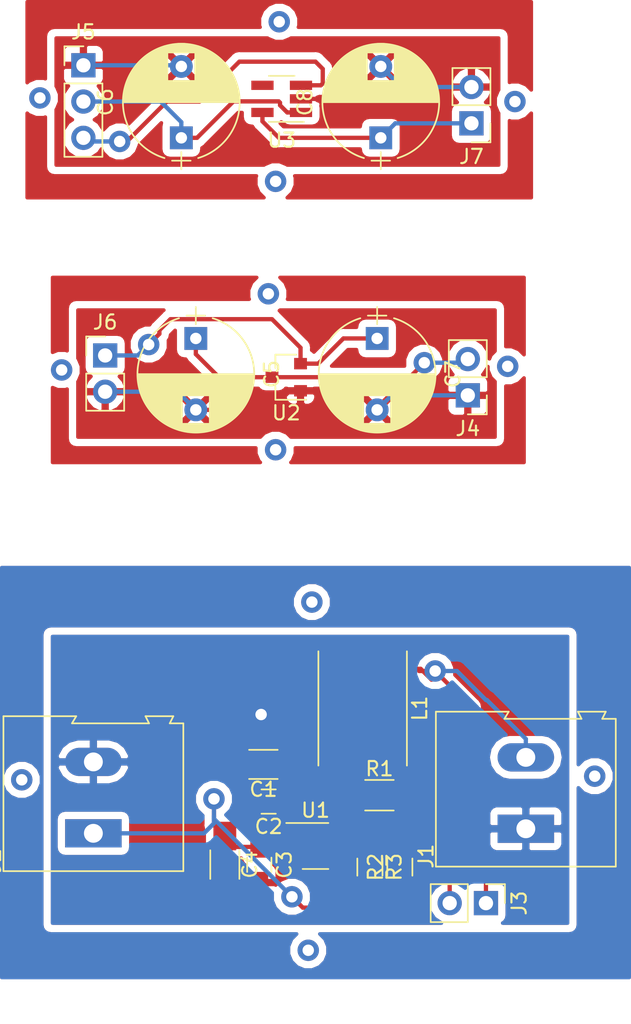
<source format=kicad_pcb>
(kicad_pcb (version 20171130) (host pcbnew 5.0.2-bee76a0~70~ubuntu16.04.1)

  (general
    (thickness 1.6)
    (drawings 0)
    (tracks 152)
    (zones 0)
    (modules 22)
    (nets 13)
  )

  (page A4)
  (layers
    (0 F.Cu signal)
    (31 B.Cu signal)
    (32 B.Adhes user)
    (33 F.Adhes user)
    (34 B.Paste user)
    (35 F.Paste user)
    (36 B.SilkS user)
    (37 F.SilkS user hide)
    (38 B.Mask user)
    (39 F.Mask user)
    (40 Dwgs.User user)
    (41 Cmts.User user)
    (42 Eco1.User user)
    (43 Eco2.User user)
    (44 Edge.Cuts user)
    (45 Margin user)
    (46 B.CrtYd user)
    (47 F.CrtYd user)
    (48 B.Fab user)
    (49 F.Fab user)
  )

  (setup
    (last_trace_width 0.3)
    (trace_clearance 0.3)
    (zone_clearance 0.508)
    (zone_45_only no)
    (trace_min 0.2)
    (segment_width 0.2)
    (edge_width 0.05)
    (via_size 1.5)
    (via_drill 0.8)
    (via_min_size 0.4)
    (via_min_drill 0.3)
    (uvia_size 0.3)
    (uvia_drill 0.1)
    (uvias_allowed no)
    (uvia_min_size 0.2)
    (uvia_min_drill 0.1)
    (pcb_text_width 0.3)
    (pcb_text_size 1.5 1.5)
    (mod_edge_width 0.12)
    (mod_text_size 1 1)
    (mod_text_width 0.15)
    (pad_size 1.524 1.524)
    (pad_drill 0.762)
    (pad_to_mask_clearance 0.051)
    (solder_mask_min_width 0.25)
    (aux_axis_origin 0 0)
    (visible_elements FFFFFF7F)
    (pcbplotparams
      (layerselection 0x010fc_ffffffff)
      (usegerberextensions false)
      (usegerberattributes false)
      (usegerberadvancedattributes false)
      (creategerberjobfile false)
      (excludeedgelayer true)
      (linewidth 0.100000)
      (plotframeref false)
      (viasonmask false)
      (mode 1)
      (useauxorigin false)
      (hpglpennumber 1)
      (hpglpenspeed 20)
      (hpglpendiameter 15.000000)
      (psnegative false)
      (psa4output false)
      (plotreference true)
      (plotvalue true)
      (plotinvisibletext false)
      (padsonsilk false)
      (subtractmaskfromsilk false)
      (outputformat 1)
      (mirror false)
      (drillshape 1)
      (scaleselection 1)
      (outputdirectory ""))
  )

  (net 0 "")
  (net 1 GND)
  (net 2 Vin)
  (net 3 Vout)
  (net 4 "Net-(L1-Pad2)")
  (net 5 "Net-(R1-Pad1)")
  (net 6 "Net-(R2-Pad2)")
  (net 7 "Net-(J3-Pad2)")
  (net 8 "Net-(C5-Pad1)")
  (net 9 "Net-(C6-Pad1)")
  (net 10 "Net-(C7-Pad1)")
  (net 11 "Net-(C8-Pad1)")
  (net 12 "Net-(J5-Pad3)")

  (net_class Default "This is the default net class."
    (clearance 0.3)
    (trace_width 0.3)
    (via_dia 1.5)
    (via_drill 0.8)
    (uvia_dia 0.3)
    (uvia_drill 0.1)
    (add_net GND)
    (add_net "Net-(C5-Pad1)")
    (add_net "Net-(C6-Pad1)")
    (add_net "Net-(C7-Pad1)")
    (add_net "Net-(C8-Pad1)")
    (add_net "Net-(J3-Pad2)")
    (add_net "Net-(J5-Pad3)")
    (add_net "Net-(L1-Pad2)")
    (add_net "Net-(R1-Pad1)")
    (add_net "Net-(R2-Pad2)")
    (add_net Vin)
    (add_net Vout)
  )

  (module Capacitors_SMD:C_1206_HandSoldering (layer F.Cu) (tedit 58AA84D1) (tstamp 5C054C26)
    (at 210.471 123.8885 180)
    (descr "Capacitor SMD 1206, hand soldering")
    (tags "capacitor 1206")
    (path /5C0520BE)
    (attr smd)
    (fp_text reference C1 (at 0 -1.75 180) (layer F.SilkS)
      (effects (font (size 1 1) (thickness 0.15)))
    )
    (fp_text value 10uF (at 0 1.9685 180) (layer F.Fab)
      (effects (font (size 1 1) (thickness 0.15)))
    )
    (fp_line (start 3.25 1.05) (end -3.25 1.05) (layer F.CrtYd) (width 0.05))
    (fp_line (start 3.25 1.05) (end 3.25 -1.05) (layer F.CrtYd) (width 0.05))
    (fp_line (start -3.25 -1.05) (end -3.25 1.05) (layer F.CrtYd) (width 0.05))
    (fp_line (start -3.25 -1.05) (end 3.25 -1.05) (layer F.CrtYd) (width 0.05))
    (fp_line (start -1 1.02) (end 1 1.02) (layer F.SilkS) (width 0.12))
    (fp_line (start 1 -1.02) (end -1 -1.02) (layer F.SilkS) (width 0.12))
    (fp_line (start -1.6 -0.8) (end 1.6 -0.8) (layer F.Fab) (width 0.1))
    (fp_line (start 1.6 -0.8) (end 1.6 0.8) (layer F.Fab) (width 0.1))
    (fp_line (start 1.6 0.8) (end -1.6 0.8) (layer F.Fab) (width 0.1))
    (fp_line (start -1.6 0.8) (end -1.6 -0.8) (layer F.Fab) (width 0.1))
    (fp_text user %R (at 0 -1.75 180) (layer F.Fab)
      (effects (font (size 1 1) (thickness 0.15)))
    )
    (pad 2 smd rect (at 2 0 180) (size 2 1.6) (layers F.Cu F.Paste F.Mask)
      (net 1 GND))
    (pad 1 smd rect (at -2 0 180) (size 2 1.6) (layers F.Cu F.Paste F.Mask)
      (net 2 Vin))
    (model Capacitors_SMD.3dshapes/C_1206.wrl
      (at (xyz 0 0 0))
      (scale (xyz 1 1 1))
      (rotate (xyz 0 0 0))
    )
  )

  (module Capacitors_SMD:C_0805_HandSoldering (layer F.Cu) (tedit 58AA84A8) (tstamp 5C054C37)
    (at 210.84 126.492 180)
    (descr "Capacitor SMD 0805, hand soldering")
    (tags "capacitor 0805")
    (path /5C05224E)
    (attr smd)
    (fp_text reference C2 (at 0 -1.75 180) (layer F.SilkS)
      (effects (font (size 1 1) (thickness 0.15)))
    )
    (fp_text value 0.1uF (at 4.338 0 180) (layer F.Fab)
      (effects (font (size 1 1) (thickness 0.15)))
    )
    (fp_line (start 2.25 0.87) (end -2.25 0.87) (layer F.CrtYd) (width 0.05))
    (fp_line (start 2.25 0.87) (end 2.25 -0.88) (layer F.CrtYd) (width 0.05))
    (fp_line (start -2.25 -0.88) (end -2.25 0.87) (layer F.CrtYd) (width 0.05))
    (fp_line (start -2.25 -0.88) (end 2.25 -0.88) (layer F.CrtYd) (width 0.05))
    (fp_line (start -0.5 0.85) (end 0.5 0.85) (layer F.SilkS) (width 0.12))
    (fp_line (start 0.5 -0.85) (end -0.5 -0.85) (layer F.SilkS) (width 0.12))
    (fp_line (start -1 -0.62) (end 1 -0.62) (layer F.Fab) (width 0.1))
    (fp_line (start 1 -0.62) (end 1 0.62) (layer F.Fab) (width 0.1))
    (fp_line (start 1 0.62) (end -1 0.62) (layer F.Fab) (width 0.1))
    (fp_line (start -1 0.62) (end -1 -0.62) (layer F.Fab) (width 0.1))
    (fp_text user %R (at 0 -1.75 180) (layer F.Fab)
      (effects (font (size 1 1) (thickness 0.15)))
    )
    (pad 2 smd rect (at 1.25 0 180) (size 1.5 1.25) (layers F.Cu F.Paste F.Mask)
      (net 1 GND))
    (pad 1 smd rect (at -1.25 0 180) (size 1.5 1.25) (layers F.Cu F.Paste F.Mask)
      (net 2 Vin))
    (model Capacitors_SMD.3dshapes/C_0805.wrl
      (at (xyz 0 0 0))
      (scale (xyz 1 1 1))
      (rotate (xyz 0 0 0))
    )
  )

  (module Capacitors_SMD:C_0805_HandSoldering (layer F.Cu) (tedit 58AA84A8) (tstamp 5C054C48)
    (at 210.185 130.917 270)
    (descr "Capacitor SMD 0805, hand soldering")
    (tags "capacitor 0805")
    (path /5C059A03)
    (attr smd)
    (fp_text reference C3 (at 0 -1.75 270) (layer F.SilkS)
      (effects (font (size 1 1) (thickness 0.15)))
    )
    (fp_text value 0.1uF (at 5.735 -0.127 270) (layer F.Fab)
      (effects (font (size 1 1) (thickness 0.15)))
    )
    (fp_text user %R (at 0 -1.75 270) (layer F.Fab)
      (effects (font (size 1 1) (thickness 0.15)))
    )
    (fp_line (start -1 0.62) (end -1 -0.62) (layer F.Fab) (width 0.1))
    (fp_line (start 1 0.62) (end -1 0.62) (layer F.Fab) (width 0.1))
    (fp_line (start 1 -0.62) (end 1 0.62) (layer F.Fab) (width 0.1))
    (fp_line (start -1 -0.62) (end 1 -0.62) (layer F.Fab) (width 0.1))
    (fp_line (start 0.5 -0.85) (end -0.5 -0.85) (layer F.SilkS) (width 0.12))
    (fp_line (start -0.5 0.85) (end 0.5 0.85) (layer F.SilkS) (width 0.12))
    (fp_line (start -2.25 -0.88) (end 2.25 -0.88) (layer F.CrtYd) (width 0.05))
    (fp_line (start -2.25 -0.88) (end -2.25 0.87) (layer F.CrtYd) (width 0.05))
    (fp_line (start 2.25 0.87) (end 2.25 -0.88) (layer F.CrtYd) (width 0.05))
    (fp_line (start 2.25 0.87) (end -2.25 0.87) (layer F.CrtYd) (width 0.05))
    (pad 1 smd rect (at -1.25 0 270) (size 1.5 1.25) (layers F.Cu F.Paste F.Mask)
      (net 3 Vout))
    (pad 2 smd rect (at 1.25 0 270) (size 1.5 1.25) (layers F.Cu F.Paste F.Mask)
      (net 1 GND))
    (model Capacitors_SMD.3dshapes/C_0805.wrl
      (at (xyz 0 0 0))
      (scale (xyz 1 1 1))
      (rotate (xyz 0 0 0))
    )
  )

  (module Capacitors_SMD:C_1206_HandSoldering (layer F.Cu) (tedit 58AA84D1) (tstamp 5C0D8406)
    (at 207.772 130.905 270)
    (descr "Capacitor SMD 1206, hand soldering")
    (tags "capacitor 1206")
    (path /5C059925)
    (attr smd)
    (fp_text reference C4 (at 0 -1.75 270) (layer F.SilkS)
      (effects (font (size 1 1) (thickness 0.15)))
    )
    (fp_text value 47uF (at 5.747 0 270) (layer F.Fab)
      (effects (font (size 1 1) (thickness 0.15)))
    )
    (fp_text user %R (at 0 -1.75 270) (layer F.Fab)
      (effects (font (size 1 1) (thickness 0.15)))
    )
    (fp_line (start -1.6 0.8) (end -1.6 -0.8) (layer F.Fab) (width 0.1))
    (fp_line (start 1.6 0.8) (end -1.6 0.8) (layer F.Fab) (width 0.1))
    (fp_line (start 1.6 -0.8) (end 1.6 0.8) (layer F.Fab) (width 0.1))
    (fp_line (start -1.6 -0.8) (end 1.6 -0.8) (layer F.Fab) (width 0.1))
    (fp_line (start 1 -1.02) (end -1 -1.02) (layer F.SilkS) (width 0.12))
    (fp_line (start -1 1.02) (end 1 1.02) (layer F.SilkS) (width 0.12))
    (fp_line (start -3.25 -1.05) (end 3.25 -1.05) (layer F.CrtYd) (width 0.05))
    (fp_line (start -3.25 -1.05) (end -3.25 1.05) (layer F.CrtYd) (width 0.05))
    (fp_line (start 3.25 1.05) (end 3.25 -1.05) (layer F.CrtYd) (width 0.05))
    (fp_line (start 3.25 1.05) (end -3.25 1.05) (layer F.CrtYd) (width 0.05))
    (pad 1 smd rect (at -2 0 270) (size 2 1.6) (layers F.Cu F.Paste F.Mask)
      (net 3 Vout))
    (pad 2 smd rect (at 2 0 270) (size 2 1.6) (layers F.Cu F.Paste F.Mask)
      (net 1 GND))
    (model Capacitors_SMD.3dshapes/C_1206.wrl
      (at (xyz 0 0 0))
      (scale (xyz 1 1 1))
      (rotate (xyz 0 0 0))
    )
  )

  (module TerminalBlock:TerminalBlock_Altech_AK300-2_P5.00mm (layer F.Cu) (tedit 59FF0306) (tstamp 5C054CC0)
    (at 228.854 128.397 90)
    (descr "Altech AK300 terminal block, pitch 5.0mm, 45 degree angled, see http://www.mouser.com/ds/2/16/PCBMETRC-24178.pdf")
    (tags "Altech AK300 terminal block pitch 5.0mm")
    (path /5C052844)
    (fp_text reference J1 (at -1.92 -6.99 90) (layer F.SilkS)
      (effects (font (size 1 1) (thickness 0.15)))
    )
    (fp_text value Conn_01x02 (at 2.413 -4.318 90) (layer F.Fab)
      (effects (font (size 1 1) (thickness 0.15)))
    )
    (fp_arc (start -1.13 -4.65) (end -1.42 -4.13) (angle 104.2) (layer F.Fab) (width 0.1))
    (fp_arc (start -0.01 -3.71) (end -1.62 -5) (angle 100) (layer F.Fab) (width 0.1))
    (fp_arc (start 0.06 -6.07) (end 1.53 -4.12) (angle 75.5) (layer F.Fab) (width 0.1))
    (fp_arc (start 1.03 -4.59) (end 1.53 -5.05) (angle 90.5) (layer F.Fab) (width 0.1))
    (fp_arc (start 3.87 -4.65) (end 3.58 -4.13) (angle 104.2) (layer F.Fab) (width 0.1))
    (fp_arc (start 4.99 -3.71) (end 3.39 -5) (angle 100) (layer F.Fab) (width 0.1))
    (fp_arc (start 5.07 -6.07) (end 6.53 -4.12) (angle 75.5) (layer F.Fab) (width 0.1))
    (fp_arc (start 6.03 -4.59) (end 6.54 -5.05) (angle 90.5) (layer F.Fab) (width 0.1))
    (fp_line (start 8.36 6.47) (end -2.83 6.47) (layer F.CrtYd) (width 0.05))
    (fp_line (start 8.36 6.47) (end 8.36 -6.47) (layer F.CrtYd) (width 0.05))
    (fp_line (start -2.83 -6.47) (end -2.83 6.47) (layer F.CrtYd) (width 0.05))
    (fp_line (start -2.83 -6.47) (end 8.36 -6.47) (layer F.CrtYd) (width 0.05))
    (fp_line (start 3.36 -0.25) (end 6.67 -0.25) (layer F.Fab) (width 0.1))
    (fp_line (start 2.98 -0.25) (end 3.36 -0.25) (layer F.Fab) (width 0.1))
    (fp_line (start 7.05 -0.25) (end 6.67 -0.25) (layer F.Fab) (width 0.1))
    (fp_line (start 6.67 -0.64) (end 3.36 -0.64) (layer F.Fab) (width 0.1))
    (fp_line (start 7.61 -0.64) (end 6.67 -0.64) (layer F.Fab) (width 0.1))
    (fp_line (start 1.66 -0.64) (end 3.36 -0.64) (layer F.Fab) (width 0.1))
    (fp_line (start -1.64 -0.64) (end 1.66 -0.64) (layer F.Fab) (width 0.1))
    (fp_line (start -2.58 -0.64) (end -1.64 -0.64) (layer F.Fab) (width 0.1))
    (fp_line (start 1.66 -0.25) (end -1.64 -0.25) (layer F.Fab) (width 0.1))
    (fp_line (start 2.04 -0.25) (end 1.66 -0.25) (layer F.Fab) (width 0.1))
    (fp_line (start -2.02 -0.25) (end -1.64 -0.25) (layer F.Fab) (width 0.1))
    (fp_line (start -1.49 -4.32) (end 1.56 -4.95) (layer F.Fab) (width 0.1))
    (fp_line (start -1.62 -4.45) (end 1.44 -5.08) (layer F.Fab) (width 0.1))
    (fp_line (start 3.52 -4.32) (end 6.56 -4.95) (layer F.Fab) (width 0.1))
    (fp_line (start 3.39 -4.45) (end 6.44 -5.08) (layer F.Fab) (width 0.1))
    (fp_line (start 2.04 -5.97) (end -2.02 -5.97) (layer F.Fab) (width 0.1))
    (fp_line (start -2.02 -3.43) (end -2.02 -5.97) (layer F.Fab) (width 0.1))
    (fp_line (start 2.04 -3.43) (end -2.02 -3.43) (layer F.Fab) (width 0.1))
    (fp_line (start 2.04 -3.43) (end 2.04 -5.97) (layer F.Fab) (width 0.1))
    (fp_line (start 7.05 -3.43) (end 2.98 -3.43) (layer F.Fab) (width 0.1))
    (fp_line (start 7.05 -5.97) (end 7.05 -3.43) (layer F.Fab) (width 0.1))
    (fp_line (start 2.98 -5.97) (end 7.05 -5.97) (layer F.Fab) (width 0.1))
    (fp_line (start 2.98 -3.43) (end 2.98 -5.97) (layer F.Fab) (width 0.1))
    (fp_line (start 7.61 -3.17) (end 7.61 -1.65) (layer F.Fab) (width 0.1))
    (fp_line (start -2.58 -3.17) (end -2.58 -6.22) (layer F.Fab) (width 0.1))
    (fp_line (start -2.58 -3.17) (end 7.61 -3.17) (layer F.Fab) (width 0.1))
    (fp_line (start 7.61 -0.64) (end 7.61 4.06) (layer F.Fab) (width 0.1))
    (fp_line (start 7.61 -1.65) (end 7.61 -0.64) (layer F.Fab) (width 0.1))
    (fp_line (start -2.58 -0.64) (end -2.58 -3.17) (layer F.Fab) (width 0.1))
    (fp_line (start -2.58 6.22) (end -2.58 -0.64) (layer F.Fab) (width 0.1))
    (fp_line (start 6.67 0.51) (end 6.28 0.51) (layer F.Fab) (width 0.1))
    (fp_line (start 3.36 0.51) (end 3.74 0.51) (layer F.Fab) (width 0.1))
    (fp_line (start 1.66 0.51) (end 1.28 0.51) (layer F.Fab) (width 0.1))
    (fp_line (start -1.64 0.51) (end -1.26 0.51) (layer F.Fab) (width 0.1))
    (fp_line (start -1.64 3.68) (end -1.64 0.51) (layer F.Fab) (width 0.1))
    (fp_line (start 1.66 3.68) (end -1.64 3.68) (layer F.Fab) (width 0.1))
    (fp_line (start 1.66 3.68) (end 1.66 0.51) (layer F.Fab) (width 0.1))
    (fp_line (start 3.36 3.68) (end 3.36 0.51) (layer F.Fab) (width 0.1))
    (fp_line (start 6.67 3.68) (end 3.36 3.68) (layer F.Fab) (width 0.1))
    (fp_line (start 6.67 3.68) (end 6.67 0.51) (layer F.Fab) (width 0.1))
    (fp_line (start -2.02 4.32) (end -2.02 6.22) (layer F.Fab) (width 0.1))
    (fp_line (start 2.04 4.32) (end 2.04 -0.25) (layer F.Fab) (width 0.1))
    (fp_line (start 2.04 4.32) (end -2.02 4.32) (layer F.Fab) (width 0.1))
    (fp_line (start 7.05 4.32) (end 7.05 6.22) (layer F.Fab) (width 0.1))
    (fp_line (start 2.98 4.32) (end 2.98 -0.25) (layer F.Fab) (width 0.1))
    (fp_line (start 2.98 4.32) (end 7.05 4.32) (layer F.Fab) (width 0.1))
    (fp_line (start -2.02 6.22) (end 2.04 6.22) (layer F.Fab) (width 0.1))
    (fp_line (start -2.58 6.22) (end -2.02 6.22) (layer F.Fab) (width 0.1))
    (fp_line (start -2.02 -0.25) (end -2.02 4.32) (layer F.Fab) (width 0.1))
    (fp_line (start 2.04 6.22) (end 2.98 6.22) (layer F.Fab) (width 0.1))
    (fp_line (start 2.04 6.22) (end 2.04 4.32) (layer F.Fab) (width 0.1))
    (fp_line (start 7.05 6.22) (end 7.61 6.22) (layer F.Fab) (width 0.1))
    (fp_line (start 2.98 6.22) (end 7.05 6.22) (layer F.Fab) (width 0.1))
    (fp_line (start 7.05 -0.25) (end 7.05 4.32) (layer F.Fab) (width 0.1))
    (fp_line (start 2.98 6.22) (end 2.98 4.32) (layer F.Fab) (width 0.1))
    (fp_line (start 8.11 3.81) (end 8.11 5.46) (layer F.Fab) (width 0.1))
    (fp_line (start 7.61 4.06) (end 7.61 5.21) (layer F.Fab) (width 0.1))
    (fp_line (start 8.11 3.81) (end 7.61 4.06) (layer F.Fab) (width 0.1))
    (fp_line (start 7.61 5.21) (end 7.61 6.22) (layer F.Fab) (width 0.1))
    (fp_line (start 8.11 5.46) (end 7.61 5.21) (layer F.Fab) (width 0.1))
    (fp_line (start 8.11 -1.4) (end 7.61 -1.65) (layer F.Fab) (width 0.1))
    (fp_line (start 8.11 -6.22) (end 8.11 -1.4) (layer F.Fab) (width 0.1))
    (fp_line (start 7.61 -6.22) (end 8.11 -6.22) (layer F.Fab) (width 0.1))
    (fp_line (start 7.61 -6.22) (end -2.58 -6.22) (layer F.Fab) (width 0.1))
    (fp_line (start 7.61 -6.22) (end 7.61 -3.17) (layer F.Fab) (width 0.1))
    (fp_line (start 3.74 2.54) (end 3.74 -0.25) (layer F.Fab) (width 0.1))
    (fp_line (start 3.74 -0.25) (end 6.28 -0.25) (layer F.Fab) (width 0.1))
    (fp_line (start 6.28 2.54) (end 6.28 -0.25) (layer F.Fab) (width 0.1))
    (fp_line (start 3.74 2.54) (end 6.28 2.54) (layer F.Fab) (width 0.1))
    (fp_line (start -1.26 2.54) (end -1.26 -0.25) (layer F.Fab) (width 0.1))
    (fp_line (start -1.26 -0.25) (end 1.28 -0.25) (layer F.Fab) (width 0.1))
    (fp_line (start 1.28 2.54) (end 1.28 -0.25) (layer F.Fab) (width 0.1))
    (fp_line (start -1.26 2.54) (end 1.28 2.54) (layer F.Fab) (width 0.1))
    (fp_line (start 8.2 -6.3) (end -2.65 -6.3) (layer F.SilkS) (width 0.12))
    (fp_line (start 8.2 -1.2) (end 8.2 -6.3) (layer F.SilkS) (width 0.12))
    (fp_line (start 7.7 -1.5) (end 8.2 -1.2) (layer F.SilkS) (width 0.12))
    (fp_line (start 7.7 3.9) (end 7.7 -1.5) (layer F.SilkS) (width 0.12))
    (fp_line (start 8.2 3.65) (end 7.7 3.9) (layer F.SilkS) (width 0.12))
    (fp_line (start 8.2 3.7) (end 8.2 3.65) (layer F.SilkS) (width 0.12))
    (fp_line (start 8.2 5.6) (end 8.2 3.7) (layer F.SilkS) (width 0.12))
    (fp_line (start 7.7 5.35) (end 8.2 5.6) (layer F.SilkS) (width 0.12))
    (fp_line (start 7.7 6.3) (end 7.7 5.35) (layer F.SilkS) (width 0.12))
    (fp_line (start -2.65 6.3) (end 7.7 6.3) (layer F.SilkS) (width 0.12))
    (fp_line (start -2.65 -6.3) (end -2.65 6.3) (layer F.SilkS) (width 0.12))
    (fp_text user %R (at 2.5 -2 90) (layer F.Fab)
      (effects (font (size 1 1) (thickness 0.15)))
    )
    (pad 2 thru_hole oval (at 5 0 90) (size 1.98 3.96) (drill 1.32) (layers *.Cu *.Mask)
      (net 2 Vin))
    (pad 1 thru_hole rect (at 0 0 90) (size 1.98 3.96) (drill 1.32) (layers *.Cu *.Mask)
      (net 1 GND))
    (model ${KISYS3DMOD}/Terminal_Blocks.3dshapes/TerminalBlock_Altech_AK300-2_P5.00mm.wrl
      (at (xyz 0 0 0))
      (scale (xyz 1 1 1))
      (rotate (xyz 0 0 0))
    )
  )

  (module TerminalBlock:TerminalBlock_Altech_AK300-2_P5.00mm (layer F.Cu) (tedit 59FF0306) (tstamp 5C054D27)
    (at 198.5645 128.7145 90)
    (descr "Altech AK300 terminal block, pitch 5.0mm, 45 degree angled, see http://www.mouser.com/ds/2/16/PCBMETRC-24178.pdf")
    (tags "Altech AK300 terminal block pitch 5.0mm")
    (path /5C0542A2)
    (fp_text reference J2 (at -1.92 -6.99 90) (layer F.SilkS)
      (effects (font (size 1 1) (thickness 0.15)))
    )
    (fp_text value Conn_01x02 (at 2.7305 5.6515 90) (layer F.Fab)
      (effects (font (size 1 1) (thickness 0.15)))
    )
    (fp_text user %R (at 2.5 -2 90) (layer F.Fab)
      (effects (font (size 1 1) (thickness 0.15)))
    )
    (fp_line (start -2.65 -6.3) (end -2.65 6.3) (layer F.SilkS) (width 0.12))
    (fp_line (start -2.65 6.3) (end 7.7 6.3) (layer F.SilkS) (width 0.12))
    (fp_line (start 7.7 6.3) (end 7.7 5.35) (layer F.SilkS) (width 0.12))
    (fp_line (start 7.7 5.35) (end 8.2 5.6) (layer F.SilkS) (width 0.12))
    (fp_line (start 8.2 5.6) (end 8.2 3.7) (layer F.SilkS) (width 0.12))
    (fp_line (start 8.2 3.7) (end 8.2 3.65) (layer F.SilkS) (width 0.12))
    (fp_line (start 8.2 3.65) (end 7.7 3.9) (layer F.SilkS) (width 0.12))
    (fp_line (start 7.7 3.9) (end 7.7 -1.5) (layer F.SilkS) (width 0.12))
    (fp_line (start 7.7 -1.5) (end 8.2 -1.2) (layer F.SilkS) (width 0.12))
    (fp_line (start 8.2 -1.2) (end 8.2 -6.3) (layer F.SilkS) (width 0.12))
    (fp_line (start 8.2 -6.3) (end -2.65 -6.3) (layer F.SilkS) (width 0.12))
    (fp_line (start -1.26 2.54) (end 1.28 2.54) (layer F.Fab) (width 0.1))
    (fp_line (start 1.28 2.54) (end 1.28 -0.25) (layer F.Fab) (width 0.1))
    (fp_line (start -1.26 -0.25) (end 1.28 -0.25) (layer F.Fab) (width 0.1))
    (fp_line (start -1.26 2.54) (end -1.26 -0.25) (layer F.Fab) (width 0.1))
    (fp_line (start 3.74 2.54) (end 6.28 2.54) (layer F.Fab) (width 0.1))
    (fp_line (start 6.28 2.54) (end 6.28 -0.25) (layer F.Fab) (width 0.1))
    (fp_line (start 3.74 -0.25) (end 6.28 -0.25) (layer F.Fab) (width 0.1))
    (fp_line (start 3.74 2.54) (end 3.74 -0.25) (layer F.Fab) (width 0.1))
    (fp_line (start 7.61 -6.22) (end 7.61 -3.17) (layer F.Fab) (width 0.1))
    (fp_line (start 7.61 -6.22) (end -2.58 -6.22) (layer F.Fab) (width 0.1))
    (fp_line (start 7.61 -6.22) (end 8.11 -6.22) (layer F.Fab) (width 0.1))
    (fp_line (start 8.11 -6.22) (end 8.11 -1.4) (layer F.Fab) (width 0.1))
    (fp_line (start 8.11 -1.4) (end 7.61 -1.65) (layer F.Fab) (width 0.1))
    (fp_line (start 8.11 5.46) (end 7.61 5.21) (layer F.Fab) (width 0.1))
    (fp_line (start 7.61 5.21) (end 7.61 6.22) (layer F.Fab) (width 0.1))
    (fp_line (start 8.11 3.81) (end 7.61 4.06) (layer F.Fab) (width 0.1))
    (fp_line (start 7.61 4.06) (end 7.61 5.21) (layer F.Fab) (width 0.1))
    (fp_line (start 8.11 3.81) (end 8.11 5.46) (layer F.Fab) (width 0.1))
    (fp_line (start 2.98 6.22) (end 2.98 4.32) (layer F.Fab) (width 0.1))
    (fp_line (start 7.05 -0.25) (end 7.05 4.32) (layer F.Fab) (width 0.1))
    (fp_line (start 2.98 6.22) (end 7.05 6.22) (layer F.Fab) (width 0.1))
    (fp_line (start 7.05 6.22) (end 7.61 6.22) (layer F.Fab) (width 0.1))
    (fp_line (start 2.04 6.22) (end 2.04 4.32) (layer F.Fab) (width 0.1))
    (fp_line (start 2.04 6.22) (end 2.98 6.22) (layer F.Fab) (width 0.1))
    (fp_line (start -2.02 -0.25) (end -2.02 4.32) (layer F.Fab) (width 0.1))
    (fp_line (start -2.58 6.22) (end -2.02 6.22) (layer F.Fab) (width 0.1))
    (fp_line (start -2.02 6.22) (end 2.04 6.22) (layer F.Fab) (width 0.1))
    (fp_line (start 2.98 4.32) (end 7.05 4.32) (layer F.Fab) (width 0.1))
    (fp_line (start 2.98 4.32) (end 2.98 -0.25) (layer F.Fab) (width 0.1))
    (fp_line (start 7.05 4.32) (end 7.05 6.22) (layer F.Fab) (width 0.1))
    (fp_line (start 2.04 4.32) (end -2.02 4.32) (layer F.Fab) (width 0.1))
    (fp_line (start 2.04 4.32) (end 2.04 -0.25) (layer F.Fab) (width 0.1))
    (fp_line (start -2.02 4.32) (end -2.02 6.22) (layer F.Fab) (width 0.1))
    (fp_line (start 6.67 3.68) (end 6.67 0.51) (layer F.Fab) (width 0.1))
    (fp_line (start 6.67 3.68) (end 3.36 3.68) (layer F.Fab) (width 0.1))
    (fp_line (start 3.36 3.68) (end 3.36 0.51) (layer F.Fab) (width 0.1))
    (fp_line (start 1.66 3.68) (end 1.66 0.51) (layer F.Fab) (width 0.1))
    (fp_line (start 1.66 3.68) (end -1.64 3.68) (layer F.Fab) (width 0.1))
    (fp_line (start -1.64 3.68) (end -1.64 0.51) (layer F.Fab) (width 0.1))
    (fp_line (start -1.64 0.51) (end -1.26 0.51) (layer F.Fab) (width 0.1))
    (fp_line (start 1.66 0.51) (end 1.28 0.51) (layer F.Fab) (width 0.1))
    (fp_line (start 3.36 0.51) (end 3.74 0.51) (layer F.Fab) (width 0.1))
    (fp_line (start 6.67 0.51) (end 6.28 0.51) (layer F.Fab) (width 0.1))
    (fp_line (start -2.58 6.22) (end -2.58 -0.64) (layer F.Fab) (width 0.1))
    (fp_line (start -2.58 -0.64) (end -2.58 -3.17) (layer F.Fab) (width 0.1))
    (fp_line (start 7.61 -1.65) (end 7.61 -0.64) (layer F.Fab) (width 0.1))
    (fp_line (start 7.61 -0.64) (end 7.61 4.06) (layer F.Fab) (width 0.1))
    (fp_line (start -2.58 -3.17) (end 7.61 -3.17) (layer F.Fab) (width 0.1))
    (fp_line (start -2.58 -3.17) (end -2.58 -6.22) (layer F.Fab) (width 0.1))
    (fp_line (start 7.61 -3.17) (end 7.61 -1.65) (layer F.Fab) (width 0.1))
    (fp_line (start 2.98 -3.43) (end 2.98 -5.97) (layer F.Fab) (width 0.1))
    (fp_line (start 2.98 -5.97) (end 7.05 -5.97) (layer F.Fab) (width 0.1))
    (fp_line (start 7.05 -5.97) (end 7.05 -3.43) (layer F.Fab) (width 0.1))
    (fp_line (start 7.05 -3.43) (end 2.98 -3.43) (layer F.Fab) (width 0.1))
    (fp_line (start 2.04 -3.43) (end 2.04 -5.97) (layer F.Fab) (width 0.1))
    (fp_line (start 2.04 -3.43) (end -2.02 -3.43) (layer F.Fab) (width 0.1))
    (fp_line (start -2.02 -3.43) (end -2.02 -5.97) (layer F.Fab) (width 0.1))
    (fp_line (start 2.04 -5.97) (end -2.02 -5.97) (layer F.Fab) (width 0.1))
    (fp_line (start 3.39 -4.45) (end 6.44 -5.08) (layer F.Fab) (width 0.1))
    (fp_line (start 3.52 -4.32) (end 6.56 -4.95) (layer F.Fab) (width 0.1))
    (fp_line (start -1.62 -4.45) (end 1.44 -5.08) (layer F.Fab) (width 0.1))
    (fp_line (start -1.49 -4.32) (end 1.56 -4.95) (layer F.Fab) (width 0.1))
    (fp_line (start -2.02 -0.25) (end -1.64 -0.25) (layer F.Fab) (width 0.1))
    (fp_line (start 2.04 -0.25) (end 1.66 -0.25) (layer F.Fab) (width 0.1))
    (fp_line (start 1.66 -0.25) (end -1.64 -0.25) (layer F.Fab) (width 0.1))
    (fp_line (start -2.58 -0.64) (end -1.64 -0.64) (layer F.Fab) (width 0.1))
    (fp_line (start -1.64 -0.64) (end 1.66 -0.64) (layer F.Fab) (width 0.1))
    (fp_line (start 1.66 -0.64) (end 3.36 -0.64) (layer F.Fab) (width 0.1))
    (fp_line (start 7.61 -0.64) (end 6.67 -0.64) (layer F.Fab) (width 0.1))
    (fp_line (start 6.67 -0.64) (end 3.36 -0.64) (layer F.Fab) (width 0.1))
    (fp_line (start 7.05 -0.25) (end 6.67 -0.25) (layer F.Fab) (width 0.1))
    (fp_line (start 2.98 -0.25) (end 3.36 -0.25) (layer F.Fab) (width 0.1))
    (fp_line (start 3.36 -0.25) (end 6.67 -0.25) (layer F.Fab) (width 0.1))
    (fp_line (start -2.83 -6.47) (end 8.36 -6.47) (layer F.CrtYd) (width 0.05))
    (fp_line (start -2.83 -6.47) (end -2.83 6.47) (layer F.CrtYd) (width 0.05))
    (fp_line (start 8.36 6.47) (end 8.36 -6.47) (layer F.CrtYd) (width 0.05))
    (fp_line (start 8.36 6.47) (end -2.83 6.47) (layer F.CrtYd) (width 0.05))
    (fp_arc (start 6.03 -4.59) (end 6.54 -5.05) (angle 90.5) (layer F.Fab) (width 0.1))
    (fp_arc (start 5.07 -6.07) (end 6.53 -4.12) (angle 75.5) (layer F.Fab) (width 0.1))
    (fp_arc (start 4.99 -3.71) (end 3.39 -5) (angle 100) (layer F.Fab) (width 0.1))
    (fp_arc (start 3.87 -4.65) (end 3.58 -4.13) (angle 104.2) (layer F.Fab) (width 0.1))
    (fp_arc (start 1.03 -4.59) (end 1.53 -5.05) (angle 90.5) (layer F.Fab) (width 0.1))
    (fp_arc (start 0.06 -6.07) (end 1.53 -4.12) (angle 75.5) (layer F.Fab) (width 0.1))
    (fp_arc (start -0.01 -3.71) (end -1.62 -5) (angle 100) (layer F.Fab) (width 0.1))
    (fp_arc (start -1.13 -4.65) (end -1.42 -4.13) (angle 104.2) (layer F.Fab) (width 0.1))
    (pad 1 thru_hole rect (at 0 0 90) (size 1.98 3.96) (drill 1.32) (layers *.Cu *.Mask)
      (net 3 Vout))
    (pad 2 thru_hole oval (at 5 0 90) (size 1.98 3.96) (drill 1.32) (layers *.Cu *.Mask)
      (net 1 GND))
    (model ${KISYS3DMOD}/Terminal_Blocks.3dshapes/TerminalBlock_Altech_AK300-2_P5.00mm.wrl
      (at (xyz 0 0 0))
      (scale (xyz 1 1 1))
      (rotate (xyz 0 0 0))
    )
  )

  (module Inductors_SMD:L_Taiyo-Yuden_NR-60xx_HandSoldering (layer F.Cu) (tedit 5990349D) (tstamp 5C054D40)
    (at 217.424 119.9705 270)
    (descr "Inductor, Taiyo Yuden, NR series, Taiyo-Yuden_NR-60xx, 6.0mmx6.0mm")
    (tags "inductor taiyo-yuden nr smd")
    (path /5C051F52)
    (attr smd)
    (fp_text reference L1 (at 0 -4 270) (layer F.SilkS)
      (effects (font (size 1 1) (thickness 0.15)))
    )
    (fp_text value 3.3uH (at -5.1625 0) (layer F.Fab)
      (effects (font (size 1 1) (thickness 0.15)))
    )
    (fp_line (start 4.25 -3.25) (end -4.25 -3.25) (layer F.CrtYd) (width 0.05))
    (fp_line (start 4.25 3.25) (end 4.25 -3.25) (layer F.CrtYd) (width 0.05))
    (fp_line (start -4.25 3.25) (end 4.25 3.25) (layer F.CrtYd) (width 0.05))
    (fp_line (start -4.25 -3.25) (end -4.25 3.25) (layer F.CrtYd) (width 0.05))
    (fp_line (start -4 3.1) (end 4 3.1) (layer F.SilkS) (width 0.12))
    (fp_line (start -4 -3.1) (end 4 -3.1) (layer F.SilkS) (width 0.12))
    (fp_line (start -2 3) (end 0 3) (layer F.Fab) (width 0.1))
    (fp_line (start -3 2) (end -2 3) (layer F.Fab) (width 0.1))
    (fp_line (start -3 0) (end -3 2) (layer F.Fab) (width 0.1))
    (fp_line (start 2 3) (end 0 3) (layer F.Fab) (width 0.1))
    (fp_line (start 3 2) (end 2 3) (layer F.Fab) (width 0.1))
    (fp_line (start 3 0) (end 3 2) (layer F.Fab) (width 0.1))
    (fp_line (start 2 -3) (end 0 -3) (layer F.Fab) (width 0.1))
    (fp_line (start 3 -2) (end 2 -3) (layer F.Fab) (width 0.1))
    (fp_line (start 3 0) (end 3 -2) (layer F.Fab) (width 0.1))
    (fp_line (start -2 -3) (end 0 -3) (layer F.Fab) (width 0.1))
    (fp_line (start -3 -2) (end -2 -3) (layer F.Fab) (width 0.1))
    (fp_line (start -3 0) (end -3 -2) (layer F.Fab) (width 0.1))
    (fp_text user %R (at 0 0 270) (layer F.Fab)
      (effects (font (size 1 1) (thickness 0.15)))
    )
    (pad 2 smd rect (at 2.775 0 270) (size 2.45 5.9) (layers F.Cu F.Paste F.Mask)
      (net 4 "Net-(L1-Pad2)"))
    (pad 1 smd rect (at -2.775 0 270) (size 2.45 5.9) (layers F.Cu F.Paste F.Mask)
      (net 2 Vin))
    (model ${KISYS3DMOD}/Inductors_SMD.3dshapes/L_Taiyo-Yuden_NR-60xx.wrl
      (at (xyz 0 0 0))
      (scale (xyz 1 1 1))
      (rotate (xyz 0 0 0))
    )
  )

  (module Resistors_SMD:R_1206_HandSoldering (layer F.Cu) (tedit 58E0A804) (tstamp 5C055D3E)
    (at 218.599 126.0475)
    (descr "Resistor SMD 1206, hand soldering")
    (tags "resistor 1206")
    (path /5C052A9B)
    (attr smd)
    (fp_text reference R1 (at 0 -1.85) (layer F.SilkS)
      (effects (font (size 1 1) (thickness 0.15)))
    )
    (fp_text value 100k (at 0.095 1.7145) (layer F.Fab)
      (effects (font (size 1 1) (thickness 0.15)))
    )
    (fp_line (start 3.25 1.1) (end -3.25 1.1) (layer F.CrtYd) (width 0.05))
    (fp_line (start 3.25 1.1) (end 3.25 -1.11) (layer F.CrtYd) (width 0.05))
    (fp_line (start -3.25 -1.11) (end -3.25 1.1) (layer F.CrtYd) (width 0.05))
    (fp_line (start -3.25 -1.11) (end 3.25 -1.11) (layer F.CrtYd) (width 0.05))
    (fp_line (start -1 -1.07) (end 1 -1.07) (layer F.SilkS) (width 0.12))
    (fp_line (start 1 1.07) (end -1 1.07) (layer F.SilkS) (width 0.12))
    (fp_line (start -1.6 -0.8) (end 1.6 -0.8) (layer F.Fab) (width 0.1))
    (fp_line (start 1.6 -0.8) (end 1.6 0.8) (layer F.Fab) (width 0.1))
    (fp_line (start 1.6 0.8) (end -1.6 0.8) (layer F.Fab) (width 0.1))
    (fp_line (start -1.6 0.8) (end -1.6 -0.8) (layer F.Fab) (width 0.1))
    (fp_text user %R (at 0 0) (layer F.Fab)
      (effects (font (size 0.7 0.7) (thickness 0.105)))
    )
    (pad 2 smd rect (at 2 0) (size 2 1.7) (layers F.Cu F.Paste F.Mask)
      (net 7 "Net-(J3-Pad2)"))
    (pad 1 smd rect (at -2 0) (size 2 1.7) (layers F.Cu F.Paste F.Mask)
      (net 5 "Net-(R1-Pad1)"))
    (model ${KISYS3DMOD}/Resistors_SMD.3dshapes/R_1206.wrl
      (at (xyz 0 0 0))
      (scale (xyz 1 1 1))
      (rotate (xyz 0 0 0))
    )
  )

  (module Resistors_SMD:R_0805_HandSoldering (layer F.Cu) (tedit 58E0A804) (tstamp 5C05597B)
    (at 220.0275 131.0805 90)
    (descr "Resistor SMD 0805, hand soldering")
    (tags "resistor 0805")
    (path /5C053034)
    (attr smd)
    (fp_text reference R2 (at 0 -1.7 90) (layer F.SilkS)
      (effects (font (size 1 1) (thickness 0.15)))
    )
    (fp_text value 365k (at -5.8255 -0.0635 90) (layer F.Fab)
      (effects (font (size 1 1) (thickness 0.15)))
    )
    (fp_line (start 2.35 0.9) (end -2.35 0.9) (layer F.CrtYd) (width 0.05))
    (fp_line (start 2.35 0.9) (end 2.35 -0.9) (layer F.CrtYd) (width 0.05))
    (fp_line (start -2.35 -0.9) (end -2.35 0.9) (layer F.CrtYd) (width 0.05))
    (fp_line (start -2.35 -0.9) (end 2.35 -0.9) (layer F.CrtYd) (width 0.05))
    (fp_line (start -0.6 -0.88) (end 0.6 -0.88) (layer F.SilkS) (width 0.12))
    (fp_line (start 0.6 0.88) (end -0.6 0.88) (layer F.SilkS) (width 0.12))
    (fp_line (start -1 -0.62) (end 1 -0.62) (layer F.Fab) (width 0.1))
    (fp_line (start 1 -0.62) (end 1 0.62) (layer F.Fab) (width 0.1))
    (fp_line (start 1 0.62) (end -1 0.62) (layer F.Fab) (width 0.1))
    (fp_line (start -1 0.62) (end -1 -0.62) (layer F.Fab) (width 0.1))
    (fp_text user %R (at 0 0 90) (layer F.Fab)
      (effects (font (size 0.5 0.5) (thickness 0.075)))
    )
    (pad 2 smd rect (at 1.35 0 90) (size 1.5 1.3) (layers F.Cu F.Paste F.Mask)
      (net 6 "Net-(R2-Pad2)"))
    (pad 1 smd rect (at -1.35 0 90) (size 1.5 1.3) (layers F.Cu F.Paste F.Mask)
      (net 3 Vout))
    (model ${KISYS3DMOD}/Resistors_SMD.3dshapes/R_0805.wrl
      (at (xyz 0 0 0))
      (scale (xyz 1 1 1))
      (rotate (xyz 0 0 0))
    )
  )

  (module Resistors_SMD:R_0805_HandSoldering (layer F.Cu) (tedit 58E0A804) (tstamp 5C054D73)
    (at 217.932 131.0805 270)
    (descr "Resistor SMD 0805, hand soldering")
    (tags "resistor 0805")
    (path /5C05350F)
    (attr smd)
    (fp_text reference R3 (at 0 -1.7 270) (layer F.SilkS)
      (effects (font (size 1 1) (thickness 0.15)))
    )
    (fp_text value 210k (at 5.8255 0 270) (layer F.Fab)
      (effects (font (size 1 1) (thickness 0.15)))
    )
    (fp_text user %R (at 0 0 270) (layer F.Fab)
      (effects (font (size 0.5 0.5) (thickness 0.075)))
    )
    (fp_line (start -1 0.62) (end -1 -0.62) (layer F.Fab) (width 0.1))
    (fp_line (start 1 0.62) (end -1 0.62) (layer F.Fab) (width 0.1))
    (fp_line (start 1 -0.62) (end 1 0.62) (layer F.Fab) (width 0.1))
    (fp_line (start -1 -0.62) (end 1 -0.62) (layer F.Fab) (width 0.1))
    (fp_line (start 0.6 0.88) (end -0.6 0.88) (layer F.SilkS) (width 0.12))
    (fp_line (start -0.6 -0.88) (end 0.6 -0.88) (layer F.SilkS) (width 0.12))
    (fp_line (start -2.35 -0.9) (end 2.35 -0.9) (layer F.CrtYd) (width 0.05))
    (fp_line (start -2.35 -0.9) (end -2.35 0.9) (layer F.CrtYd) (width 0.05))
    (fp_line (start 2.35 0.9) (end 2.35 -0.9) (layer F.CrtYd) (width 0.05))
    (fp_line (start 2.35 0.9) (end -2.35 0.9) (layer F.CrtYd) (width 0.05))
    (pad 1 smd rect (at -1.35 0 270) (size 1.5 1.3) (layers F.Cu F.Paste F.Mask)
      (net 6 "Net-(R2-Pad2)"))
    (pad 2 smd rect (at 1.35 0 270) (size 1.5 1.3) (layers F.Cu F.Paste F.Mask)
      (net 1 GND))
    (model ${KISYS3DMOD}/Resistors_SMD.3dshapes/R_0805.wrl
      (at (xyz 0 0 0))
      (scale (xyz 1 1 1))
      (rotate (xyz 0 0 0))
    )
  )

  (module TO_SOT_Packages_SMD:SOT-23-8_Handsoldering (layer F.Cu) (tedit 58CE4E7E) (tstamp 5C0550A8)
    (at 214.122 129.6035)
    (descr "8-pin SOT-23 package, Handsoldering, http://www.analog.com/media/en/package-pcb-resources/package/pkg_pdf/sot-23rj/rj_8.pdf")
    (tags "SOT-23-8 Handsoldering")
    (path /5C058492)
    (attr smd)
    (fp_text reference U1 (at 0 -2.5) (layer F.SilkS)
      (effects (font (size 1 1) (thickness 0.15)))
    )
    (fp_text value MP3414 (at 0 11.6205) (layer F.Fab)
      (effects (font (size 1 1) (thickness 0.15)))
    )
    (fp_line (start 0.9 -1.55) (end 0.9 1.55) (layer F.Fab) (width 0.1))
    (fp_line (start 0.9 1.55) (end -0.9 1.55) (layer F.Fab) (width 0.1))
    (fp_line (start -0.9 -0.9) (end -0.9 1.55) (layer F.Fab) (width 0.1))
    (fp_line (start 0.9 -1.55) (end -0.25 -1.55) (layer F.Fab) (width 0.1))
    (fp_line (start -0.9 -0.9) (end -0.25 -1.55) (layer F.Fab) (width 0.1))
    (fp_line (start -2.4 -1.8) (end 2.4 -1.8) (layer F.CrtYd) (width 0.05))
    (fp_line (start 2.4 -1.8) (end 2.4 1.8) (layer F.CrtYd) (width 0.05))
    (fp_line (start 2.4 1.8) (end -2.4 1.8) (layer F.CrtYd) (width 0.05))
    (fp_line (start -2.4 1.8) (end -2.4 -1.8) (layer F.CrtYd) (width 0.05))
    (fp_line (start 0.9 -1.61) (end -2.05 -1.61) (layer F.SilkS) (width 0.12))
    (fp_line (start -0.9 1.61) (end 0.9 1.61) (layer F.SilkS) (width 0.12))
    (fp_text user %R (at 0 0 90) (layer F.Fab)
      (effects (font (size 0.5 0.5) (thickness 0.075)))
    )
    (pad 8 smd rect (at 1.35 -0.98) (size 1.56 0.4) (layers F.Cu F.Paste F.Mask)
      (net 5 "Net-(R1-Pad1)"))
    (pad 7 smd rect (at 1.35 -0.33) (size 1.56 0.4) (layers F.Cu F.Paste F.Mask)
      (net 6 "Net-(R2-Pad2)"))
    (pad 6 smd rect (at 1.35 0.33) (size 1.56 0.4) (layers F.Cu F.Paste F.Mask)
      (net 1 GND))
    (pad 5 smd rect (at 1.35 0.98) (size 1.56 0.4) (layers F.Cu F.Paste F.Mask))
    (pad 4 smd rect (at -1.35 0.98) (size 1.56 0.4) (layers F.Cu F.Paste F.Mask)
      (net 1 GND))
    (pad 3 smd rect (at -1.35 0.33) (size 1.56 0.4) (layers F.Cu F.Paste F.Mask)
      (net 4 "Net-(L1-Pad2)"))
    (pad 2 smd rect (at -1.35 -0.33) (size 1.56 0.4) (layers F.Cu F.Paste F.Mask)
      (net 3 Vout))
    (pad 1 smd rect (at -1.35 -0.98) (size 1.56 0.4) (layers F.Cu F.Paste F.Mask)
      (net 2 Vin))
    (model ${KISYS3DMOD}/TO_SOT_Packages_SMD.3dshapes\SOT-23-8.wrl
      (at (xyz 0 0 0))
      (scale (xyz 1 1 1))
      (rotate (xyz 0 0 0))
    )
  )

  (module Pin_Headers:Pin_Header_Straight_1x02_Pitch2.54mm (layer F.Cu) (tedit 59650532) (tstamp 5C0D8749)
    (at 226.06 133.604 270)
    (descr "Through hole straight pin header, 1x02, 2.54mm pitch, single row")
    (tags "Through hole pin header THT 1x02 2.54mm single row")
    (path /5C0DAE06)
    (fp_text reference J3 (at 0 -2.33 270) (layer F.SilkS)
      (effects (font (size 1 1) (thickness 0.15)))
    )
    (fp_text value Conn_01x02 (at 0 4.87 270) (layer F.Fab)
      (effects (font (size 1 1) (thickness 0.15)))
    )
    (fp_text user %R (at 0 1.27) (layer F.Fab)
      (effects (font (size 1 1) (thickness 0.15)))
    )
    (fp_line (start 1.8 -1.8) (end -1.8 -1.8) (layer F.CrtYd) (width 0.05))
    (fp_line (start 1.8 4.35) (end 1.8 -1.8) (layer F.CrtYd) (width 0.05))
    (fp_line (start -1.8 4.35) (end 1.8 4.35) (layer F.CrtYd) (width 0.05))
    (fp_line (start -1.8 -1.8) (end -1.8 4.35) (layer F.CrtYd) (width 0.05))
    (fp_line (start -1.33 -1.33) (end 0 -1.33) (layer F.SilkS) (width 0.12))
    (fp_line (start -1.33 0) (end -1.33 -1.33) (layer F.SilkS) (width 0.12))
    (fp_line (start -1.33 1.27) (end 1.33 1.27) (layer F.SilkS) (width 0.12))
    (fp_line (start 1.33 1.27) (end 1.33 3.87) (layer F.SilkS) (width 0.12))
    (fp_line (start -1.33 1.27) (end -1.33 3.87) (layer F.SilkS) (width 0.12))
    (fp_line (start -1.33 3.87) (end 1.33 3.87) (layer F.SilkS) (width 0.12))
    (fp_line (start -1.27 -0.635) (end -0.635 -1.27) (layer F.Fab) (width 0.1))
    (fp_line (start -1.27 3.81) (end -1.27 -0.635) (layer F.Fab) (width 0.1))
    (fp_line (start 1.27 3.81) (end -1.27 3.81) (layer F.Fab) (width 0.1))
    (fp_line (start 1.27 -1.27) (end 1.27 3.81) (layer F.Fab) (width 0.1))
    (fp_line (start -0.635 -1.27) (end 1.27 -1.27) (layer F.Fab) (width 0.1))
    (pad 2 thru_hole oval (at 0 2.54 270) (size 1.7 1.7) (drill 1) (layers *.Cu *.Mask)
      (net 7 "Net-(J3-Pad2)"))
    (pad 1 thru_hole rect (at 0 0 270) (size 1.7 1.7) (drill 1) (layers *.Cu *.Mask)
      (net 2 Vin))
    (model ${KISYS3DMOD}/Pin_Headers.3dshapes/Pin_Header_Straight_1x02_Pitch2.54mm.wrl
      (at (xyz 0 0 0))
      (scale (xyz 1 1 1))
      (rotate (xyz 0 0 0))
    )
  )

  (module Capacitors_THT:CP_Radial_D8.0mm_P5.00mm (layer F.Cu) (tedit 597BC7C2) (tstamp 5C0E4F38)
    (at 205.74 94.06 270)
    (descr "CP, Radial series, Radial, pin pitch=5.00mm, , diameter=8mm, Electrolytic Capacitor")
    (tags "CP Radial series Radial pin pitch 5.00mm  diameter 8mm Electrolytic Capacitor")
    (path /5C0DE49B)
    (fp_text reference C5 (at 2.5 -5.31 270) (layer F.SilkS)
      (effects (font (size 1 1) (thickness 0.15)))
    )
    (fp_text value 1uF (at 2.206 2.032 270) (layer F.Fab)
      (effects (font (size 1 1) (thickness 0.15)))
    )
    (fp_text user %R (at 2.5 0 270) (layer F.Fab)
      (effects (font (size 1 1) (thickness 0.15)))
    )
    (fp_line (start 6.85 -4.35) (end -1.85 -4.35) (layer F.CrtYd) (width 0.05))
    (fp_line (start 6.85 4.35) (end 6.85 -4.35) (layer F.CrtYd) (width 0.05))
    (fp_line (start -1.85 4.35) (end 6.85 4.35) (layer F.CrtYd) (width 0.05))
    (fp_line (start -1.85 -4.35) (end -1.85 4.35) (layer F.CrtYd) (width 0.05))
    (fp_line (start -1.6 -0.65) (end -1.6 0.65) (layer F.SilkS) (width 0.12))
    (fp_line (start -2.2 0) (end -1 0) (layer F.SilkS) (width 0.12))
    (fp_line (start 6.581 -0.246) (end 6.581 0.246) (layer F.SilkS) (width 0.12))
    (fp_line (start 6.541 -0.598) (end 6.541 0.598) (layer F.SilkS) (width 0.12))
    (fp_line (start 6.501 -0.814) (end 6.501 0.814) (layer F.SilkS) (width 0.12))
    (fp_line (start 6.461 -0.983) (end 6.461 0.983) (layer F.SilkS) (width 0.12))
    (fp_line (start 6.421 -1.127) (end 6.421 1.127) (layer F.SilkS) (width 0.12))
    (fp_line (start 6.381 -1.254) (end 6.381 1.254) (layer F.SilkS) (width 0.12))
    (fp_line (start 6.341 -1.369) (end 6.341 1.369) (layer F.SilkS) (width 0.12))
    (fp_line (start 6.301 -1.473) (end 6.301 1.473) (layer F.SilkS) (width 0.12))
    (fp_line (start 6.261 -1.57) (end 6.261 1.57) (layer F.SilkS) (width 0.12))
    (fp_line (start 6.221 -1.66) (end 6.221 1.66) (layer F.SilkS) (width 0.12))
    (fp_line (start 6.181 -1.745) (end 6.181 1.745) (layer F.SilkS) (width 0.12))
    (fp_line (start 6.141 -1.826) (end 6.141 1.826) (layer F.SilkS) (width 0.12))
    (fp_line (start 6.101 -1.902) (end 6.101 1.902) (layer F.SilkS) (width 0.12))
    (fp_line (start 6.061 -1.974) (end 6.061 1.974) (layer F.SilkS) (width 0.12))
    (fp_line (start 6.021 -2.043) (end 6.021 2.043) (layer F.SilkS) (width 0.12))
    (fp_line (start 5.981 -2.109) (end 5.981 2.109) (layer F.SilkS) (width 0.12))
    (fp_line (start 5.941 0.98) (end 5.941 2.173) (layer F.SilkS) (width 0.12))
    (fp_line (start 5.941 -2.173) (end 5.941 -0.98) (layer F.SilkS) (width 0.12))
    (fp_line (start 5.901 0.98) (end 5.901 2.234) (layer F.SilkS) (width 0.12))
    (fp_line (start 5.901 -2.234) (end 5.901 -0.98) (layer F.SilkS) (width 0.12))
    (fp_line (start 5.861 0.98) (end 5.861 2.293) (layer F.SilkS) (width 0.12))
    (fp_line (start 5.861 -2.293) (end 5.861 -0.98) (layer F.SilkS) (width 0.12))
    (fp_line (start 5.821 0.98) (end 5.821 2.349) (layer F.SilkS) (width 0.12))
    (fp_line (start 5.821 -2.349) (end 5.821 -0.98) (layer F.SilkS) (width 0.12))
    (fp_line (start 5.781 0.98) (end 5.781 2.404) (layer F.SilkS) (width 0.12))
    (fp_line (start 5.781 -2.404) (end 5.781 -0.98) (layer F.SilkS) (width 0.12))
    (fp_line (start 5.741 0.98) (end 5.741 2.457) (layer F.SilkS) (width 0.12))
    (fp_line (start 5.741 -2.457) (end 5.741 -0.98) (layer F.SilkS) (width 0.12))
    (fp_line (start 5.701 0.98) (end 5.701 2.508) (layer F.SilkS) (width 0.12))
    (fp_line (start 5.701 -2.508) (end 5.701 -0.98) (layer F.SilkS) (width 0.12))
    (fp_line (start 5.661 0.98) (end 5.661 2.557) (layer F.SilkS) (width 0.12))
    (fp_line (start 5.661 -2.557) (end 5.661 -0.98) (layer F.SilkS) (width 0.12))
    (fp_line (start 5.621 0.98) (end 5.621 2.605) (layer F.SilkS) (width 0.12))
    (fp_line (start 5.621 -2.605) (end 5.621 -0.98) (layer F.SilkS) (width 0.12))
    (fp_line (start 5.581 0.98) (end 5.581 2.652) (layer F.SilkS) (width 0.12))
    (fp_line (start 5.581 -2.652) (end 5.581 -0.98) (layer F.SilkS) (width 0.12))
    (fp_line (start 5.541 0.98) (end 5.541 2.697) (layer F.SilkS) (width 0.12))
    (fp_line (start 5.541 -2.697) (end 5.541 -0.98) (layer F.SilkS) (width 0.12))
    (fp_line (start 5.501 0.98) (end 5.501 2.74) (layer F.SilkS) (width 0.12))
    (fp_line (start 5.501 -2.74) (end 5.501 -0.98) (layer F.SilkS) (width 0.12))
    (fp_line (start 5.461 0.98) (end 5.461 2.783) (layer F.SilkS) (width 0.12))
    (fp_line (start 5.461 -2.783) (end 5.461 -0.98) (layer F.SilkS) (width 0.12))
    (fp_line (start 5.421 0.98) (end 5.421 2.824) (layer F.SilkS) (width 0.12))
    (fp_line (start 5.421 -2.824) (end 5.421 -0.98) (layer F.SilkS) (width 0.12))
    (fp_line (start 5.381 0.98) (end 5.381 2.865) (layer F.SilkS) (width 0.12))
    (fp_line (start 5.381 -2.865) (end 5.381 -0.98) (layer F.SilkS) (width 0.12))
    (fp_line (start 5.341 0.98) (end 5.341 2.904) (layer F.SilkS) (width 0.12))
    (fp_line (start 5.341 -2.904) (end 5.341 -0.98) (layer F.SilkS) (width 0.12))
    (fp_line (start 5.301 0.98) (end 5.301 2.942) (layer F.SilkS) (width 0.12))
    (fp_line (start 5.301 -2.942) (end 5.301 -0.98) (layer F.SilkS) (width 0.12))
    (fp_line (start 5.261 0.98) (end 5.261 2.979) (layer F.SilkS) (width 0.12))
    (fp_line (start 5.261 -2.979) (end 5.261 -0.98) (layer F.SilkS) (width 0.12))
    (fp_line (start 5.221 0.98) (end 5.221 3.015) (layer F.SilkS) (width 0.12))
    (fp_line (start 5.221 -3.015) (end 5.221 -0.98) (layer F.SilkS) (width 0.12))
    (fp_line (start 5.181 0.98) (end 5.181 3.05) (layer F.SilkS) (width 0.12))
    (fp_line (start 5.181 -3.05) (end 5.181 -0.98) (layer F.SilkS) (width 0.12))
    (fp_line (start 5.141 0.98) (end 5.141 3.084) (layer F.SilkS) (width 0.12))
    (fp_line (start 5.141 -3.084) (end 5.141 -0.98) (layer F.SilkS) (width 0.12))
    (fp_line (start 5.101 0.98) (end 5.101 3.118) (layer F.SilkS) (width 0.12))
    (fp_line (start 5.101 -3.118) (end 5.101 -0.98) (layer F.SilkS) (width 0.12))
    (fp_line (start 5.061 0.98) (end 5.061 3.15) (layer F.SilkS) (width 0.12))
    (fp_line (start 5.061 -3.15) (end 5.061 -0.98) (layer F.SilkS) (width 0.12))
    (fp_line (start 5.021 0.98) (end 5.021 3.182) (layer F.SilkS) (width 0.12))
    (fp_line (start 5.021 -3.182) (end 5.021 -0.98) (layer F.SilkS) (width 0.12))
    (fp_line (start 4.981 0.98) (end 4.981 3.213) (layer F.SilkS) (width 0.12))
    (fp_line (start 4.981 -3.213) (end 4.981 -0.98) (layer F.SilkS) (width 0.12))
    (fp_line (start 4.941 0.98) (end 4.941 3.243) (layer F.SilkS) (width 0.12))
    (fp_line (start 4.941 -3.243) (end 4.941 -0.98) (layer F.SilkS) (width 0.12))
    (fp_line (start 4.901 0.98) (end 4.901 3.272) (layer F.SilkS) (width 0.12))
    (fp_line (start 4.901 -3.272) (end 4.901 -0.98) (layer F.SilkS) (width 0.12))
    (fp_line (start 4.861 0.98) (end 4.861 3.301) (layer F.SilkS) (width 0.12))
    (fp_line (start 4.861 -3.301) (end 4.861 -0.98) (layer F.SilkS) (width 0.12))
    (fp_line (start 4.821 0.98) (end 4.821 3.329) (layer F.SilkS) (width 0.12))
    (fp_line (start 4.821 -3.329) (end 4.821 -0.98) (layer F.SilkS) (width 0.12))
    (fp_line (start 4.781 0.98) (end 4.781 3.356) (layer F.SilkS) (width 0.12))
    (fp_line (start 4.781 -3.356) (end 4.781 -0.98) (layer F.SilkS) (width 0.12))
    (fp_line (start 4.741 0.98) (end 4.741 3.383) (layer F.SilkS) (width 0.12))
    (fp_line (start 4.741 -3.383) (end 4.741 -0.98) (layer F.SilkS) (width 0.12))
    (fp_line (start 4.701 0.98) (end 4.701 3.408) (layer F.SilkS) (width 0.12))
    (fp_line (start 4.701 -3.408) (end 4.701 -0.98) (layer F.SilkS) (width 0.12))
    (fp_line (start 4.661 0.98) (end 4.661 3.434) (layer F.SilkS) (width 0.12))
    (fp_line (start 4.661 -3.434) (end 4.661 -0.98) (layer F.SilkS) (width 0.12))
    (fp_line (start 4.621 0.98) (end 4.621 3.458) (layer F.SilkS) (width 0.12))
    (fp_line (start 4.621 -3.458) (end 4.621 -0.98) (layer F.SilkS) (width 0.12))
    (fp_line (start 4.581 0.98) (end 4.581 3.482) (layer F.SilkS) (width 0.12))
    (fp_line (start 4.581 -3.482) (end 4.581 -0.98) (layer F.SilkS) (width 0.12))
    (fp_line (start 4.541 0.98) (end 4.541 3.505) (layer F.SilkS) (width 0.12))
    (fp_line (start 4.541 -3.505) (end 4.541 -0.98) (layer F.SilkS) (width 0.12))
    (fp_line (start 4.501 0.98) (end 4.501 3.528) (layer F.SilkS) (width 0.12))
    (fp_line (start 4.501 -3.528) (end 4.501 -0.98) (layer F.SilkS) (width 0.12))
    (fp_line (start 4.461 0.98) (end 4.461 3.55) (layer F.SilkS) (width 0.12))
    (fp_line (start 4.461 -3.55) (end 4.461 -0.98) (layer F.SilkS) (width 0.12))
    (fp_line (start 4.421 0.98) (end 4.421 3.572) (layer F.SilkS) (width 0.12))
    (fp_line (start 4.421 -3.572) (end 4.421 -0.98) (layer F.SilkS) (width 0.12))
    (fp_line (start 4.381 0.98) (end 4.381 3.593) (layer F.SilkS) (width 0.12))
    (fp_line (start 4.381 -3.593) (end 4.381 -0.98) (layer F.SilkS) (width 0.12))
    (fp_line (start 4.341 0.98) (end 4.341 3.613) (layer F.SilkS) (width 0.12))
    (fp_line (start 4.341 -3.613) (end 4.341 -0.98) (layer F.SilkS) (width 0.12))
    (fp_line (start 4.301 0.98) (end 4.301 3.633) (layer F.SilkS) (width 0.12))
    (fp_line (start 4.301 -3.633) (end 4.301 -0.98) (layer F.SilkS) (width 0.12))
    (fp_line (start 4.261 0.98) (end 4.261 3.652) (layer F.SilkS) (width 0.12))
    (fp_line (start 4.261 -3.652) (end 4.261 -0.98) (layer F.SilkS) (width 0.12))
    (fp_line (start 4.221 0.98) (end 4.221 3.671) (layer F.SilkS) (width 0.12))
    (fp_line (start 4.221 -3.671) (end 4.221 -0.98) (layer F.SilkS) (width 0.12))
    (fp_line (start 4.181 0.98) (end 4.181 3.69) (layer F.SilkS) (width 0.12))
    (fp_line (start 4.181 -3.69) (end 4.181 -0.98) (layer F.SilkS) (width 0.12))
    (fp_line (start 4.141 0.98) (end 4.141 3.707) (layer F.SilkS) (width 0.12))
    (fp_line (start 4.141 -3.707) (end 4.141 -0.98) (layer F.SilkS) (width 0.12))
    (fp_line (start 4.101 0.98) (end 4.101 3.725) (layer F.SilkS) (width 0.12))
    (fp_line (start 4.101 -3.725) (end 4.101 -0.98) (layer F.SilkS) (width 0.12))
    (fp_line (start 4.061 0.98) (end 4.061 3.741) (layer F.SilkS) (width 0.12))
    (fp_line (start 4.061 -3.741) (end 4.061 -0.98) (layer F.SilkS) (width 0.12))
    (fp_line (start 4.021 0.98) (end 4.021 3.758) (layer F.SilkS) (width 0.12))
    (fp_line (start 4.021 -3.758) (end 4.021 -0.98) (layer F.SilkS) (width 0.12))
    (fp_line (start 3.981 -3.773) (end 3.981 3.773) (layer F.SilkS) (width 0.12))
    (fp_line (start 3.941 -3.789) (end 3.941 3.789) (layer F.SilkS) (width 0.12))
    (fp_line (start 3.901 -3.803) (end 3.901 3.803) (layer F.SilkS) (width 0.12))
    (fp_line (start 3.861 -3.818) (end 3.861 3.818) (layer F.SilkS) (width 0.12))
    (fp_line (start 3.821 -3.832) (end 3.821 3.832) (layer F.SilkS) (width 0.12))
    (fp_line (start 3.781 -3.845) (end 3.781 3.845) (layer F.SilkS) (width 0.12))
    (fp_line (start 3.741 -3.858) (end 3.741 3.858) (layer F.SilkS) (width 0.12))
    (fp_line (start 3.701 -3.87) (end 3.701 3.87) (layer F.SilkS) (width 0.12))
    (fp_line (start 3.661 -3.883) (end 3.661 3.883) (layer F.SilkS) (width 0.12))
    (fp_line (start 3.621 -3.894) (end 3.621 3.894) (layer F.SilkS) (width 0.12))
    (fp_line (start 3.581 -3.905) (end 3.581 3.905) (layer F.SilkS) (width 0.12))
    (fp_line (start 3.541 -3.916) (end 3.541 3.916) (layer F.SilkS) (width 0.12))
    (fp_line (start 3.501 -3.926) (end 3.501 3.926) (layer F.SilkS) (width 0.12))
    (fp_line (start 3.461 -3.936) (end 3.461 3.936) (layer F.SilkS) (width 0.12))
    (fp_line (start 3.421 -3.946) (end 3.421 3.946) (layer F.SilkS) (width 0.12))
    (fp_line (start 3.381 -3.955) (end 3.381 3.955) (layer F.SilkS) (width 0.12))
    (fp_line (start 3.341 -3.963) (end 3.341 3.963) (layer F.SilkS) (width 0.12))
    (fp_line (start 3.301 -3.971) (end 3.301 3.971) (layer F.SilkS) (width 0.12))
    (fp_line (start 3.261 -3.979) (end 3.261 3.979) (layer F.SilkS) (width 0.12))
    (fp_line (start 3.221 -3.987) (end 3.221 3.987) (layer F.SilkS) (width 0.12))
    (fp_line (start 3.18 -3.994) (end 3.18 3.994) (layer F.SilkS) (width 0.12))
    (fp_line (start 3.14 -4) (end 3.14 4) (layer F.SilkS) (width 0.12))
    (fp_line (start 3.1 -4.006) (end 3.1 4.006) (layer F.SilkS) (width 0.12))
    (fp_line (start 3.06 -4.012) (end 3.06 4.012) (layer F.SilkS) (width 0.12))
    (fp_line (start 3.02 -4.017) (end 3.02 4.017) (layer F.SilkS) (width 0.12))
    (fp_line (start 2.98 -4.022) (end 2.98 4.022) (layer F.SilkS) (width 0.12))
    (fp_line (start 2.94 -4.027) (end 2.94 4.027) (layer F.SilkS) (width 0.12))
    (fp_line (start 2.9 -4.031) (end 2.9 4.031) (layer F.SilkS) (width 0.12))
    (fp_line (start 2.86 -4.035) (end 2.86 4.035) (layer F.SilkS) (width 0.12))
    (fp_line (start 2.82 -4.038) (end 2.82 4.038) (layer F.SilkS) (width 0.12))
    (fp_line (start 2.78 -4.041) (end 2.78 4.041) (layer F.SilkS) (width 0.12))
    (fp_line (start 2.74 -4.043) (end 2.74 4.043) (layer F.SilkS) (width 0.12))
    (fp_line (start 2.7 -4.046) (end 2.7 4.046) (layer F.SilkS) (width 0.12))
    (fp_line (start 2.66 -4.047) (end 2.66 4.047) (layer F.SilkS) (width 0.12))
    (fp_line (start 2.62 -4.049) (end 2.62 4.049) (layer F.SilkS) (width 0.12))
    (fp_line (start 2.58 -4.05) (end 2.58 4.05) (layer F.SilkS) (width 0.12))
    (fp_line (start 2.54 -4.05) (end 2.54 4.05) (layer F.SilkS) (width 0.12))
    (fp_line (start 2.5 -4.05) (end 2.5 4.05) (layer F.SilkS) (width 0.12))
    (fp_line (start -1.6 -0.65) (end -1.6 0.65) (layer F.Fab) (width 0.1))
    (fp_line (start -2.2 0) (end -1 0) (layer F.Fab) (width 0.1))
    (fp_circle (center 2.5 0) (end 6.5 0) (layer F.Fab) (width 0.1))
    (fp_arc (start 2.5 0) (end 6.416082 -1.18) (angle 33.5) (layer F.SilkS) (width 0.12))
    (fp_arc (start 2.5 0) (end -1.416082 1.18) (angle -146.5) (layer F.SilkS) (width 0.12))
    (fp_arc (start 2.5 0) (end -1.416082 -1.18) (angle 146.5) (layer F.SilkS) (width 0.12))
    (pad 2 thru_hole circle (at 5 0 270) (size 1.6 1.6) (drill 0.8) (layers *.Cu *.Mask)
      (net 1 GND))
    (pad 1 thru_hole rect (at 0 0 270) (size 1.6 1.6) (drill 0.8) (layers *.Cu *.Mask)
      (net 8 "Net-(C5-Pad1)"))
    (model ${KISYS3DMOD}/Capacitors_THT.3dshapes/CP_Radial_D8.0mm_P5.00mm.wrl
      (at (xyz 0 0 0))
      (scale (xyz 1 1 1))
      (rotate (xyz 0 0 0))
    )
  )

  (module Capacitors_THT:CP_Radial_D8.0mm_P5.00mm (layer F.Cu) (tedit 597BC7C2) (tstamp 5C0E4FE3)
    (at 204.724 80.01 90)
    (descr "CP, Radial series, Radial, pin pitch=5.00mm, , diameter=8mm, Electrolytic Capacitor")
    (tags "CP Radial series Radial pin pitch 5.00mm  diameter 8mm Electrolytic Capacitor")
    (path /5C0E1E22)
    (fp_text reference C6 (at 2.5 -5.31 90) (layer F.SilkS)
      (effects (font (size 1 1) (thickness 0.15)))
    )
    (fp_text value 1uF (at 2.5 5.31 90) (layer F.Fab)
      (effects (font (size 1 1) (thickness 0.15)))
    )
    (fp_text user %R (at 2.5 0 90) (layer F.Fab)
      (effects (font (size 1 1) (thickness 0.15)))
    )
    (fp_line (start 6.85 -4.35) (end -1.85 -4.35) (layer F.CrtYd) (width 0.05))
    (fp_line (start 6.85 4.35) (end 6.85 -4.35) (layer F.CrtYd) (width 0.05))
    (fp_line (start -1.85 4.35) (end 6.85 4.35) (layer F.CrtYd) (width 0.05))
    (fp_line (start -1.85 -4.35) (end -1.85 4.35) (layer F.CrtYd) (width 0.05))
    (fp_line (start -1.6 -0.65) (end -1.6 0.65) (layer F.SilkS) (width 0.12))
    (fp_line (start -2.2 0) (end -1 0) (layer F.SilkS) (width 0.12))
    (fp_line (start 6.581 -0.246) (end 6.581 0.246) (layer F.SilkS) (width 0.12))
    (fp_line (start 6.541 -0.598) (end 6.541 0.598) (layer F.SilkS) (width 0.12))
    (fp_line (start 6.501 -0.814) (end 6.501 0.814) (layer F.SilkS) (width 0.12))
    (fp_line (start 6.461 -0.983) (end 6.461 0.983) (layer F.SilkS) (width 0.12))
    (fp_line (start 6.421 -1.127) (end 6.421 1.127) (layer F.SilkS) (width 0.12))
    (fp_line (start 6.381 -1.254) (end 6.381 1.254) (layer F.SilkS) (width 0.12))
    (fp_line (start 6.341 -1.369) (end 6.341 1.369) (layer F.SilkS) (width 0.12))
    (fp_line (start 6.301 -1.473) (end 6.301 1.473) (layer F.SilkS) (width 0.12))
    (fp_line (start 6.261 -1.57) (end 6.261 1.57) (layer F.SilkS) (width 0.12))
    (fp_line (start 6.221 -1.66) (end 6.221 1.66) (layer F.SilkS) (width 0.12))
    (fp_line (start 6.181 -1.745) (end 6.181 1.745) (layer F.SilkS) (width 0.12))
    (fp_line (start 6.141 -1.826) (end 6.141 1.826) (layer F.SilkS) (width 0.12))
    (fp_line (start 6.101 -1.902) (end 6.101 1.902) (layer F.SilkS) (width 0.12))
    (fp_line (start 6.061 -1.974) (end 6.061 1.974) (layer F.SilkS) (width 0.12))
    (fp_line (start 6.021 -2.043) (end 6.021 2.043) (layer F.SilkS) (width 0.12))
    (fp_line (start 5.981 -2.109) (end 5.981 2.109) (layer F.SilkS) (width 0.12))
    (fp_line (start 5.941 0.98) (end 5.941 2.173) (layer F.SilkS) (width 0.12))
    (fp_line (start 5.941 -2.173) (end 5.941 -0.98) (layer F.SilkS) (width 0.12))
    (fp_line (start 5.901 0.98) (end 5.901 2.234) (layer F.SilkS) (width 0.12))
    (fp_line (start 5.901 -2.234) (end 5.901 -0.98) (layer F.SilkS) (width 0.12))
    (fp_line (start 5.861 0.98) (end 5.861 2.293) (layer F.SilkS) (width 0.12))
    (fp_line (start 5.861 -2.293) (end 5.861 -0.98) (layer F.SilkS) (width 0.12))
    (fp_line (start 5.821 0.98) (end 5.821 2.349) (layer F.SilkS) (width 0.12))
    (fp_line (start 5.821 -2.349) (end 5.821 -0.98) (layer F.SilkS) (width 0.12))
    (fp_line (start 5.781 0.98) (end 5.781 2.404) (layer F.SilkS) (width 0.12))
    (fp_line (start 5.781 -2.404) (end 5.781 -0.98) (layer F.SilkS) (width 0.12))
    (fp_line (start 5.741 0.98) (end 5.741 2.457) (layer F.SilkS) (width 0.12))
    (fp_line (start 5.741 -2.457) (end 5.741 -0.98) (layer F.SilkS) (width 0.12))
    (fp_line (start 5.701 0.98) (end 5.701 2.508) (layer F.SilkS) (width 0.12))
    (fp_line (start 5.701 -2.508) (end 5.701 -0.98) (layer F.SilkS) (width 0.12))
    (fp_line (start 5.661 0.98) (end 5.661 2.557) (layer F.SilkS) (width 0.12))
    (fp_line (start 5.661 -2.557) (end 5.661 -0.98) (layer F.SilkS) (width 0.12))
    (fp_line (start 5.621 0.98) (end 5.621 2.605) (layer F.SilkS) (width 0.12))
    (fp_line (start 5.621 -2.605) (end 5.621 -0.98) (layer F.SilkS) (width 0.12))
    (fp_line (start 5.581 0.98) (end 5.581 2.652) (layer F.SilkS) (width 0.12))
    (fp_line (start 5.581 -2.652) (end 5.581 -0.98) (layer F.SilkS) (width 0.12))
    (fp_line (start 5.541 0.98) (end 5.541 2.697) (layer F.SilkS) (width 0.12))
    (fp_line (start 5.541 -2.697) (end 5.541 -0.98) (layer F.SilkS) (width 0.12))
    (fp_line (start 5.501 0.98) (end 5.501 2.74) (layer F.SilkS) (width 0.12))
    (fp_line (start 5.501 -2.74) (end 5.501 -0.98) (layer F.SilkS) (width 0.12))
    (fp_line (start 5.461 0.98) (end 5.461 2.783) (layer F.SilkS) (width 0.12))
    (fp_line (start 5.461 -2.783) (end 5.461 -0.98) (layer F.SilkS) (width 0.12))
    (fp_line (start 5.421 0.98) (end 5.421 2.824) (layer F.SilkS) (width 0.12))
    (fp_line (start 5.421 -2.824) (end 5.421 -0.98) (layer F.SilkS) (width 0.12))
    (fp_line (start 5.381 0.98) (end 5.381 2.865) (layer F.SilkS) (width 0.12))
    (fp_line (start 5.381 -2.865) (end 5.381 -0.98) (layer F.SilkS) (width 0.12))
    (fp_line (start 5.341 0.98) (end 5.341 2.904) (layer F.SilkS) (width 0.12))
    (fp_line (start 5.341 -2.904) (end 5.341 -0.98) (layer F.SilkS) (width 0.12))
    (fp_line (start 5.301 0.98) (end 5.301 2.942) (layer F.SilkS) (width 0.12))
    (fp_line (start 5.301 -2.942) (end 5.301 -0.98) (layer F.SilkS) (width 0.12))
    (fp_line (start 5.261 0.98) (end 5.261 2.979) (layer F.SilkS) (width 0.12))
    (fp_line (start 5.261 -2.979) (end 5.261 -0.98) (layer F.SilkS) (width 0.12))
    (fp_line (start 5.221 0.98) (end 5.221 3.015) (layer F.SilkS) (width 0.12))
    (fp_line (start 5.221 -3.015) (end 5.221 -0.98) (layer F.SilkS) (width 0.12))
    (fp_line (start 5.181 0.98) (end 5.181 3.05) (layer F.SilkS) (width 0.12))
    (fp_line (start 5.181 -3.05) (end 5.181 -0.98) (layer F.SilkS) (width 0.12))
    (fp_line (start 5.141 0.98) (end 5.141 3.084) (layer F.SilkS) (width 0.12))
    (fp_line (start 5.141 -3.084) (end 5.141 -0.98) (layer F.SilkS) (width 0.12))
    (fp_line (start 5.101 0.98) (end 5.101 3.118) (layer F.SilkS) (width 0.12))
    (fp_line (start 5.101 -3.118) (end 5.101 -0.98) (layer F.SilkS) (width 0.12))
    (fp_line (start 5.061 0.98) (end 5.061 3.15) (layer F.SilkS) (width 0.12))
    (fp_line (start 5.061 -3.15) (end 5.061 -0.98) (layer F.SilkS) (width 0.12))
    (fp_line (start 5.021 0.98) (end 5.021 3.182) (layer F.SilkS) (width 0.12))
    (fp_line (start 5.021 -3.182) (end 5.021 -0.98) (layer F.SilkS) (width 0.12))
    (fp_line (start 4.981 0.98) (end 4.981 3.213) (layer F.SilkS) (width 0.12))
    (fp_line (start 4.981 -3.213) (end 4.981 -0.98) (layer F.SilkS) (width 0.12))
    (fp_line (start 4.941 0.98) (end 4.941 3.243) (layer F.SilkS) (width 0.12))
    (fp_line (start 4.941 -3.243) (end 4.941 -0.98) (layer F.SilkS) (width 0.12))
    (fp_line (start 4.901 0.98) (end 4.901 3.272) (layer F.SilkS) (width 0.12))
    (fp_line (start 4.901 -3.272) (end 4.901 -0.98) (layer F.SilkS) (width 0.12))
    (fp_line (start 4.861 0.98) (end 4.861 3.301) (layer F.SilkS) (width 0.12))
    (fp_line (start 4.861 -3.301) (end 4.861 -0.98) (layer F.SilkS) (width 0.12))
    (fp_line (start 4.821 0.98) (end 4.821 3.329) (layer F.SilkS) (width 0.12))
    (fp_line (start 4.821 -3.329) (end 4.821 -0.98) (layer F.SilkS) (width 0.12))
    (fp_line (start 4.781 0.98) (end 4.781 3.356) (layer F.SilkS) (width 0.12))
    (fp_line (start 4.781 -3.356) (end 4.781 -0.98) (layer F.SilkS) (width 0.12))
    (fp_line (start 4.741 0.98) (end 4.741 3.383) (layer F.SilkS) (width 0.12))
    (fp_line (start 4.741 -3.383) (end 4.741 -0.98) (layer F.SilkS) (width 0.12))
    (fp_line (start 4.701 0.98) (end 4.701 3.408) (layer F.SilkS) (width 0.12))
    (fp_line (start 4.701 -3.408) (end 4.701 -0.98) (layer F.SilkS) (width 0.12))
    (fp_line (start 4.661 0.98) (end 4.661 3.434) (layer F.SilkS) (width 0.12))
    (fp_line (start 4.661 -3.434) (end 4.661 -0.98) (layer F.SilkS) (width 0.12))
    (fp_line (start 4.621 0.98) (end 4.621 3.458) (layer F.SilkS) (width 0.12))
    (fp_line (start 4.621 -3.458) (end 4.621 -0.98) (layer F.SilkS) (width 0.12))
    (fp_line (start 4.581 0.98) (end 4.581 3.482) (layer F.SilkS) (width 0.12))
    (fp_line (start 4.581 -3.482) (end 4.581 -0.98) (layer F.SilkS) (width 0.12))
    (fp_line (start 4.541 0.98) (end 4.541 3.505) (layer F.SilkS) (width 0.12))
    (fp_line (start 4.541 -3.505) (end 4.541 -0.98) (layer F.SilkS) (width 0.12))
    (fp_line (start 4.501 0.98) (end 4.501 3.528) (layer F.SilkS) (width 0.12))
    (fp_line (start 4.501 -3.528) (end 4.501 -0.98) (layer F.SilkS) (width 0.12))
    (fp_line (start 4.461 0.98) (end 4.461 3.55) (layer F.SilkS) (width 0.12))
    (fp_line (start 4.461 -3.55) (end 4.461 -0.98) (layer F.SilkS) (width 0.12))
    (fp_line (start 4.421 0.98) (end 4.421 3.572) (layer F.SilkS) (width 0.12))
    (fp_line (start 4.421 -3.572) (end 4.421 -0.98) (layer F.SilkS) (width 0.12))
    (fp_line (start 4.381 0.98) (end 4.381 3.593) (layer F.SilkS) (width 0.12))
    (fp_line (start 4.381 -3.593) (end 4.381 -0.98) (layer F.SilkS) (width 0.12))
    (fp_line (start 4.341 0.98) (end 4.341 3.613) (layer F.SilkS) (width 0.12))
    (fp_line (start 4.341 -3.613) (end 4.341 -0.98) (layer F.SilkS) (width 0.12))
    (fp_line (start 4.301 0.98) (end 4.301 3.633) (layer F.SilkS) (width 0.12))
    (fp_line (start 4.301 -3.633) (end 4.301 -0.98) (layer F.SilkS) (width 0.12))
    (fp_line (start 4.261 0.98) (end 4.261 3.652) (layer F.SilkS) (width 0.12))
    (fp_line (start 4.261 -3.652) (end 4.261 -0.98) (layer F.SilkS) (width 0.12))
    (fp_line (start 4.221 0.98) (end 4.221 3.671) (layer F.SilkS) (width 0.12))
    (fp_line (start 4.221 -3.671) (end 4.221 -0.98) (layer F.SilkS) (width 0.12))
    (fp_line (start 4.181 0.98) (end 4.181 3.69) (layer F.SilkS) (width 0.12))
    (fp_line (start 4.181 -3.69) (end 4.181 -0.98) (layer F.SilkS) (width 0.12))
    (fp_line (start 4.141 0.98) (end 4.141 3.707) (layer F.SilkS) (width 0.12))
    (fp_line (start 4.141 -3.707) (end 4.141 -0.98) (layer F.SilkS) (width 0.12))
    (fp_line (start 4.101 0.98) (end 4.101 3.725) (layer F.SilkS) (width 0.12))
    (fp_line (start 4.101 -3.725) (end 4.101 -0.98) (layer F.SilkS) (width 0.12))
    (fp_line (start 4.061 0.98) (end 4.061 3.741) (layer F.SilkS) (width 0.12))
    (fp_line (start 4.061 -3.741) (end 4.061 -0.98) (layer F.SilkS) (width 0.12))
    (fp_line (start 4.021 0.98) (end 4.021 3.758) (layer F.SilkS) (width 0.12))
    (fp_line (start 4.021 -3.758) (end 4.021 -0.98) (layer F.SilkS) (width 0.12))
    (fp_line (start 3.981 -3.773) (end 3.981 3.773) (layer F.SilkS) (width 0.12))
    (fp_line (start 3.941 -3.789) (end 3.941 3.789) (layer F.SilkS) (width 0.12))
    (fp_line (start 3.901 -3.803) (end 3.901 3.803) (layer F.SilkS) (width 0.12))
    (fp_line (start 3.861 -3.818) (end 3.861 3.818) (layer F.SilkS) (width 0.12))
    (fp_line (start 3.821 -3.832) (end 3.821 3.832) (layer F.SilkS) (width 0.12))
    (fp_line (start 3.781 -3.845) (end 3.781 3.845) (layer F.SilkS) (width 0.12))
    (fp_line (start 3.741 -3.858) (end 3.741 3.858) (layer F.SilkS) (width 0.12))
    (fp_line (start 3.701 -3.87) (end 3.701 3.87) (layer F.SilkS) (width 0.12))
    (fp_line (start 3.661 -3.883) (end 3.661 3.883) (layer F.SilkS) (width 0.12))
    (fp_line (start 3.621 -3.894) (end 3.621 3.894) (layer F.SilkS) (width 0.12))
    (fp_line (start 3.581 -3.905) (end 3.581 3.905) (layer F.SilkS) (width 0.12))
    (fp_line (start 3.541 -3.916) (end 3.541 3.916) (layer F.SilkS) (width 0.12))
    (fp_line (start 3.501 -3.926) (end 3.501 3.926) (layer F.SilkS) (width 0.12))
    (fp_line (start 3.461 -3.936) (end 3.461 3.936) (layer F.SilkS) (width 0.12))
    (fp_line (start 3.421 -3.946) (end 3.421 3.946) (layer F.SilkS) (width 0.12))
    (fp_line (start 3.381 -3.955) (end 3.381 3.955) (layer F.SilkS) (width 0.12))
    (fp_line (start 3.341 -3.963) (end 3.341 3.963) (layer F.SilkS) (width 0.12))
    (fp_line (start 3.301 -3.971) (end 3.301 3.971) (layer F.SilkS) (width 0.12))
    (fp_line (start 3.261 -3.979) (end 3.261 3.979) (layer F.SilkS) (width 0.12))
    (fp_line (start 3.221 -3.987) (end 3.221 3.987) (layer F.SilkS) (width 0.12))
    (fp_line (start 3.18 -3.994) (end 3.18 3.994) (layer F.SilkS) (width 0.12))
    (fp_line (start 3.14 -4) (end 3.14 4) (layer F.SilkS) (width 0.12))
    (fp_line (start 3.1 -4.006) (end 3.1 4.006) (layer F.SilkS) (width 0.12))
    (fp_line (start 3.06 -4.012) (end 3.06 4.012) (layer F.SilkS) (width 0.12))
    (fp_line (start 3.02 -4.017) (end 3.02 4.017) (layer F.SilkS) (width 0.12))
    (fp_line (start 2.98 -4.022) (end 2.98 4.022) (layer F.SilkS) (width 0.12))
    (fp_line (start 2.94 -4.027) (end 2.94 4.027) (layer F.SilkS) (width 0.12))
    (fp_line (start 2.9 -4.031) (end 2.9 4.031) (layer F.SilkS) (width 0.12))
    (fp_line (start 2.86 -4.035) (end 2.86 4.035) (layer F.SilkS) (width 0.12))
    (fp_line (start 2.82 -4.038) (end 2.82 4.038) (layer F.SilkS) (width 0.12))
    (fp_line (start 2.78 -4.041) (end 2.78 4.041) (layer F.SilkS) (width 0.12))
    (fp_line (start 2.74 -4.043) (end 2.74 4.043) (layer F.SilkS) (width 0.12))
    (fp_line (start 2.7 -4.046) (end 2.7 4.046) (layer F.SilkS) (width 0.12))
    (fp_line (start 2.66 -4.047) (end 2.66 4.047) (layer F.SilkS) (width 0.12))
    (fp_line (start 2.62 -4.049) (end 2.62 4.049) (layer F.SilkS) (width 0.12))
    (fp_line (start 2.58 -4.05) (end 2.58 4.05) (layer F.SilkS) (width 0.12))
    (fp_line (start 2.54 -4.05) (end 2.54 4.05) (layer F.SilkS) (width 0.12))
    (fp_line (start 2.5 -4.05) (end 2.5 4.05) (layer F.SilkS) (width 0.12))
    (fp_line (start -1.6 -0.65) (end -1.6 0.65) (layer F.Fab) (width 0.1))
    (fp_line (start -2.2 0) (end -1 0) (layer F.Fab) (width 0.1))
    (fp_circle (center 2.5 0) (end 6.5 0) (layer F.Fab) (width 0.1))
    (fp_arc (start 2.5 0) (end 6.416082 -1.18) (angle 33.5) (layer F.SilkS) (width 0.12))
    (fp_arc (start 2.5 0) (end -1.416082 1.18) (angle -146.5) (layer F.SilkS) (width 0.12))
    (fp_arc (start 2.5 0) (end -1.416082 -1.18) (angle 146.5) (layer F.SilkS) (width 0.12))
    (pad 2 thru_hole circle (at 5 0 90) (size 1.6 1.6) (drill 0.8) (layers *.Cu *.Mask)
      (net 1 GND))
    (pad 1 thru_hole rect (at 0 0 90) (size 1.6 1.6) (drill 0.8) (layers *.Cu *.Mask)
      (net 9 "Net-(C6-Pad1)"))
    (model ${KISYS3DMOD}/Capacitors_THT.3dshapes/CP_Radial_D8.0mm_P5.00mm.wrl
      (at (xyz 0 0 0))
      (scale (xyz 1 1 1))
      (rotate (xyz 0 0 0))
    )
  )

  (module Capacitors_THT:CP_Radial_D8.0mm_P5.00mm (layer F.Cu) (tedit 597BC7C2) (tstamp 5C0E508E)
    (at 218.44 94.06 270)
    (descr "CP, Radial series, Radial, pin pitch=5.00mm, , diameter=8mm, Electrolytic Capacitor")
    (tags "CP Radial series Radial pin pitch 5.00mm  diameter 8mm Electrolytic Capacitor")
    (path /5C0DECB4)
    (fp_text reference C7 (at 2.5 -5.31 270) (layer F.SilkS)
      (effects (font (size 1 1) (thickness 0.15)))
    )
    (fp_text value 1uF (at 2.5 1.524 270) (layer F.Fab)
      (effects (font (size 1 1) (thickness 0.15)))
    )
    (fp_arc (start 2.5 0) (end -1.416082 -1.18) (angle 146.5) (layer F.SilkS) (width 0.12))
    (fp_arc (start 2.5 0) (end -1.416082 1.18) (angle -146.5) (layer F.SilkS) (width 0.12))
    (fp_arc (start 2.5 0) (end 6.416082 -1.18) (angle 33.5) (layer F.SilkS) (width 0.12))
    (fp_circle (center 2.5 0) (end 6.5 0) (layer F.Fab) (width 0.1))
    (fp_line (start -2.2 0) (end -1 0) (layer F.Fab) (width 0.1))
    (fp_line (start -1.6 -0.65) (end -1.6 0.65) (layer F.Fab) (width 0.1))
    (fp_line (start 2.5 -4.05) (end 2.5 4.05) (layer F.SilkS) (width 0.12))
    (fp_line (start 2.54 -4.05) (end 2.54 4.05) (layer F.SilkS) (width 0.12))
    (fp_line (start 2.58 -4.05) (end 2.58 4.05) (layer F.SilkS) (width 0.12))
    (fp_line (start 2.62 -4.049) (end 2.62 4.049) (layer F.SilkS) (width 0.12))
    (fp_line (start 2.66 -4.047) (end 2.66 4.047) (layer F.SilkS) (width 0.12))
    (fp_line (start 2.7 -4.046) (end 2.7 4.046) (layer F.SilkS) (width 0.12))
    (fp_line (start 2.74 -4.043) (end 2.74 4.043) (layer F.SilkS) (width 0.12))
    (fp_line (start 2.78 -4.041) (end 2.78 4.041) (layer F.SilkS) (width 0.12))
    (fp_line (start 2.82 -4.038) (end 2.82 4.038) (layer F.SilkS) (width 0.12))
    (fp_line (start 2.86 -4.035) (end 2.86 4.035) (layer F.SilkS) (width 0.12))
    (fp_line (start 2.9 -4.031) (end 2.9 4.031) (layer F.SilkS) (width 0.12))
    (fp_line (start 2.94 -4.027) (end 2.94 4.027) (layer F.SilkS) (width 0.12))
    (fp_line (start 2.98 -4.022) (end 2.98 4.022) (layer F.SilkS) (width 0.12))
    (fp_line (start 3.02 -4.017) (end 3.02 4.017) (layer F.SilkS) (width 0.12))
    (fp_line (start 3.06 -4.012) (end 3.06 4.012) (layer F.SilkS) (width 0.12))
    (fp_line (start 3.1 -4.006) (end 3.1 4.006) (layer F.SilkS) (width 0.12))
    (fp_line (start 3.14 -4) (end 3.14 4) (layer F.SilkS) (width 0.12))
    (fp_line (start 3.18 -3.994) (end 3.18 3.994) (layer F.SilkS) (width 0.12))
    (fp_line (start 3.221 -3.987) (end 3.221 3.987) (layer F.SilkS) (width 0.12))
    (fp_line (start 3.261 -3.979) (end 3.261 3.979) (layer F.SilkS) (width 0.12))
    (fp_line (start 3.301 -3.971) (end 3.301 3.971) (layer F.SilkS) (width 0.12))
    (fp_line (start 3.341 -3.963) (end 3.341 3.963) (layer F.SilkS) (width 0.12))
    (fp_line (start 3.381 -3.955) (end 3.381 3.955) (layer F.SilkS) (width 0.12))
    (fp_line (start 3.421 -3.946) (end 3.421 3.946) (layer F.SilkS) (width 0.12))
    (fp_line (start 3.461 -3.936) (end 3.461 3.936) (layer F.SilkS) (width 0.12))
    (fp_line (start 3.501 -3.926) (end 3.501 3.926) (layer F.SilkS) (width 0.12))
    (fp_line (start 3.541 -3.916) (end 3.541 3.916) (layer F.SilkS) (width 0.12))
    (fp_line (start 3.581 -3.905) (end 3.581 3.905) (layer F.SilkS) (width 0.12))
    (fp_line (start 3.621 -3.894) (end 3.621 3.894) (layer F.SilkS) (width 0.12))
    (fp_line (start 3.661 -3.883) (end 3.661 3.883) (layer F.SilkS) (width 0.12))
    (fp_line (start 3.701 -3.87) (end 3.701 3.87) (layer F.SilkS) (width 0.12))
    (fp_line (start 3.741 -3.858) (end 3.741 3.858) (layer F.SilkS) (width 0.12))
    (fp_line (start 3.781 -3.845) (end 3.781 3.845) (layer F.SilkS) (width 0.12))
    (fp_line (start 3.821 -3.832) (end 3.821 3.832) (layer F.SilkS) (width 0.12))
    (fp_line (start 3.861 -3.818) (end 3.861 3.818) (layer F.SilkS) (width 0.12))
    (fp_line (start 3.901 -3.803) (end 3.901 3.803) (layer F.SilkS) (width 0.12))
    (fp_line (start 3.941 -3.789) (end 3.941 3.789) (layer F.SilkS) (width 0.12))
    (fp_line (start 3.981 -3.773) (end 3.981 3.773) (layer F.SilkS) (width 0.12))
    (fp_line (start 4.021 -3.758) (end 4.021 -0.98) (layer F.SilkS) (width 0.12))
    (fp_line (start 4.021 0.98) (end 4.021 3.758) (layer F.SilkS) (width 0.12))
    (fp_line (start 4.061 -3.741) (end 4.061 -0.98) (layer F.SilkS) (width 0.12))
    (fp_line (start 4.061 0.98) (end 4.061 3.741) (layer F.SilkS) (width 0.12))
    (fp_line (start 4.101 -3.725) (end 4.101 -0.98) (layer F.SilkS) (width 0.12))
    (fp_line (start 4.101 0.98) (end 4.101 3.725) (layer F.SilkS) (width 0.12))
    (fp_line (start 4.141 -3.707) (end 4.141 -0.98) (layer F.SilkS) (width 0.12))
    (fp_line (start 4.141 0.98) (end 4.141 3.707) (layer F.SilkS) (width 0.12))
    (fp_line (start 4.181 -3.69) (end 4.181 -0.98) (layer F.SilkS) (width 0.12))
    (fp_line (start 4.181 0.98) (end 4.181 3.69) (layer F.SilkS) (width 0.12))
    (fp_line (start 4.221 -3.671) (end 4.221 -0.98) (layer F.SilkS) (width 0.12))
    (fp_line (start 4.221 0.98) (end 4.221 3.671) (layer F.SilkS) (width 0.12))
    (fp_line (start 4.261 -3.652) (end 4.261 -0.98) (layer F.SilkS) (width 0.12))
    (fp_line (start 4.261 0.98) (end 4.261 3.652) (layer F.SilkS) (width 0.12))
    (fp_line (start 4.301 -3.633) (end 4.301 -0.98) (layer F.SilkS) (width 0.12))
    (fp_line (start 4.301 0.98) (end 4.301 3.633) (layer F.SilkS) (width 0.12))
    (fp_line (start 4.341 -3.613) (end 4.341 -0.98) (layer F.SilkS) (width 0.12))
    (fp_line (start 4.341 0.98) (end 4.341 3.613) (layer F.SilkS) (width 0.12))
    (fp_line (start 4.381 -3.593) (end 4.381 -0.98) (layer F.SilkS) (width 0.12))
    (fp_line (start 4.381 0.98) (end 4.381 3.593) (layer F.SilkS) (width 0.12))
    (fp_line (start 4.421 -3.572) (end 4.421 -0.98) (layer F.SilkS) (width 0.12))
    (fp_line (start 4.421 0.98) (end 4.421 3.572) (layer F.SilkS) (width 0.12))
    (fp_line (start 4.461 -3.55) (end 4.461 -0.98) (layer F.SilkS) (width 0.12))
    (fp_line (start 4.461 0.98) (end 4.461 3.55) (layer F.SilkS) (width 0.12))
    (fp_line (start 4.501 -3.528) (end 4.501 -0.98) (layer F.SilkS) (width 0.12))
    (fp_line (start 4.501 0.98) (end 4.501 3.528) (layer F.SilkS) (width 0.12))
    (fp_line (start 4.541 -3.505) (end 4.541 -0.98) (layer F.SilkS) (width 0.12))
    (fp_line (start 4.541 0.98) (end 4.541 3.505) (layer F.SilkS) (width 0.12))
    (fp_line (start 4.581 -3.482) (end 4.581 -0.98) (layer F.SilkS) (width 0.12))
    (fp_line (start 4.581 0.98) (end 4.581 3.482) (layer F.SilkS) (width 0.12))
    (fp_line (start 4.621 -3.458) (end 4.621 -0.98) (layer F.SilkS) (width 0.12))
    (fp_line (start 4.621 0.98) (end 4.621 3.458) (layer F.SilkS) (width 0.12))
    (fp_line (start 4.661 -3.434) (end 4.661 -0.98) (layer F.SilkS) (width 0.12))
    (fp_line (start 4.661 0.98) (end 4.661 3.434) (layer F.SilkS) (width 0.12))
    (fp_line (start 4.701 -3.408) (end 4.701 -0.98) (layer F.SilkS) (width 0.12))
    (fp_line (start 4.701 0.98) (end 4.701 3.408) (layer F.SilkS) (width 0.12))
    (fp_line (start 4.741 -3.383) (end 4.741 -0.98) (layer F.SilkS) (width 0.12))
    (fp_line (start 4.741 0.98) (end 4.741 3.383) (layer F.SilkS) (width 0.12))
    (fp_line (start 4.781 -3.356) (end 4.781 -0.98) (layer F.SilkS) (width 0.12))
    (fp_line (start 4.781 0.98) (end 4.781 3.356) (layer F.SilkS) (width 0.12))
    (fp_line (start 4.821 -3.329) (end 4.821 -0.98) (layer F.SilkS) (width 0.12))
    (fp_line (start 4.821 0.98) (end 4.821 3.329) (layer F.SilkS) (width 0.12))
    (fp_line (start 4.861 -3.301) (end 4.861 -0.98) (layer F.SilkS) (width 0.12))
    (fp_line (start 4.861 0.98) (end 4.861 3.301) (layer F.SilkS) (width 0.12))
    (fp_line (start 4.901 -3.272) (end 4.901 -0.98) (layer F.SilkS) (width 0.12))
    (fp_line (start 4.901 0.98) (end 4.901 3.272) (layer F.SilkS) (width 0.12))
    (fp_line (start 4.941 -3.243) (end 4.941 -0.98) (layer F.SilkS) (width 0.12))
    (fp_line (start 4.941 0.98) (end 4.941 3.243) (layer F.SilkS) (width 0.12))
    (fp_line (start 4.981 -3.213) (end 4.981 -0.98) (layer F.SilkS) (width 0.12))
    (fp_line (start 4.981 0.98) (end 4.981 3.213) (layer F.SilkS) (width 0.12))
    (fp_line (start 5.021 -3.182) (end 5.021 -0.98) (layer F.SilkS) (width 0.12))
    (fp_line (start 5.021 0.98) (end 5.021 3.182) (layer F.SilkS) (width 0.12))
    (fp_line (start 5.061 -3.15) (end 5.061 -0.98) (layer F.SilkS) (width 0.12))
    (fp_line (start 5.061 0.98) (end 5.061 3.15) (layer F.SilkS) (width 0.12))
    (fp_line (start 5.101 -3.118) (end 5.101 -0.98) (layer F.SilkS) (width 0.12))
    (fp_line (start 5.101 0.98) (end 5.101 3.118) (layer F.SilkS) (width 0.12))
    (fp_line (start 5.141 -3.084) (end 5.141 -0.98) (layer F.SilkS) (width 0.12))
    (fp_line (start 5.141 0.98) (end 5.141 3.084) (layer F.SilkS) (width 0.12))
    (fp_line (start 5.181 -3.05) (end 5.181 -0.98) (layer F.SilkS) (width 0.12))
    (fp_line (start 5.181 0.98) (end 5.181 3.05) (layer F.SilkS) (width 0.12))
    (fp_line (start 5.221 -3.015) (end 5.221 -0.98) (layer F.SilkS) (width 0.12))
    (fp_line (start 5.221 0.98) (end 5.221 3.015) (layer F.SilkS) (width 0.12))
    (fp_line (start 5.261 -2.979) (end 5.261 -0.98) (layer F.SilkS) (width 0.12))
    (fp_line (start 5.261 0.98) (end 5.261 2.979) (layer F.SilkS) (width 0.12))
    (fp_line (start 5.301 -2.942) (end 5.301 -0.98) (layer F.SilkS) (width 0.12))
    (fp_line (start 5.301 0.98) (end 5.301 2.942) (layer F.SilkS) (width 0.12))
    (fp_line (start 5.341 -2.904) (end 5.341 -0.98) (layer F.SilkS) (width 0.12))
    (fp_line (start 5.341 0.98) (end 5.341 2.904) (layer F.SilkS) (width 0.12))
    (fp_line (start 5.381 -2.865) (end 5.381 -0.98) (layer F.SilkS) (width 0.12))
    (fp_line (start 5.381 0.98) (end 5.381 2.865) (layer F.SilkS) (width 0.12))
    (fp_line (start 5.421 -2.824) (end 5.421 -0.98) (layer F.SilkS) (width 0.12))
    (fp_line (start 5.421 0.98) (end 5.421 2.824) (layer F.SilkS) (width 0.12))
    (fp_line (start 5.461 -2.783) (end 5.461 -0.98) (layer F.SilkS) (width 0.12))
    (fp_line (start 5.461 0.98) (end 5.461 2.783) (layer F.SilkS) (width 0.12))
    (fp_line (start 5.501 -2.74) (end 5.501 -0.98) (layer F.SilkS) (width 0.12))
    (fp_line (start 5.501 0.98) (end 5.501 2.74) (layer F.SilkS) (width 0.12))
    (fp_line (start 5.541 -2.697) (end 5.541 -0.98) (layer F.SilkS) (width 0.12))
    (fp_line (start 5.541 0.98) (end 5.541 2.697) (layer F.SilkS) (width 0.12))
    (fp_line (start 5.581 -2.652) (end 5.581 -0.98) (layer F.SilkS) (width 0.12))
    (fp_line (start 5.581 0.98) (end 5.581 2.652) (layer F.SilkS) (width 0.12))
    (fp_line (start 5.621 -2.605) (end 5.621 -0.98) (layer F.SilkS) (width 0.12))
    (fp_line (start 5.621 0.98) (end 5.621 2.605) (layer F.SilkS) (width 0.12))
    (fp_line (start 5.661 -2.557) (end 5.661 -0.98) (layer F.SilkS) (width 0.12))
    (fp_line (start 5.661 0.98) (end 5.661 2.557) (layer F.SilkS) (width 0.12))
    (fp_line (start 5.701 -2.508) (end 5.701 -0.98) (layer F.SilkS) (width 0.12))
    (fp_line (start 5.701 0.98) (end 5.701 2.508) (layer F.SilkS) (width 0.12))
    (fp_line (start 5.741 -2.457) (end 5.741 -0.98) (layer F.SilkS) (width 0.12))
    (fp_line (start 5.741 0.98) (end 5.741 2.457) (layer F.SilkS) (width 0.12))
    (fp_line (start 5.781 -2.404) (end 5.781 -0.98) (layer F.SilkS) (width 0.12))
    (fp_line (start 5.781 0.98) (end 5.781 2.404) (layer F.SilkS) (width 0.12))
    (fp_line (start 5.821 -2.349) (end 5.821 -0.98) (layer F.SilkS) (width 0.12))
    (fp_line (start 5.821 0.98) (end 5.821 2.349) (layer F.SilkS) (width 0.12))
    (fp_line (start 5.861 -2.293) (end 5.861 -0.98) (layer F.SilkS) (width 0.12))
    (fp_line (start 5.861 0.98) (end 5.861 2.293) (layer F.SilkS) (width 0.12))
    (fp_line (start 5.901 -2.234) (end 5.901 -0.98) (layer F.SilkS) (width 0.12))
    (fp_line (start 5.901 0.98) (end 5.901 2.234) (layer F.SilkS) (width 0.12))
    (fp_line (start 5.941 -2.173) (end 5.941 -0.98) (layer F.SilkS) (width 0.12))
    (fp_line (start 5.941 0.98) (end 5.941 2.173) (layer F.SilkS) (width 0.12))
    (fp_line (start 5.981 -2.109) (end 5.981 2.109) (layer F.SilkS) (width 0.12))
    (fp_line (start 6.021 -2.043) (end 6.021 2.043) (layer F.SilkS) (width 0.12))
    (fp_line (start 6.061 -1.974) (end 6.061 1.974) (layer F.SilkS) (width 0.12))
    (fp_line (start 6.101 -1.902) (end 6.101 1.902) (layer F.SilkS) (width 0.12))
    (fp_line (start 6.141 -1.826) (end 6.141 1.826) (layer F.SilkS) (width 0.12))
    (fp_line (start 6.181 -1.745) (end 6.181 1.745) (layer F.SilkS) (width 0.12))
    (fp_line (start 6.221 -1.66) (end 6.221 1.66) (layer F.SilkS) (width 0.12))
    (fp_line (start 6.261 -1.57) (end 6.261 1.57) (layer F.SilkS) (width 0.12))
    (fp_line (start 6.301 -1.473) (end 6.301 1.473) (layer F.SilkS) (width 0.12))
    (fp_line (start 6.341 -1.369) (end 6.341 1.369) (layer F.SilkS) (width 0.12))
    (fp_line (start 6.381 -1.254) (end 6.381 1.254) (layer F.SilkS) (width 0.12))
    (fp_line (start 6.421 -1.127) (end 6.421 1.127) (layer F.SilkS) (width 0.12))
    (fp_line (start 6.461 -0.983) (end 6.461 0.983) (layer F.SilkS) (width 0.12))
    (fp_line (start 6.501 -0.814) (end 6.501 0.814) (layer F.SilkS) (width 0.12))
    (fp_line (start 6.541 -0.598) (end 6.541 0.598) (layer F.SilkS) (width 0.12))
    (fp_line (start 6.581 -0.246) (end 6.581 0.246) (layer F.SilkS) (width 0.12))
    (fp_line (start -2.2 0) (end -1 0) (layer F.SilkS) (width 0.12))
    (fp_line (start -1.6 -0.65) (end -1.6 0.65) (layer F.SilkS) (width 0.12))
    (fp_line (start -1.85 -4.35) (end -1.85 4.35) (layer F.CrtYd) (width 0.05))
    (fp_line (start -1.85 4.35) (end 6.85 4.35) (layer F.CrtYd) (width 0.05))
    (fp_line (start 6.85 4.35) (end 6.85 -4.35) (layer F.CrtYd) (width 0.05))
    (fp_line (start 6.85 -4.35) (end -1.85 -4.35) (layer F.CrtYd) (width 0.05))
    (fp_text user %R (at 2.5 0 270) (layer F.Fab)
      (effects (font (size 1 1) (thickness 0.15)))
    )
    (pad 1 thru_hole rect (at 0 0 270) (size 1.6 1.6) (drill 0.8) (layers *.Cu *.Mask)
      (net 10 "Net-(C7-Pad1)"))
    (pad 2 thru_hole circle (at 5 0 270) (size 1.6 1.6) (drill 0.8) (layers *.Cu *.Mask)
      (net 1 GND))
    (model ${KISYS3DMOD}/Capacitors_THT.3dshapes/CP_Radial_D8.0mm_P5.00mm.wrl
      (at (xyz 0 0 0))
      (scale (xyz 1 1 1))
      (rotate (xyz 0 0 0))
    )
  )

  (module Capacitors_THT:CP_Radial_D8.0mm_P5.00mm (layer F.Cu) (tedit 597BC7C2) (tstamp 5C0E5139)
    (at 218.694 80.01 90)
    (descr "CP, Radial series, Radial, pin pitch=5.00mm, , diameter=8mm, Electrolytic Capacitor")
    (tags "CP Radial series Radial pin pitch 5.00mm  diameter 8mm Electrolytic Capacitor")
    (path /5C0E1E28)
    (fp_text reference C8 (at 2.5 -5.31 90) (layer F.SilkS)
      (effects (font (size 1 1) (thickness 0.15)))
    )
    (fp_text value 1-2.2uF (at 2.5 2.54 90) (layer F.Fab)
      (effects (font (size 1 1) (thickness 0.15)))
    )
    (fp_arc (start 2.5 0) (end -1.416082 -1.18) (angle 146.5) (layer F.SilkS) (width 0.12))
    (fp_arc (start 2.5 0) (end -1.416082 1.18) (angle -146.5) (layer F.SilkS) (width 0.12))
    (fp_arc (start 2.5 0) (end 6.416082 -1.18) (angle 33.5) (layer F.SilkS) (width 0.12))
    (fp_circle (center 2.5 0) (end 6.5 0) (layer F.Fab) (width 0.1))
    (fp_line (start -2.2 0) (end -1 0) (layer F.Fab) (width 0.1))
    (fp_line (start -1.6 -0.65) (end -1.6 0.65) (layer F.Fab) (width 0.1))
    (fp_line (start 2.5 -4.05) (end 2.5 4.05) (layer F.SilkS) (width 0.12))
    (fp_line (start 2.54 -4.05) (end 2.54 4.05) (layer F.SilkS) (width 0.12))
    (fp_line (start 2.58 -4.05) (end 2.58 4.05) (layer F.SilkS) (width 0.12))
    (fp_line (start 2.62 -4.049) (end 2.62 4.049) (layer F.SilkS) (width 0.12))
    (fp_line (start 2.66 -4.047) (end 2.66 4.047) (layer F.SilkS) (width 0.12))
    (fp_line (start 2.7 -4.046) (end 2.7 4.046) (layer F.SilkS) (width 0.12))
    (fp_line (start 2.74 -4.043) (end 2.74 4.043) (layer F.SilkS) (width 0.12))
    (fp_line (start 2.78 -4.041) (end 2.78 4.041) (layer F.SilkS) (width 0.12))
    (fp_line (start 2.82 -4.038) (end 2.82 4.038) (layer F.SilkS) (width 0.12))
    (fp_line (start 2.86 -4.035) (end 2.86 4.035) (layer F.SilkS) (width 0.12))
    (fp_line (start 2.9 -4.031) (end 2.9 4.031) (layer F.SilkS) (width 0.12))
    (fp_line (start 2.94 -4.027) (end 2.94 4.027) (layer F.SilkS) (width 0.12))
    (fp_line (start 2.98 -4.022) (end 2.98 4.022) (layer F.SilkS) (width 0.12))
    (fp_line (start 3.02 -4.017) (end 3.02 4.017) (layer F.SilkS) (width 0.12))
    (fp_line (start 3.06 -4.012) (end 3.06 4.012) (layer F.SilkS) (width 0.12))
    (fp_line (start 3.1 -4.006) (end 3.1 4.006) (layer F.SilkS) (width 0.12))
    (fp_line (start 3.14 -4) (end 3.14 4) (layer F.SilkS) (width 0.12))
    (fp_line (start 3.18 -3.994) (end 3.18 3.994) (layer F.SilkS) (width 0.12))
    (fp_line (start 3.221 -3.987) (end 3.221 3.987) (layer F.SilkS) (width 0.12))
    (fp_line (start 3.261 -3.979) (end 3.261 3.979) (layer F.SilkS) (width 0.12))
    (fp_line (start 3.301 -3.971) (end 3.301 3.971) (layer F.SilkS) (width 0.12))
    (fp_line (start 3.341 -3.963) (end 3.341 3.963) (layer F.SilkS) (width 0.12))
    (fp_line (start 3.381 -3.955) (end 3.381 3.955) (layer F.SilkS) (width 0.12))
    (fp_line (start 3.421 -3.946) (end 3.421 3.946) (layer F.SilkS) (width 0.12))
    (fp_line (start 3.461 -3.936) (end 3.461 3.936) (layer F.SilkS) (width 0.12))
    (fp_line (start 3.501 -3.926) (end 3.501 3.926) (layer F.SilkS) (width 0.12))
    (fp_line (start 3.541 -3.916) (end 3.541 3.916) (layer F.SilkS) (width 0.12))
    (fp_line (start 3.581 -3.905) (end 3.581 3.905) (layer F.SilkS) (width 0.12))
    (fp_line (start 3.621 -3.894) (end 3.621 3.894) (layer F.SilkS) (width 0.12))
    (fp_line (start 3.661 -3.883) (end 3.661 3.883) (layer F.SilkS) (width 0.12))
    (fp_line (start 3.701 -3.87) (end 3.701 3.87) (layer F.SilkS) (width 0.12))
    (fp_line (start 3.741 -3.858) (end 3.741 3.858) (layer F.SilkS) (width 0.12))
    (fp_line (start 3.781 -3.845) (end 3.781 3.845) (layer F.SilkS) (width 0.12))
    (fp_line (start 3.821 -3.832) (end 3.821 3.832) (layer F.SilkS) (width 0.12))
    (fp_line (start 3.861 -3.818) (end 3.861 3.818) (layer F.SilkS) (width 0.12))
    (fp_line (start 3.901 -3.803) (end 3.901 3.803) (layer F.SilkS) (width 0.12))
    (fp_line (start 3.941 -3.789) (end 3.941 3.789) (layer F.SilkS) (width 0.12))
    (fp_line (start 3.981 -3.773) (end 3.981 3.773) (layer F.SilkS) (width 0.12))
    (fp_line (start 4.021 -3.758) (end 4.021 -0.98) (layer F.SilkS) (width 0.12))
    (fp_line (start 4.021 0.98) (end 4.021 3.758) (layer F.SilkS) (width 0.12))
    (fp_line (start 4.061 -3.741) (end 4.061 -0.98) (layer F.SilkS) (width 0.12))
    (fp_line (start 4.061 0.98) (end 4.061 3.741) (layer F.SilkS) (width 0.12))
    (fp_line (start 4.101 -3.725) (end 4.101 -0.98) (layer F.SilkS) (width 0.12))
    (fp_line (start 4.101 0.98) (end 4.101 3.725) (layer F.SilkS) (width 0.12))
    (fp_line (start 4.141 -3.707) (end 4.141 -0.98) (layer F.SilkS) (width 0.12))
    (fp_line (start 4.141 0.98) (end 4.141 3.707) (layer F.SilkS) (width 0.12))
    (fp_line (start 4.181 -3.69) (end 4.181 -0.98) (layer F.SilkS) (width 0.12))
    (fp_line (start 4.181 0.98) (end 4.181 3.69) (layer F.SilkS) (width 0.12))
    (fp_line (start 4.221 -3.671) (end 4.221 -0.98) (layer F.SilkS) (width 0.12))
    (fp_line (start 4.221 0.98) (end 4.221 3.671) (layer F.SilkS) (width 0.12))
    (fp_line (start 4.261 -3.652) (end 4.261 -0.98) (layer F.SilkS) (width 0.12))
    (fp_line (start 4.261 0.98) (end 4.261 3.652) (layer F.SilkS) (width 0.12))
    (fp_line (start 4.301 -3.633) (end 4.301 -0.98) (layer F.SilkS) (width 0.12))
    (fp_line (start 4.301 0.98) (end 4.301 3.633) (layer F.SilkS) (width 0.12))
    (fp_line (start 4.341 -3.613) (end 4.341 -0.98) (layer F.SilkS) (width 0.12))
    (fp_line (start 4.341 0.98) (end 4.341 3.613) (layer F.SilkS) (width 0.12))
    (fp_line (start 4.381 -3.593) (end 4.381 -0.98) (layer F.SilkS) (width 0.12))
    (fp_line (start 4.381 0.98) (end 4.381 3.593) (layer F.SilkS) (width 0.12))
    (fp_line (start 4.421 -3.572) (end 4.421 -0.98) (layer F.SilkS) (width 0.12))
    (fp_line (start 4.421 0.98) (end 4.421 3.572) (layer F.SilkS) (width 0.12))
    (fp_line (start 4.461 -3.55) (end 4.461 -0.98) (layer F.SilkS) (width 0.12))
    (fp_line (start 4.461 0.98) (end 4.461 3.55) (layer F.SilkS) (width 0.12))
    (fp_line (start 4.501 -3.528) (end 4.501 -0.98) (layer F.SilkS) (width 0.12))
    (fp_line (start 4.501 0.98) (end 4.501 3.528) (layer F.SilkS) (width 0.12))
    (fp_line (start 4.541 -3.505) (end 4.541 -0.98) (layer F.SilkS) (width 0.12))
    (fp_line (start 4.541 0.98) (end 4.541 3.505) (layer F.SilkS) (width 0.12))
    (fp_line (start 4.581 -3.482) (end 4.581 -0.98) (layer F.SilkS) (width 0.12))
    (fp_line (start 4.581 0.98) (end 4.581 3.482) (layer F.SilkS) (width 0.12))
    (fp_line (start 4.621 -3.458) (end 4.621 -0.98) (layer F.SilkS) (width 0.12))
    (fp_line (start 4.621 0.98) (end 4.621 3.458) (layer F.SilkS) (width 0.12))
    (fp_line (start 4.661 -3.434) (end 4.661 -0.98) (layer F.SilkS) (width 0.12))
    (fp_line (start 4.661 0.98) (end 4.661 3.434) (layer F.SilkS) (width 0.12))
    (fp_line (start 4.701 -3.408) (end 4.701 -0.98) (layer F.SilkS) (width 0.12))
    (fp_line (start 4.701 0.98) (end 4.701 3.408) (layer F.SilkS) (width 0.12))
    (fp_line (start 4.741 -3.383) (end 4.741 -0.98) (layer F.SilkS) (width 0.12))
    (fp_line (start 4.741 0.98) (end 4.741 3.383) (layer F.SilkS) (width 0.12))
    (fp_line (start 4.781 -3.356) (end 4.781 -0.98) (layer F.SilkS) (width 0.12))
    (fp_line (start 4.781 0.98) (end 4.781 3.356) (layer F.SilkS) (width 0.12))
    (fp_line (start 4.821 -3.329) (end 4.821 -0.98) (layer F.SilkS) (width 0.12))
    (fp_line (start 4.821 0.98) (end 4.821 3.329) (layer F.SilkS) (width 0.12))
    (fp_line (start 4.861 -3.301) (end 4.861 -0.98) (layer F.SilkS) (width 0.12))
    (fp_line (start 4.861 0.98) (end 4.861 3.301) (layer F.SilkS) (width 0.12))
    (fp_line (start 4.901 -3.272) (end 4.901 -0.98) (layer F.SilkS) (width 0.12))
    (fp_line (start 4.901 0.98) (end 4.901 3.272) (layer F.SilkS) (width 0.12))
    (fp_line (start 4.941 -3.243) (end 4.941 -0.98) (layer F.SilkS) (width 0.12))
    (fp_line (start 4.941 0.98) (end 4.941 3.243) (layer F.SilkS) (width 0.12))
    (fp_line (start 4.981 -3.213) (end 4.981 -0.98) (layer F.SilkS) (width 0.12))
    (fp_line (start 4.981 0.98) (end 4.981 3.213) (layer F.SilkS) (width 0.12))
    (fp_line (start 5.021 -3.182) (end 5.021 -0.98) (layer F.SilkS) (width 0.12))
    (fp_line (start 5.021 0.98) (end 5.021 3.182) (layer F.SilkS) (width 0.12))
    (fp_line (start 5.061 -3.15) (end 5.061 -0.98) (layer F.SilkS) (width 0.12))
    (fp_line (start 5.061 0.98) (end 5.061 3.15) (layer F.SilkS) (width 0.12))
    (fp_line (start 5.101 -3.118) (end 5.101 -0.98) (layer F.SilkS) (width 0.12))
    (fp_line (start 5.101 0.98) (end 5.101 3.118) (layer F.SilkS) (width 0.12))
    (fp_line (start 5.141 -3.084) (end 5.141 -0.98) (layer F.SilkS) (width 0.12))
    (fp_line (start 5.141 0.98) (end 5.141 3.084) (layer F.SilkS) (width 0.12))
    (fp_line (start 5.181 -3.05) (end 5.181 -0.98) (layer F.SilkS) (width 0.12))
    (fp_line (start 5.181 0.98) (end 5.181 3.05) (layer F.SilkS) (width 0.12))
    (fp_line (start 5.221 -3.015) (end 5.221 -0.98) (layer F.SilkS) (width 0.12))
    (fp_line (start 5.221 0.98) (end 5.221 3.015) (layer F.SilkS) (width 0.12))
    (fp_line (start 5.261 -2.979) (end 5.261 -0.98) (layer F.SilkS) (width 0.12))
    (fp_line (start 5.261 0.98) (end 5.261 2.979) (layer F.SilkS) (width 0.12))
    (fp_line (start 5.301 -2.942) (end 5.301 -0.98) (layer F.SilkS) (width 0.12))
    (fp_line (start 5.301 0.98) (end 5.301 2.942) (layer F.SilkS) (width 0.12))
    (fp_line (start 5.341 -2.904) (end 5.341 -0.98) (layer F.SilkS) (width 0.12))
    (fp_line (start 5.341 0.98) (end 5.341 2.904) (layer F.SilkS) (width 0.12))
    (fp_line (start 5.381 -2.865) (end 5.381 -0.98) (layer F.SilkS) (width 0.12))
    (fp_line (start 5.381 0.98) (end 5.381 2.865) (layer F.SilkS) (width 0.12))
    (fp_line (start 5.421 -2.824) (end 5.421 -0.98) (layer F.SilkS) (width 0.12))
    (fp_line (start 5.421 0.98) (end 5.421 2.824) (layer F.SilkS) (width 0.12))
    (fp_line (start 5.461 -2.783) (end 5.461 -0.98) (layer F.SilkS) (width 0.12))
    (fp_line (start 5.461 0.98) (end 5.461 2.783) (layer F.SilkS) (width 0.12))
    (fp_line (start 5.501 -2.74) (end 5.501 -0.98) (layer F.SilkS) (width 0.12))
    (fp_line (start 5.501 0.98) (end 5.501 2.74) (layer F.SilkS) (width 0.12))
    (fp_line (start 5.541 -2.697) (end 5.541 -0.98) (layer F.SilkS) (width 0.12))
    (fp_line (start 5.541 0.98) (end 5.541 2.697) (layer F.SilkS) (width 0.12))
    (fp_line (start 5.581 -2.652) (end 5.581 -0.98) (layer F.SilkS) (width 0.12))
    (fp_line (start 5.581 0.98) (end 5.581 2.652) (layer F.SilkS) (width 0.12))
    (fp_line (start 5.621 -2.605) (end 5.621 -0.98) (layer F.SilkS) (width 0.12))
    (fp_line (start 5.621 0.98) (end 5.621 2.605) (layer F.SilkS) (width 0.12))
    (fp_line (start 5.661 -2.557) (end 5.661 -0.98) (layer F.SilkS) (width 0.12))
    (fp_line (start 5.661 0.98) (end 5.661 2.557) (layer F.SilkS) (width 0.12))
    (fp_line (start 5.701 -2.508) (end 5.701 -0.98) (layer F.SilkS) (width 0.12))
    (fp_line (start 5.701 0.98) (end 5.701 2.508) (layer F.SilkS) (width 0.12))
    (fp_line (start 5.741 -2.457) (end 5.741 -0.98) (layer F.SilkS) (width 0.12))
    (fp_line (start 5.741 0.98) (end 5.741 2.457) (layer F.SilkS) (width 0.12))
    (fp_line (start 5.781 -2.404) (end 5.781 -0.98) (layer F.SilkS) (width 0.12))
    (fp_line (start 5.781 0.98) (end 5.781 2.404) (layer F.SilkS) (width 0.12))
    (fp_line (start 5.821 -2.349) (end 5.821 -0.98) (layer F.SilkS) (width 0.12))
    (fp_line (start 5.821 0.98) (end 5.821 2.349) (layer F.SilkS) (width 0.12))
    (fp_line (start 5.861 -2.293) (end 5.861 -0.98) (layer F.SilkS) (width 0.12))
    (fp_line (start 5.861 0.98) (end 5.861 2.293) (layer F.SilkS) (width 0.12))
    (fp_line (start 5.901 -2.234) (end 5.901 -0.98) (layer F.SilkS) (width 0.12))
    (fp_line (start 5.901 0.98) (end 5.901 2.234) (layer F.SilkS) (width 0.12))
    (fp_line (start 5.941 -2.173) (end 5.941 -0.98) (layer F.SilkS) (width 0.12))
    (fp_line (start 5.941 0.98) (end 5.941 2.173) (layer F.SilkS) (width 0.12))
    (fp_line (start 5.981 -2.109) (end 5.981 2.109) (layer F.SilkS) (width 0.12))
    (fp_line (start 6.021 -2.043) (end 6.021 2.043) (layer F.SilkS) (width 0.12))
    (fp_line (start 6.061 -1.974) (end 6.061 1.974) (layer F.SilkS) (width 0.12))
    (fp_line (start 6.101 -1.902) (end 6.101 1.902) (layer F.SilkS) (width 0.12))
    (fp_line (start 6.141 -1.826) (end 6.141 1.826) (layer F.SilkS) (width 0.12))
    (fp_line (start 6.181 -1.745) (end 6.181 1.745) (layer F.SilkS) (width 0.12))
    (fp_line (start 6.221 -1.66) (end 6.221 1.66) (layer F.SilkS) (width 0.12))
    (fp_line (start 6.261 -1.57) (end 6.261 1.57) (layer F.SilkS) (width 0.12))
    (fp_line (start 6.301 -1.473) (end 6.301 1.473) (layer F.SilkS) (width 0.12))
    (fp_line (start 6.341 -1.369) (end 6.341 1.369) (layer F.SilkS) (width 0.12))
    (fp_line (start 6.381 -1.254) (end 6.381 1.254) (layer F.SilkS) (width 0.12))
    (fp_line (start 6.421 -1.127) (end 6.421 1.127) (layer F.SilkS) (width 0.12))
    (fp_line (start 6.461 -0.983) (end 6.461 0.983) (layer F.SilkS) (width 0.12))
    (fp_line (start 6.501 -0.814) (end 6.501 0.814) (layer F.SilkS) (width 0.12))
    (fp_line (start 6.541 -0.598) (end 6.541 0.598) (layer F.SilkS) (width 0.12))
    (fp_line (start 6.581 -0.246) (end 6.581 0.246) (layer F.SilkS) (width 0.12))
    (fp_line (start -2.2 0) (end -1 0) (layer F.SilkS) (width 0.12))
    (fp_line (start -1.6 -0.65) (end -1.6 0.65) (layer F.SilkS) (width 0.12))
    (fp_line (start -1.85 -4.35) (end -1.85 4.35) (layer F.CrtYd) (width 0.05))
    (fp_line (start -1.85 4.35) (end 6.85 4.35) (layer F.CrtYd) (width 0.05))
    (fp_line (start 6.85 4.35) (end 6.85 -4.35) (layer F.CrtYd) (width 0.05))
    (fp_line (start 6.85 -4.35) (end -1.85 -4.35) (layer F.CrtYd) (width 0.05))
    (fp_text user %R (at 2.5 0 90) (layer F.Fab)
      (effects (font (size 1 1) (thickness 0.15)))
    )
    (pad 1 thru_hole rect (at 0 0 90) (size 1.6 1.6) (drill 0.8) (layers *.Cu *.Mask)
      (net 11 "Net-(C8-Pad1)"))
    (pad 2 thru_hole circle (at 5 0 90) (size 1.6 1.6) (drill 0.8) (layers *.Cu *.Mask)
      (net 1 GND))
    (model ${KISYS3DMOD}/Capacitors_THT.3dshapes/CP_Radial_D8.0mm_P5.00mm.wrl
      (at (xyz 0 0 0))
      (scale (xyz 1 1 1))
      (rotate (xyz 0 0 0))
    )
  )

  (module TO_SOT_Packages_SMD:SOT-23 (layer F.Cu) (tedit 58CE4E7E) (tstamp 5C0E5306)
    (at 212.074 96.774 180)
    (descr "SOT-23, Standard")
    (tags SOT-23)
    (path /5C0DB800)
    (attr smd)
    (fp_text reference U2 (at 0 -2.5 180) (layer F.SilkS)
      (effects (font (size 1 1) (thickness 0.15)))
    )
    (fp_text value "SC6206B - SHEN ZHEN" (at -0.016 -8.128) (layer F.Fab)
      (effects (font (size 1 1) (thickness 0.15)))
    )
    (fp_line (start 0.76 1.58) (end -0.7 1.58) (layer F.SilkS) (width 0.12))
    (fp_line (start 0.76 -1.58) (end -1.4 -1.58) (layer F.SilkS) (width 0.12))
    (fp_line (start -1.7 1.75) (end -1.7 -1.75) (layer F.CrtYd) (width 0.05))
    (fp_line (start 1.7 1.75) (end -1.7 1.75) (layer F.CrtYd) (width 0.05))
    (fp_line (start 1.7 -1.75) (end 1.7 1.75) (layer F.CrtYd) (width 0.05))
    (fp_line (start -1.7 -1.75) (end 1.7 -1.75) (layer F.CrtYd) (width 0.05))
    (fp_line (start 0.76 -1.58) (end 0.76 -0.65) (layer F.SilkS) (width 0.12))
    (fp_line (start 0.76 1.58) (end 0.76 0.65) (layer F.SilkS) (width 0.12))
    (fp_line (start -0.7 1.52) (end 0.7 1.52) (layer F.Fab) (width 0.1))
    (fp_line (start 0.7 -1.52) (end 0.7 1.52) (layer F.Fab) (width 0.1))
    (fp_line (start -0.7 -0.95) (end -0.15 -1.52) (layer F.Fab) (width 0.1))
    (fp_line (start -0.15 -1.52) (end 0.7 -1.52) (layer F.Fab) (width 0.1))
    (fp_line (start -0.7 -0.95) (end -0.7 1.5) (layer F.Fab) (width 0.1))
    (fp_text user %R (at 0 0 270) (layer F.Fab)
      (effects (font (size 0.5 0.5) (thickness 0.075)))
    )
    (pad 3 smd rect (at 1 0 180) (size 0.9 0.8) (layers F.Cu F.Paste F.Mask)
      (net 8 "Net-(C5-Pad1)"))
    (pad 2 smd rect (at -1 0.95 180) (size 0.9 0.8) (layers F.Cu F.Paste F.Mask)
      (net 10 "Net-(C7-Pad1)"))
    (pad 1 smd rect (at -1 -0.95 180) (size 0.9 0.8) (layers F.Cu F.Paste F.Mask)
      (net 1 GND))
    (model ${KISYS3DMOD}/TO_SOT_Packages_SMD.3dshapes/SOT-23.wrl
      (at (xyz 0 0 0))
      (scale (xyz 1 1 1))
      (rotate (xyz 0 0 0))
    )
  )

  (module TO_SOT_Packages_SMD:SOT-23-5_HandSoldering (layer F.Cu) (tedit 58CE4E7E) (tstamp 5C0E531B)
    (at 211.756 77.282 180)
    (descr "5-pin SOT23 package")
    (tags "SOT-23-5 hand-soldering")
    (path /5C0E53B1)
    (attr smd)
    (fp_text reference U3 (at 0 -2.9 180) (layer F.SilkS)
      (effects (font (size 1 1) (thickness 0.15)))
    )
    (fp_text value "LN1134 - NATLINEAR" (at -0.08 -7.554) (layer F.Fab)
      (effects (font (size 1 1) (thickness 0.15)))
    )
    (fp_line (start 2.38 1.8) (end -2.38 1.8) (layer F.CrtYd) (width 0.05))
    (fp_line (start 2.38 1.8) (end 2.38 -1.8) (layer F.CrtYd) (width 0.05))
    (fp_line (start -2.38 -1.8) (end -2.38 1.8) (layer F.CrtYd) (width 0.05))
    (fp_line (start -2.38 -1.8) (end 2.38 -1.8) (layer F.CrtYd) (width 0.05))
    (fp_line (start 0.9 -1.55) (end 0.9 1.55) (layer F.Fab) (width 0.1))
    (fp_line (start 0.9 1.55) (end -0.9 1.55) (layer F.Fab) (width 0.1))
    (fp_line (start -0.9 -0.9) (end -0.9 1.55) (layer F.Fab) (width 0.1))
    (fp_line (start 0.9 -1.55) (end -0.25 -1.55) (layer F.Fab) (width 0.1))
    (fp_line (start -0.9 -0.9) (end -0.25 -1.55) (layer F.Fab) (width 0.1))
    (fp_line (start 0.9 -1.61) (end -1.55 -1.61) (layer F.SilkS) (width 0.12))
    (fp_line (start -0.9 1.61) (end 0.9 1.61) (layer F.SilkS) (width 0.12))
    (fp_text user %R (at 0 0 270) (layer F.Fab)
      (effects (font (size 0.5 0.5) (thickness 0.075)))
    )
    (pad 5 smd rect (at 1.35 -0.95 180) (size 1.56 0.65) (layers F.Cu F.Paste F.Mask)
      (net 11 "Net-(C8-Pad1)"))
    (pad 4 smd rect (at 1.35 0.95 180) (size 1.56 0.65) (layers F.Cu F.Paste F.Mask))
    (pad 3 smd rect (at -1.35 0.95 180) (size 1.56 0.65) (layers F.Cu F.Paste F.Mask)
      (net 12 "Net-(J5-Pad3)"))
    (pad 2 smd rect (at -1.35 0 180) (size 1.56 0.65) (layers F.Cu F.Paste F.Mask)
      (net 1 GND))
    (pad 1 smd rect (at -1.35 -0.95 180) (size 1.56 0.65) (layers F.Cu F.Paste F.Mask)
      (net 9 "Net-(C6-Pad1)"))
    (model ${KISYS3DMOD}/TO_SOT_Packages_SMD.3dshapes\SOT-23-5.wrl
      (at (xyz 0 0 0))
      (scale (xyz 1 1 1))
      (rotate (xyz 0 0 0))
    )
  )

  (module Pin_Headers:Pin_Header_Straight_1x02_Pitch2.54mm (layer F.Cu) (tedit 59650532) (tstamp 5C0E7A48)
    (at 224.79 98.044 180)
    (descr "Through hole straight pin header, 1x02, 2.54mm pitch, single row")
    (tags "Through hole pin header THT 1x02 2.54mm single row")
    (path /5C0D91E4)
    (fp_text reference J4 (at 0 -2.33 180) (layer F.SilkS)
      (effects (font (size 1 1) (thickness 0.15)))
    )
    (fp_text value Conn_01x02 (at -2.794 1.27 270) (layer F.Fab)
      (effects (font (size 1 1) (thickness 0.15)))
    )
    (fp_text user %R (at 0 1.27 270) (layer F.Fab)
      (effects (font (size 1 1) (thickness 0.15)))
    )
    (fp_line (start 1.8 -1.8) (end -1.8 -1.8) (layer F.CrtYd) (width 0.05))
    (fp_line (start 1.8 4.35) (end 1.8 -1.8) (layer F.CrtYd) (width 0.05))
    (fp_line (start -1.8 4.35) (end 1.8 4.35) (layer F.CrtYd) (width 0.05))
    (fp_line (start -1.8 -1.8) (end -1.8 4.35) (layer F.CrtYd) (width 0.05))
    (fp_line (start -1.33 -1.33) (end 0 -1.33) (layer F.SilkS) (width 0.12))
    (fp_line (start -1.33 0) (end -1.33 -1.33) (layer F.SilkS) (width 0.12))
    (fp_line (start -1.33 1.27) (end 1.33 1.27) (layer F.SilkS) (width 0.12))
    (fp_line (start 1.33 1.27) (end 1.33 3.87) (layer F.SilkS) (width 0.12))
    (fp_line (start -1.33 1.27) (end -1.33 3.87) (layer F.SilkS) (width 0.12))
    (fp_line (start -1.33 3.87) (end 1.33 3.87) (layer F.SilkS) (width 0.12))
    (fp_line (start -1.27 -0.635) (end -0.635 -1.27) (layer F.Fab) (width 0.1))
    (fp_line (start -1.27 3.81) (end -1.27 -0.635) (layer F.Fab) (width 0.1))
    (fp_line (start 1.27 3.81) (end -1.27 3.81) (layer F.Fab) (width 0.1))
    (fp_line (start 1.27 -1.27) (end 1.27 3.81) (layer F.Fab) (width 0.1))
    (fp_line (start -0.635 -1.27) (end 1.27 -1.27) (layer F.Fab) (width 0.1))
    (pad 2 thru_hole oval (at 0 2.54 180) (size 1.7 1.7) (drill 1) (layers *.Cu *.Mask)
      (net 8 "Net-(C5-Pad1)"))
    (pad 1 thru_hole rect (at 0 0 180) (size 1.7 1.7) (drill 1) (layers *.Cu *.Mask)
      (net 1 GND))
    (model ${KISYS3DMOD}/Pin_Headers.3dshapes/Pin_Header_Straight_1x02_Pitch2.54mm.wrl
      (at (xyz 0 0 0))
      (scale (xyz 1 1 1))
      (rotate (xyz 0 0 0))
    )
  )

  (module Pin_Headers:Pin_Header_Straight_1x03_Pitch2.54mm (layer F.Cu) (tedit 59650532) (tstamp 5C0E7A5D)
    (at 197.866 74.93)
    (descr "Through hole straight pin header, 1x03, 2.54mm pitch, single row")
    (tags "Through hole pin header THT 1x03 2.54mm single row")
    (path /5C0E7406)
    (fp_text reference J5 (at 0 -2.33) (layer F.SilkS)
      (effects (font (size 1 1) (thickness 0.15)))
    )
    (fp_text value Conn_01x03 (at -2.794 2.286 90) (layer F.Fab)
      (effects (font (size 1 1) (thickness 0.15)))
    )
    (fp_text user %R (at 0 2.54 90) (layer F.Fab)
      (effects (font (size 1 1) (thickness 0.15)))
    )
    (fp_line (start 1.8 -1.8) (end -1.8 -1.8) (layer F.CrtYd) (width 0.05))
    (fp_line (start 1.8 6.85) (end 1.8 -1.8) (layer F.CrtYd) (width 0.05))
    (fp_line (start -1.8 6.85) (end 1.8 6.85) (layer F.CrtYd) (width 0.05))
    (fp_line (start -1.8 -1.8) (end -1.8 6.85) (layer F.CrtYd) (width 0.05))
    (fp_line (start -1.33 -1.33) (end 0 -1.33) (layer F.SilkS) (width 0.12))
    (fp_line (start -1.33 0) (end -1.33 -1.33) (layer F.SilkS) (width 0.12))
    (fp_line (start -1.33 1.27) (end 1.33 1.27) (layer F.SilkS) (width 0.12))
    (fp_line (start 1.33 1.27) (end 1.33 6.41) (layer F.SilkS) (width 0.12))
    (fp_line (start -1.33 1.27) (end -1.33 6.41) (layer F.SilkS) (width 0.12))
    (fp_line (start -1.33 6.41) (end 1.33 6.41) (layer F.SilkS) (width 0.12))
    (fp_line (start -1.27 -0.635) (end -0.635 -1.27) (layer F.Fab) (width 0.1))
    (fp_line (start -1.27 6.35) (end -1.27 -0.635) (layer F.Fab) (width 0.1))
    (fp_line (start 1.27 6.35) (end -1.27 6.35) (layer F.Fab) (width 0.1))
    (fp_line (start 1.27 -1.27) (end 1.27 6.35) (layer F.Fab) (width 0.1))
    (fp_line (start -0.635 -1.27) (end 1.27 -1.27) (layer F.Fab) (width 0.1))
    (pad 3 thru_hole oval (at 0 5.08) (size 1.7 1.7) (drill 1) (layers *.Cu *.Mask)
      (net 12 "Net-(J5-Pad3)"))
    (pad 2 thru_hole oval (at 0 2.54) (size 1.7 1.7) (drill 1) (layers *.Cu *.Mask)
      (net 9 "Net-(C6-Pad1)"))
    (pad 1 thru_hole rect (at 0 0) (size 1.7 1.7) (drill 1) (layers *.Cu *.Mask)
      (net 1 GND))
    (model ${KISYS3DMOD}/Pin_Headers.3dshapes/Pin_Header_Straight_1x03_Pitch2.54mm.wrl
      (at (xyz 0 0 0))
      (scale (xyz 1 1 1))
      (rotate (xyz 0 0 0))
    )
  )

  (module Pin_Headers:Pin_Header_Straight_1x02_Pitch2.54mm (layer F.Cu) (tedit 59650532) (tstamp 5C0E7E8E)
    (at 199.39 95.25)
    (descr "Through hole straight pin header, 1x02, 2.54mm pitch, single row")
    (tags "Through hole pin header THT 1x02 2.54mm single row")
    (path /5C0D962C)
    (fp_text reference J6 (at 0 -2.33) (layer F.SilkS)
      (effects (font (size 1 1) (thickness 0.15)))
    )
    (fp_text value Conn_01x02 (at -2.54 1.524 90) (layer F.Fab)
      (effects (font (size 1 1) (thickness 0.15)))
    )
    (fp_line (start -0.635 -1.27) (end 1.27 -1.27) (layer F.Fab) (width 0.1))
    (fp_line (start 1.27 -1.27) (end 1.27 3.81) (layer F.Fab) (width 0.1))
    (fp_line (start 1.27 3.81) (end -1.27 3.81) (layer F.Fab) (width 0.1))
    (fp_line (start -1.27 3.81) (end -1.27 -0.635) (layer F.Fab) (width 0.1))
    (fp_line (start -1.27 -0.635) (end -0.635 -1.27) (layer F.Fab) (width 0.1))
    (fp_line (start -1.33 3.87) (end 1.33 3.87) (layer F.SilkS) (width 0.12))
    (fp_line (start -1.33 1.27) (end -1.33 3.87) (layer F.SilkS) (width 0.12))
    (fp_line (start 1.33 1.27) (end 1.33 3.87) (layer F.SilkS) (width 0.12))
    (fp_line (start -1.33 1.27) (end 1.33 1.27) (layer F.SilkS) (width 0.12))
    (fp_line (start -1.33 0) (end -1.33 -1.33) (layer F.SilkS) (width 0.12))
    (fp_line (start -1.33 -1.33) (end 0 -1.33) (layer F.SilkS) (width 0.12))
    (fp_line (start -1.8 -1.8) (end -1.8 4.35) (layer F.CrtYd) (width 0.05))
    (fp_line (start -1.8 4.35) (end 1.8 4.35) (layer F.CrtYd) (width 0.05))
    (fp_line (start 1.8 4.35) (end 1.8 -1.8) (layer F.CrtYd) (width 0.05))
    (fp_line (start 1.8 -1.8) (end -1.8 -1.8) (layer F.CrtYd) (width 0.05))
    (fp_text user %R (at 0 1.27 90) (layer F.Fab)
      (effects (font (size 1 1) (thickness 0.15)))
    )
    (pad 1 thru_hole rect (at 0 0) (size 1.7 1.7) (drill 1) (layers *.Cu *.Mask)
      (net 10 "Net-(C7-Pad1)"))
    (pad 2 thru_hole oval (at 0 2.54) (size 1.7 1.7) (drill 1) (layers *.Cu *.Mask)
      (net 1 GND))
    (model ${KISYS3DMOD}/Pin_Headers.3dshapes/Pin_Header_Straight_1x02_Pitch2.54mm.wrl
      (at (xyz 0 0 0))
      (scale (xyz 1 1 1))
      (rotate (xyz 0 0 0))
    )
  )

  (module Pin_Headers:Pin_Header_Straight_1x02_Pitch2.54mm (layer F.Cu) (tedit 59650532) (tstamp 5C0E7A88)
    (at 225.044 78.994 180)
    (descr "Through hole straight pin header, 1x02, 2.54mm pitch, single row")
    (tags "Through hole pin header THT 1x02 2.54mm single row")
    (path /5C0E1E16)
    (fp_text reference J7 (at 0 -2.33 180) (layer F.SilkS)
      (effects (font (size 1 1) (thickness 0.15)))
    )
    (fp_text value Conn_01x02 (at -2.794 1.016 270) (layer F.Fab)
      (effects (font (size 1 1) (thickness 0.15)))
    )
    (fp_text user %R (at 0 1.27 270) (layer F.Fab)
      (effects (font (size 1 1) (thickness 0.15)))
    )
    (fp_line (start 1.8 -1.8) (end -1.8 -1.8) (layer F.CrtYd) (width 0.05))
    (fp_line (start 1.8 4.35) (end 1.8 -1.8) (layer F.CrtYd) (width 0.05))
    (fp_line (start -1.8 4.35) (end 1.8 4.35) (layer F.CrtYd) (width 0.05))
    (fp_line (start -1.8 -1.8) (end -1.8 4.35) (layer F.CrtYd) (width 0.05))
    (fp_line (start -1.33 -1.33) (end 0 -1.33) (layer F.SilkS) (width 0.12))
    (fp_line (start -1.33 0) (end -1.33 -1.33) (layer F.SilkS) (width 0.12))
    (fp_line (start -1.33 1.27) (end 1.33 1.27) (layer F.SilkS) (width 0.12))
    (fp_line (start 1.33 1.27) (end 1.33 3.87) (layer F.SilkS) (width 0.12))
    (fp_line (start -1.33 1.27) (end -1.33 3.87) (layer F.SilkS) (width 0.12))
    (fp_line (start -1.33 3.87) (end 1.33 3.87) (layer F.SilkS) (width 0.12))
    (fp_line (start -1.27 -0.635) (end -0.635 -1.27) (layer F.Fab) (width 0.1))
    (fp_line (start -1.27 3.81) (end -1.27 -0.635) (layer F.Fab) (width 0.1))
    (fp_line (start 1.27 3.81) (end -1.27 3.81) (layer F.Fab) (width 0.1))
    (fp_line (start 1.27 -1.27) (end 1.27 3.81) (layer F.Fab) (width 0.1))
    (fp_line (start -0.635 -1.27) (end 1.27 -1.27) (layer F.Fab) (width 0.1))
    (pad 2 thru_hole oval (at 0 2.54 180) (size 1.7 1.7) (drill 1) (layers *.Cu *.Mask)
      (net 1 GND))
    (pad 1 thru_hole rect (at 0 0 180) (size 1.7 1.7) (drill 1) (layers *.Cu *.Mask)
      (net 11 "Net-(C8-Pad1)"))
    (model ${KISYS3DMOD}/Pin_Headers.3dshapes/Pin_Header_Straight_1x02_Pitch2.54mm.wrl
      (at (xyz 0 0 0))
      (scale (xyz 1 1 1))
      (rotate (xyz 0 0 0))
    )
  )

  (via (at 213.614 136.906) (size 1.5) (drill 0.8) (layers F.Cu B.Cu) (net 0))
  (via (at 233.68 124.714) (size 1.5) (drill 0.8) (layers F.Cu B.Cu) (net 0))
  (via (at 213.868 112.522) (size 1.5) (drill 0.8) (layers F.Cu B.Cu) (net 0))
  (via (at 193.548 124.968) (size 1.5) (drill 0.8) (layers F.Cu B.Cu) (net 0))
  (via (at 210.82 90.932) (size 1.5) (drill 0.8) (layers F.Cu B.Cu) (net 0))
  (via (at 211.328 101.854) (size 1.5) (drill 0.8) (layers F.Cu B.Cu) (net 0))
  (via (at 196.342 96.266) (size 1.5) (drill 0.8) (layers F.Cu B.Cu) (net 0))
  (via (at 227.584 96.012) (size 1.5) (drill 0.8) (layers F.Cu B.Cu) (net 0))
  (via (at 211.328 83.058) (size 1.5) (drill 0.8) (layers F.Cu B.Cu) (net 0))
  (via (at 194.818 77.216) (size 1.5) (drill 0.8) (layers F.Cu B.Cu) (net 0))
  (via (at 211.582 71.882) (size 1.5) (drill 0.8) (layers F.Cu B.Cu) (net 0))
  (via (at 228.092 77.47) (size 1.5) (drill 0.8) (layers F.Cu B.Cu) (net 0))
  (segment (start 208.297 123.7145) (end 208.471 123.8885) (width 0.3) (layer F.Cu) (net 1))
  (segment (start 198.5645 123.7145) (end 208.297 123.7145) (width 0.3) (layer F.Cu) (net 1))
  (segment (start 208.51 132.167) (end 207.772 132.905) (width 0.3) (layer F.Cu) (net 1))
  (segment (start 210.185 132.167) (end 208.51 132.167) (width 0.3) (layer F.Cu) (net 1))
  (segment (start 209.59 125.0075) (end 208.471 123.8885) (width 0.3) (layer F.Cu) (net 1))
  (segment (start 209.59 126.492) (end 209.59 125.0075) (width 0.3) (layer F.Cu) (net 1))
  (segment (start 213.852 130.5835) (end 212.772 130.5835) (width 0.3) (layer F.Cu) (net 1))
  (segment (start 215.472 129.9335) (end 214.502 129.9335) (width 0.3) (layer F.Cu) (net 1))
  (segment (start 214.502 129.9335) (end 213.852 130.5835) (width 0.3) (layer F.Cu) (net 1))
  (via (at 210.312 120.396) (size 1.5) (drill 0.8) (layers F.Cu B.Cu) (net 1))
  (segment (start 220.138 76.454) (end 218.694 75.01) (width 0.3) (layer B.Cu) (net 1))
  (segment (start 225.044 76.454) (end 220.138 76.454) (width 0.3) (layer B.Cu) (net 1))
  (segment (start 214.186 77.282) (end 214.252 77.216) (width 0.3) (layer F.Cu) (net 1))
  (segment (start 213.106 77.282) (end 214.186 77.282) (width 0.3) (layer F.Cu) (net 1))
  (segment (start 216.488 77.216) (end 218.694 75.01) (width 0.3) (layer F.Cu) (net 1))
  (segment (start 214.252 77.216) (end 216.488 77.216) (width 0.3) (layer F.Cu) (net 1))
  (segment (start 204.644 74.93) (end 204.724 75.01) (width 0.3) (layer B.Cu) (net 1))
  (segment (start 197.866 74.93) (end 204.644 74.93) (width 0.3) (layer B.Cu) (net 1))
  (segment (start 204.47 97.79) (end 205.74 99.06) (width 0.3) (layer B.Cu) (net 1))
  (segment (start 199.39 97.79) (end 204.47 97.79) (width 0.3) (layer B.Cu) (net 1))
  (segment (start 219.456 98.044) (end 218.44 99.06) (width 0.3) (layer B.Cu) (net 1))
  (segment (start 224.79 98.044) (end 219.456 98.044) (width 0.3) (layer B.Cu) (net 1))
  (segment (start 217.104 97.724) (end 213.074 97.724) (width 0.3) (layer F.Cu) (net 1))
  (segment (start 218.44 99.06) (end 217.104 97.724) (width 0.3) (layer F.Cu) (net 1))
  (segment (start 212.324 97.724) (end 211.75 98.298) (width 0.3) (layer F.Cu) (net 1))
  (segment (start 213.074 97.724) (end 212.324 97.724) (width 0.3) (layer F.Cu) (net 1))
  (segment (start 211.75 98.298) (end 207.772 98.298) (width 0.3) (layer F.Cu) (net 1))
  (segment (start 207.01 99.06) (end 205.74 99.06) (width 0.3) (layer F.Cu) (net 1))
  (segment (start 207.772 98.298) (end 207.01 99.06) (width 0.3) (layer F.Cu) (net 1))
  (segment (start 212.471 122.7885) (end 212.471 123.8885) (width 0.3) (layer F.Cu) (net 2))
  (segment (start 212.471 120.4235) (end 212.471 122.7885) (width 0.3) (layer F.Cu) (net 2))
  (segment (start 215.699 117.1955) (end 212.471 120.4235) (width 0.3) (layer F.Cu) (net 2))
  (segment (start 217.424 117.1955) (end 215.699 117.1955) (width 0.3) (layer F.Cu) (net 2))
  (segment (start 212.471 126.111) (end 212.09 126.492) (width 0.3) (layer F.Cu) (net 2))
  (segment (start 212.471 123.8885) (end 212.471 126.111) (width 0.3) (layer F.Cu) (net 2))
  (segment (start 212.09 126.492) (end 212.09 128.0795) (width 0.3) (layer F.Cu) (net 2))
  (segment (start 212.09 128.0795) (end 211.6455 128.524) (width 0.3) (layer F.Cu) (net 2))
  (segment (start 211.692 128.6235) (end 212.772 128.6235) (width 0.3) (layer F.Cu) (net 2))
  (segment (start 211.6455 128.577) (end 211.692 128.6235) (width 0.3) (layer F.Cu) (net 2))
  (segment (start 211.6455 128.524) (end 211.6455 128.577) (width 0.3) (layer F.Cu) (net 2))
  (segment (start 228.854 122.107) (end 226.127 119.38) (width 0.3) (layer B.Cu) (net 2))
  (segment (start 228.854 123.397) (end 228.854 122.107) (width 0.3) (layer B.Cu) (net 2))
  (segment (start 222.25 117.9575) (end 221.488 117.1955) (width 0.3) (layer F.Cu) (net 2))
  (segment (start 226.127 119.38) (end 226.06 119.38) (width 0.3) (layer B.Cu) (net 2))
  (segment (start 226.06 119.38) (end 224.028 117.348) (width 0.3) (layer B.Cu) (net 2))
  (via (at 222.504 117.348) (size 1.5) (drill 0.8) (layers F.Cu B.Cu) (net 2))
  (segment (start 224.028 117.348) (end 222.504 117.348) (width 0.3) (layer B.Cu) (net 2))
  (segment (start 221.3865 117.348) (end 221.234 117.1955) (width 0.3) (layer F.Cu) (net 2))
  (segment (start 222.504 117.348) (end 221.3865 117.348) (width 0.3) (layer F.Cu) (net 2))
  (segment (start 221.234 117.1955) (end 221.488 117.1955) (width 0.3) (layer F.Cu) (net 2))
  (segment (start 217.424 117.1955) (end 221.234 117.1955) (width 0.3) (layer F.Cu) (net 2))
  (segment (start 226.06 131.692) (end 225.044 130.676) (width 0.3) (layer F.Cu) (net 2))
  (segment (start 226.06 132.842) (end 226.06 131.692) (width 0.3) (layer F.Cu) (net 2))
  (segment (start 225.044 119.888) (end 222.504 117.348) (width 0.3) (layer F.Cu) (net 2))
  (segment (start 225.044 130.676) (end 225.044 119.888) (width 0.3) (layer F.Cu) (net 2))
  (segment (start 210.5785 129.2735) (end 210.185 129.667) (width 0.3) (layer F.Cu) (net 3))
  (segment (start 212.772 129.2735) (end 210.5785 129.2735) (width 0.3) (layer F.Cu) (net 3))
  (segment (start 208.534 129.667) (end 207.772 128.905) (width 0.3) (layer F.Cu) (net 3))
  (segment (start 210.185 129.667) (end 208.534 129.667) (width 0.3) (layer F.Cu) (net 3))
  (segment (start 220.0275 132.5305) (end 219.837 132.721) (width 0.3) (layer F.Cu) (net 3))
  (segment (start 220.0275 132.4305) (end 220.0275 132.5305) (width 0.3) (layer F.Cu) (net 3))
  (segment (start 219.837 132.721) (end 219.837 133.4135) (width 0.3) (layer F.Cu) (net 3))
  (segment (start 219.837 133.4135) (end 219.329 133.9215) (width 0.3) (layer F.Cu) (net 3))
  (via (at 212.471 133.1595) (size 1.5) (drill 0.8) (layers F.Cu B.Cu) (net 3))
  (segment (start 213.233 133.9215) (end 212.471 133.1595) (width 0.3) (layer F.Cu) (net 3))
  (segment (start 219.329 133.9215) (end 213.233 133.9215) (width 0.3) (layer F.Cu) (net 3))
  (via (at 207.01 126.3015) (size 1.5) (drill 0.8) (layers F.Cu B.Cu) (net 3))
  (segment (start 212.471 133.1595) (end 207.01 127.6985) (width 0.3) (layer B.Cu) (net 3))
  (segment (start 207.01 128.143) (end 207.772 128.905) (width 0.3) (layer F.Cu) (net 3))
  (segment (start 207.01 126.3015) (end 207.01 128.143) (width 0.3) (layer F.Cu) (net 3))
  (segment (start 207.01 127.508) (end 207.01 128.016) (width 0.3) (layer B.Cu) (net 3))
  (segment (start 207.01 127.6985) (end 207.01 127.508) (width 0.3) (layer B.Cu) (net 3))
  (segment (start 207.01 127.508) (end 207.01 126.3015) (width 0.3) (layer B.Cu) (net 3))
  (segment (start 206.3115 128.7145) (end 198.5645 128.7145) (width 0.3) (layer B.Cu) (net 3))
  (segment (start 207.01 128.016) (end 206.3115 128.7145) (width 0.3) (layer B.Cu) (net 3))
  (segment (start 212.772 129.9335) (end 213.722002 129.9335) (width 0.3) (layer F.Cu) (net 4))
  (segment (start 213.722002 129.9335) (end 214.0585 129.597002) (width 0.3) (layer F.Cu) (net 4))
  (segment (start 214.0585 129.597002) (end 214.0585 126.1745) (width 0.3) (layer F.Cu) (net 4))
  (segment (start 214.0585 126.1745) (end 214.122 126.111) (width 0.3) (layer F.Cu) (net 4))
  (segment (start 215.699 122.7455) (end 217.424 122.7455) (width 0.3) (layer F.Cu) (net 4))
  (segment (start 214.122 124.3225) (end 215.699 122.7455) (width 0.3) (layer F.Cu) (net 4))
  (segment (start 214.122 126.111) (end 214.122 124.3225) (width 0.3) (layer F.Cu) (net 4))
  (segment (start 215.472 127.1745) (end 216.599 126.0475) (width 0.3) (layer F.Cu) (net 5))
  (segment (start 215.472 128.6235) (end 215.472 127.1745) (width 0.3) (layer F.Cu) (net 5))
  (segment (start 217.475 129.2735) (end 217.932 129.7305) (width 0.3) (layer F.Cu) (net 6))
  (segment (start 215.472 129.2735) (end 217.475 129.2735) (width 0.3) (layer F.Cu) (net 6))
  (segment (start 217.932 129.7305) (end 220.0275 129.7305) (width 0.3) (layer F.Cu) (net 6))
  (segment (start 223.52 131.639919) (end 223.52 132.842) (width 0.3) (layer F.Cu) (net 7))
  (segment (start 223.52 127.6685) (end 223.52 131.639919) (width 0.3) (layer F.Cu) (net 7))
  (segment (start 221.899 126.0475) (end 223.52 127.6685) (width 0.3) (layer F.Cu) (net 7))
  (segment (start 220.599 126.0475) (end 221.899 126.0475) (width 0.3) (layer F.Cu) (net 7))
  (segment (start 210.324 96.774) (end 211.074 96.774) (width 0.3) (layer F.Cu) (net 8))
  (segment (start 207.354 96.774) (end 210.324 96.774) (width 0.3) (layer F.Cu) (net 8))
  (segment (start 205.74 95.16) (end 207.354 96.774) (width 0.3) (layer F.Cu) (net 8))
  (segment (start 205.74 94.06) (end 205.74 95.16) (width 0.3) (layer F.Cu) (net 8))
  (via (at 221.742 95.758) (size 1.5) (drill 0.8) (layers F.Cu B.Cu) (net 8))
  (segment (start 220.726 96.774) (end 221.742 95.758) (width 0.3) (layer F.Cu) (net 8))
  (segment (start 211.074 96.774) (end 220.726 96.774) (width 0.3) (layer F.Cu) (net 8))
  (segment (start 224.536 95.758) (end 224.79 95.504) (width 0.3) (layer B.Cu) (net 8))
  (segment (start 221.742 95.758) (end 224.536 95.758) (width 0.3) (layer B.Cu) (net 8))
  (segment (start 204.724 78.91) (end 204.724 80.01) (width 0.3) (layer B.Cu) (net 9))
  (segment (start 203.284 77.47) (end 204.724 78.91) (width 0.3) (layer B.Cu) (net 9))
  (segment (start 197.866 77.47) (end 203.284 77.47) (width 0.3) (layer B.Cu) (net 9))
  (segment (start 205.824 80.01) (end 204.724 80.01) (width 0.3) (layer F.Cu) (net 9))
  (segment (start 208.377001 77.456999) (end 205.824 80.01) (width 0.3) (layer F.Cu) (net 9))
  (segment (start 211.636001 77.546999) (end 211.546001 77.456999) (width 0.3) (layer F.Cu) (net 9))
  (segment (start 212.140998 78.232) (end 211.636001 77.727003) (width 0.3) (layer F.Cu) (net 9))
  (segment (start 211.546001 77.456999) (end 208.377001 77.456999) (width 0.3) (layer F.Cu) (net 9))
  (segment (start 211.636001 77.727003) (end 211.636001 77.546999) (width 0.3) (layer F.Cu) (net 9))
  (segment (start 213.106 78.232) (end 212.140998 78.232) (width 0.3) (layer F.Cu) (net 9))
  (segment (start 218.44 94.06) (end 216.074 94.06) (width 0.3) (layer F.Cu) (net 10))
  (segment (start 214.31 95.824) (end 213.074 95.824) (width 0.3) (layer F.Cu) (net 10))
  (segment (start 216.074 94.06) (end 214.31 95.824) (width 0.3) (layer F.Cu) (net 10))
  (segment (start 199.39 95.25) (end 201.676 95.25) (width 0.3) (layer B.Cu) (net 10))
  (segment (start 201.676 95.25) (end 202.438 94.488) (width 0.3) (layer B.Cu) (net 10))
  (via (at 202.438 94.488) (size 1.5) (drill 0.8) (layers F.Cu B.Cu) (net 10))
  (segment (start 203.187999 93.738001) (end 203.187999 93.484001) (width 0.3) (layer F.Cu) (net 10))
  (segment (start 202.438 94.488) (end 203.187999 93.738001) (width 0.3) (layer F.Cu) (net 10))
  (segment (start 203.187999 93.484001) (end 203.962 92.71) (width 0.3) (layer F.Cu) (net 10))
  (segment (start 203.962 92.71) (end 211.074 92.71) (width 0.3) (layer F.Cu) (net 10))
  (segment (start 213.074 94.71) (end 213.074 95.824) (width 0.3) (layer F.Cu) (net 10))
  (segment (start 211.074 92.71) (end 213.074 94.71) (width 0.3) (layer F.Cu) (net 10))
  (segment (start 219.71 78.994) (end 218.694 80.01) (width 0.3) (layer B.Cu) (net 11))
  (segment (start 225.044 78.994) (end 219.71 78.994) (width 0.3) (layer B.Cu) (net 11))
  (segment (start 210.406 78.857) (end 210.406 78.232) (width 0.3) (layer F.Cu) (net 11))
  (segment (start 211.559 80.01) (end 210.406 78.857) (width 0.3) (layer F.Cu) (net 11))
  (segment (start 218.694 80.01) (end 211.559 80.01) (width 0.3) (layer F.Cu) (net 11))
  (segment (start 213.106 76.332) (end 214.498 76.332) (width 0.3) (layer F.Cu) (net 12))
  (segment (start 214.498 76.332) (end 214.63 76.2) (width 0.3) (layer F.Cu) (net 12))
  (segment (start 214.63 76.2) (end 214.63 75.184) (width 0.3) (layer F.Cu) (net 12))
  (segment (start 214.63 75.184) (end 214.376 74.93) (width 0.3) (layer F.Cu) (net 12))
  (segment (start 214.376 74.93) (end 214.122 74.676) (width 0.3) (layer F.Cu) (net 12))
  (segment (start 214.122 74.676) (end 208.788 74.676) (width 0.3) (layer F.Cu) (net 12))
  (segment (start 208.788 74.676) (end 205.994 77.47) (width 0.3) (layer F.Cu) (net 12))
  (segment (start 205.994 77.47) (end 203.708 77.47) (width 0.3) (layer F.Cu) (net 12))
  (segment (start 203.708 77.47) (end 200.914 80.264) (width 0.3) (layer F.Cu) (net 12))
  (via (at 200.406 80.264) (size 1.5) (drill 0.8) (layers F.Cu B.Cu) (net 12))
  (segment (start 200.914 80.264) (end 200.406 80.264) (width 0.3) (layer F.Cu) (net 12))
  (segment (start 198.12 80.264) (end 197.866 80.01) (width 0.3) (layer B.Cu) (net 12))
  (segment (start 200.406 80.264) (end 198.12 80.264) (width 0.3) (layer B.Cu) (net 12))

  (zone (net 1) (net_name GND) (layer F.Cu) (tstamp 0) (hatch edge 0.508)
    (priority 1)
    (connect_pads (clearance 0.508))
    (min_thickness 0.254)
    (fill yes (arc_segments 16) (thermal_gap 0.508) (thermal_bridge_width 0.508))
    (polygon
      (pts
        (xy 195.58 114.808) (xy 231.902 114.808) (xy 231.902 135.128) (xy 195.58 135.128)
      )
    )
    (filled_polygon
      (pts
        (xy 231.775 135.001) (xy 227.234326 135.001) (xy 227.367809 134.911809) (xy 227.508157 134.701765) (xy 227.55744 134.454)
        (xy 227.55744 132.754) (xy 227.508157 132.506235) (xy 227.367809 132.296191) (xy 227.157765 132.155843) (xy 226.91 132.10656)
        (xy 226.845 132.10656) (xy 226.845 131.769312) (xy 226.860378 131.692) (xy 226.845 131.614688) (xy 226.845 131.614684)
        (xy 226.799454 131.385708) (xy 226.764655 131.333628) (xy 226.669749 131.191591) (xy 226.669747 131.191589) (xy 226.625953 131.126047)
        (xy 226.560411 131.082253) (xy 225.829 130.350843) (xy 225.829 128.68275) (xy 226.239 128.68275) (xy 226.239 129.513309)
        (xy 226.335673 129.746698) (xy 226.514301 129.925327) (xy 226.74769 130.022) (xy 228.56825 130.022) (xy 228.727 129.86325)
        (xy 228.727 128.524) (xy 228.981 128.524) (xy 228.981 129.86325) (xy 229.13975 130.022) (xy 230.96031 130.022)
        (xy 231.193699 129.925327) (xy 231.372327 129.746698) (xy 231.469 129.513309) (xy 231.469 128.68275) (xy 231.31025 128.524)
        (xy 228.981 128.524) (xy 228.727 128.524) (xy 226.39775 128.524) (xy 226.239 128.68275) (xy 225.829 128.68275)
        (xy 225.829 127.280691) (xy 226.239 127.280691) (xy 226.239 128.11125) (xy 226.39775 128.27) (xy 228.727 128.27)
        (xy 228.727 126.93075) (xy 228.981 126.93075) (xy 228.981 128.27) (xy 231.31025 128.27) (xy 231.469 128.11125)
        (xy 231.469 127.280691) (xy 231.372327 127.047302) (xy 231.193699 126.868673) (xy 230.96031 126.772) (xy 229.13975 126.772)
        (xy 228.981 126.93075) (xy 228.727 126.93075) (xy 228.56825 126.772) (xy 226.74769 126.772) (xy 226.514301 126.868673)
        (xy 226.335673 127.047302) (xy 226.239 127.280691) (xy 225.829 127.280691) (xy 225.829 123.397) (xy 226.207165 123.397)
        (xy 226.333284 124.031043) (xy 226.692441 124.568559) (xy 227.229957 124.927716) (xy 227.703955 125.022) (xy 230.004045 125.022)
        (xy 230.478043 124.927716) (xy 231.015559 124.568559) (xy 231.374716 124.031043) (xy 231.500835 123.397) (xy 231.374716 122.762957)
        (xy 231.015559 122.225441) (xy 230.478043 121.866284) (xy 230.004045 121.772) (xy 227.703955 121.772) (xy 227.229957 121.866284)
        (xy 226.692441 122.225441) (xy 226.333284 122.762957) (xy 226.207165 123.397) (xy 225.829 123.397) (xy 225.829 119.96531)
        (xy 225.844378 119.887999) (xy 225.829 119.810688) (xy 225.829 119.810684) (xy 225.783454 119.581708) (xy 225.738711 119.514746)
        (xy 225.653749 119.387591) (xy 225.653747 119.387589) (xy 225.609953 119.322047) (xy 225.544411 119.278253) (xy 223.889 117.622843)
        (xy 223.889 117.072506) (xy 223.678147 116.56346) (xy 223.28854 116.173853) (xy 222.779494 115.963) (xy 222.228506 115.963)
        (xy 221.71946 116.173853) (xy 221.4965 116.396813) (xy 221.488 116.395122) (xy 221.410688 116.4105) (xy 221.311312 116.4105)
        (xy 221.234 116.395122) (xy 221.156688 116.4105) (xy 221.02144 116.4105) (xy 221.02144 115.9705) (xy 220.972157 115.722735)
        (xy 220.831809 115.512691) (xy 220.621765 115.372343) (xy 220.374 115.32306) (xy 214.474 115.32306) (xy 214.226235 115.372343)
        (xy 214.016191 115.512691) (xy 213.875843 115.722735) (xy 213.82656 115.9705) (xy 213.82656 117.957782) (xy 211.970592 119.813751)
        (xy 211.905047 119.857547) (xy 211.731546 120.117209) (xy 211.686 120.346185) (xy 211.686 120.346188) (xy 211.670622 120.4235)
        (xy 211.686 120.500812) (xy 211.686001 122.44106) (xy 211.471 122.44106) (xy 211.223235 122.490343) (xy 211.013191 122.630691)
        (xy 210.872843 122.840735) (xy 210.82356 123.0885) (xy 210.82356 124.6885) (xy 210.872843 124.936265) (xy 211.013191 125.146309)
        (xy 211.172639 125.25285) (xy 211.092235 125.268843) (xy 210.882191 125.409191) (xy 210.841346 125.47032) (xy 210.699698 125.328673)
        (xy 210.466309 125.232) (xy 209.87575 125.232) (xy 209.717002 125.390748) (xy 209.717002 125.273921) (xy 209.830698 125.226827)
        (xy 210.009327 125.048199) (xy 210.106 124.81481) (xy 210.106 124.17425) (xy 209.94725 124.0155) (xy 208.598 124.0155)
        (xy 208.598 125.16475) (xy 208.679438 125.246188) (xy 208.480302 125.328673) (xy 208.301673 125.507301) (xy 208.240909 125.653997)
        (xy 208.184147 125.51696) (xy 207.990687 125.3235) (xy 208.18525 125.3235) (xy 208.344 125.16475) (xy 208.344 124.0155)
        (xy 206.99475 124.0155) (xy 206.836 124.17425) (xy 206.836 124.81481) (xy 206.878121 124.9165) (xy 206.734506 124.9165)
        (xy 206.22546 125.127353) (xy 205.835853 125.51696) (xy 205.625 126.026006) (xy 205.625 126.576994) (xy 205.835853 127.08604)
        (xy 206.225001 127.475188) (xy 206.225001 128.065684) (xy 206.209622 128.143) (xy 206.270546 128.449291) (xy 206.32456 128.530129)
        (xy 206.32456 129.905) (xy 206.373843 130.152765) (xy 206.514191 130.362809) (xy 206.724235 130.503157) (xy 206.972 130.55244)
        (xy 208.572 130.55244) (xy 208.819765 130.503157) (xy 208.896326 130.452) (xy 208.919522 130.452) (xy 208.961843 130.664765)
        (xy 209.102191 130.874809) (xy 209.16332 130.915654) (xy 209.021673 131.057302) (xy 208.925 131.290691) (xy 208.925 131.363898)
        (xy 208.69831 131.27) (xy 208.05775 131.27) (xy 207.899 131.42875) (xy 207.899 132.778) (xy 207.919 132.778)
        (xy 207.919 133.032) (xy 207.899 133.032) (xy 207.899 134.38125) (xy 208.05775 134.54) (xy 208.69831 134.54)
        (xy 208.931699 134.443327) (xy 209.110327 134.264698) (xy 209.207 134.031309) (xy 209.207 133.458102) (xy 209.43369 133.552)
        (xy 209.89925 133.552) (xy 210.058 133.39325) (xy 210.058 132.294) (xy 210.038 132.294) (xy 210.038 132.04)
        (xy 210.058 132.04) (xy 210.058 132.02) (xy 210.312 132.02) (xy 210.312 132.04) (xy 211.28625 132.04)
        (xy 211.445 131.88125) (xy 211.445 131.290691) (xy 211.348327 131.057302) (xy 211.20668 130.915654) (xy 211.267809 130.874809)
        (xy 211.377596 130.710502) (xy 211.488748 130.710502) (xy 211.357 130.84225) (xy 211.357 130.90981) (xy 211.453673 131.143199)
        (xy 211.632302 131.321827) (xy 211.865691 131.4185) (xy 212.48625 131.4185) (xy 212.645 131.25975) (xy 212.645 130.78094)
        (xy 212.899 130.78094) (xy 212.899 131.25975) (xy 213.05775 131.4185) (xy 213.678309 131.4185) (xy 213.911698 131.321827)
        (xy 214.090327 131.143199) (xy 214.120294 131.070852) (xy 214.234191 131.241309) (xy 214.444235 131.381657) (xy 214.692 131.43094)
        (xy 216.252 131.43094) (xy 216.499765 131.381657) (xy 216.709809 131.241309) (xy 216.850157 131.031265) (xy 216.863432 130.964529)
        (xy 217.034235 131.078657) (xy 217.062209 131.084221) (xy 216.922301 131.142173) (xy 216.743673 131.320802) (xy 216.647 131.554191)
        (xy 216.647 132.14475) (xy 216.80575 132.3035) (xy 217.805 132.3035) (xy 217.805 132.2835) (xy 218.059 132.2835)
        (xy 218.059 132.3035) (xy 218.079 132.3035) (xy 218.079 132.5575) (xy 218.059 132.5575) (xy 218.059 132.5775)
        (xy 217.805 132.5775) (xy 217.805 132.5575) (xy 216.80575 132.5575) (xy 216.647 132.71625) (xy 216.647 133.1365)
        (xy 213.856 133.1365) (xy 213.856 132.884006) (xy 213.645147 132.37496) (xy 213.25554 131.985353) (xy 212.746494 131.7745)
        (xy 212.195506 131.7745) (xy 211.68646 131.985353) (xy 211.332032 132.339782) (xy 211.28625 132.294) (xy 210.312 132.294)
        (xy 210.312 133.39325) (xy 210.47075 133.552) (xy 210.93631 133.552) (xy 211.105446 133.481941) (xy 211.296853 133.94404)
        (xy 211.68646 134.333647) (xy 212.195506 134.5445) (xy 212.746494 134.5445) (xy 212.750154 134.542984) (xy 212.926708 134.660954)
        (xy 213.155684 134.7065) (xy 213.155688 134.7065) (xy 213.233 134.721878) (xy 213.310312 134.7065) (xy 219.251688 134.7065)
        (xy 219.329 134.721878) (xy 219.406312 134.7065) (xy 219.406316 134.7065) (xy 219.635292 134.660954) (xy 219.894953 134.487453)
        (xy 219.938749 134.421908) (xy 220.33741 134.023247) (xy 220.402953 133.979453) (xy 220.446747 133.913911) (xy 220.446749 133.913909)
        (xy 220.504192 133.82794) (xy 220.6775 133.82794) (xy 220.925265 133.778657) (xy 221.135309 133.638309) (xy 221.275657 133.428265)
        (xy 221.32494 133.1805) (xy 221.32494 131.6805) (xy 221.275657 131.432735) (xy 221.135309 131.222691) (xy 220.925265 131.082343)
        (xy 220.916 131.0805) (xy 220.925265 131.078657) (xy 221.135309 130.938309) (xy 221.275657 130.728265) (xy 221.32494 130.4805)
        (xy 221.32494 128.9805) (xy 221.275657 128.732735) (xy 221.135309 128.522691) (xy 220.925265 128.382343) (xy 220.6775 128.33306)
        (xy 219.3775 128.33306) (xy 219.129735 128.382343) (xy 218.97975 128.482561) (xy 218.829765 128.382343) (xy 218.582 128.33306)
        (xy 217.282 128.33306) (xy 217.034235 128.382343) (xy 216.89944 128.472411) (xy 216.89944 128.4235) (xy 216.850157 128.175735)
        (xy 216.709809 127.965691) (xy 216.499765 127.825343) (xy 216.257 127.777055) (xy 216.257 127.54494) (xy 217.599 127.54494)
        (xy 217.846765 127.495657) (xy 218.056809 127.355309) (xy 218.197157 127.145265) (xy 218.24644 126.8975) (xy 218.24644 125.1975)
        (xy 218.197157 124.949735) (xy 218.056809 124.739691) (xy 217.874597 124.61794) (xy 219.323403 124.61794) (xy 219.141191 124.739691)
        (xy 219.000843 124.949735) (xy 218.95156 125.1975) (xy 218.95156 126.8975) (xy 219.000843 127.145265) (xy 219.141191 127.355309)
        (xy 219.351235 127.495657) (xy 219.599 127.54494) (xy 221.599 127.54494) (xy 221.846765 127.495657) (xy 222.056809 127.355309)
        (xy 222.072768 127.331425) (xy 222.735 127.993658) (xy 222.735001 131.562599) (xy 222.735 131.562604) (xy 222.735001 132.342526)
        (xy 222.449375 132.533375) (xy 222.121161 133.024582) (xy 222.005908 133.604) (xy 222.121161 134.183418) (xy 222.449375 134.674625)
        (xy 222.93783 135.001) (xy 195.707 135.001) (xy 195.707 133.19075) (xy 206.337 133.19075) (xy 206.337 134.031309)
        (xy 206.433673 134.264698) (xy 206.612301 134.443327) (xy 206.84569 134.54) (xy 207.48625 134.54) (xy 207.645 134.38125)
        (xy 207.645 133.032) (xy 206.49575 133.032) (xy 206.337 133.19075) (xy 195.707 133.19075) (xy 195.707 131.778691)
        (xy 206.337 131.778691) (xy 206.337 132.61925) (xy 206.49575 132.778) (xy 207.645 132.778) (xy 207.645 131.42875)
        (xy 207.48625 131.27) (xy 206.84569 131.27) (xy 206.612301 131.366673) (xy 206.433673 131.545302) (xy 206.337 131.778691)
        (xy 195.707 131.778691) (xy 195.707 127.7245) (xy 195.93706 127.7245) (xy 195.93706 129.7045) (xy 195.986343 129.952265)
        (xy 196.126691 130.162309) (xy 196.336735 130.302657) (xy 196.5845 130.35194) (xy 200.5445 130.35194) (xy 200.792265 130.302657)
        (xy 201.002309 130.162309) (xy 201.142657 129.952265) (xy 201.19194 129.7045) (xy 201.19194 127.7245) (xy 201.142657 127.476735)
        (xy 201.002309 127.266691) (xy 200.792265 127.126343) (xy 200.5445 127.07706) (xy 196.5845 127.07706) (xy 196.336735 127.126343)
        (xy 196.126691 127.266691) (xy 195.986343 127.476735) (xy 195.93706 127.7245) (xy 195.707 127.7245) (xy 195.707 124.093365)
        (xy 195.994282 124.093365) (xy 196.024595 124.219028) (xy 196.335649 124.773746) (xy 196.835307 125.167203) (xy 197.4475 125.3395)
        (xy 198.4375 125.3395) (xy 198.4375 123.8415) (xy 198.6915 123.8415) (xy 198.6915 125.3395) (xy 199.6815 125.3395)
        (xy 200.293693 125.167203) (xy 200.793351 124.773746) (xy 201.104405 124.219028) (xy 201.134718 124.093365) (xy 201.01524 123.8415)
        (xy 198.6915 123.8415) (xy 198.4375 123.8415) (xy 196.11376 123.8415) (xy 195.994282 124.093365) (xy 195.707 124.093365)
        (xy 195.707 123.335635) (xy 195.994282 123.335635) (xy 196.11376 123.5875) (xy 198.4375 123.5875) (xy 198.4375 122.0895)
        (xy 198.6915 122.0895) (xy 198.6915 123.5875) (xy 201.01524 123.5875) (xy 201.134718 123.335635) (xy 201.104405 123.209972)
        (xy 200.965464 122.96219) (xy 206.836 122.96219) (xy 206.836 123.60275) (xy 206.99475 123.7615) (xy 208.344 123.7615)
        (xy 208.344 122.61225) (xy 208.598 122.61225) (xy 208.598 123.7615) (xy 209.94725 123.7615) (xy 210.106 123.60275)
        (xy 210.106 122.96219) (xy 210.009327 122.728801) (xy 209.830698 122.550173) (xy 209.597309 122.4535) (xy 208.75675 122.4535)
        (xy 208.598 122.61225) (xy 208.344 122.61225) (xy 208.18525 122.4535) (xy 207.344691 122.4535) (xy 207.111302 122.550173)
        (xy 206.932673 122.728801) (xy 206.836 122.96219) (xy 200.965464 122.96219) (xy 200.793351 122.655254) (xy 200.293693 122.261797)
        (xy 199.6815 122.0895) (xy 198.6915 122.0895) (xy 198.4375 122.0895) (xy 197.4475 122.0895) (xy 196.835307 122.261797)
        (xy 196.335649 122.655254) (xy 196.024595 123.209972) (xy 195.994282 123.335635) (xy 195.707 123.335635) (xy 195.707 114.935)
        (xy 231.775 114.935)
      )
    )
    (filled_polygon
      (pts
        (xy 209.717 126.365) (xy 209.737 126.365) (xy 209.737 126.619) (xy 209.717 126.619) (xy 209.717 127.59325)
        (xy 209.87575 127.752) (xy 210.466309 127.752) (xy 210.699698 127.655327) (xy 210.841346 127.51368) (xy 210.882191 127.574809)
        (xy 211.092235 127.715157) (xy 211.302385 127.756958) (xy 211.145092 127.914251) (xy 211.079547 127.958047) (xy 211.035751 128.023592)
        (xy 210.981608 128.104622) (xy 210.906046 128.217709) (xy 210.892469 128.285964) (xy 210.81 128.26956) (xy 209.56 128.26956)
        (xy 209.312235 128.318843) (xy 209.21944 128.380847) (xy 209.21944 127.905) (xy 209.189007 127.752) (xy 209.30425 127.752)
        (xy 209.463 127.59325) (xy 209.463 126.619) (xy 209.443 126.619) (xy 209.443 126.365) (xy 209.463 126.365)
        (xy 209.463 126.345) (xy 209.717 126.345)
      )
    )
  )
  (zone (net 1) (net_name GND) (layer B.Cu) (tstamp 0) (hatch edge 0.508)
    (priority 1)
    (connect_pads (clearance 0.508))
    (min_thickness 0.254)
    (fill yes (arc_segments 16) (thermal_gap 0.508) (thermal_bridge_width 0.508))
    (polygon
      (pts
        (xy 195.58 114.808) (xy 231.902 114.808) (xy 231.902 135.128) (xy 195.58 135.128)
      )
    )
    (filled_polygon
      (pts
        (xy 231.775 135.001) (xy 227.234326 135.001) (xy 227.367809 134.911809) (xy 227.508157 134.701765) (xy 227.55744 134.454)
        (xy 227.55744 132.754) (xy 227.508157 132.506235) (xy 227.367809 132.296191) (xy 227.157765 132.155843) (xy 226.91 132.10656)
        (xy 225.21 132.10656) (xy 224.962235 132.155843) (xy 224.752191 132.296191) (xy 224.611843 132.506235) (xy 224.602816 132.551619)
        (xy 224.590625 132.533375) (xy 224.099418 132.205161) (xy 223.666256 132.119) (xy 223.373744 132.119) (xy 222.940582 132.205161)
        (xy 222.449375 132.533375) (xy 222.121161 133.024582) (xy 222.005908 133.604) (xy 222.121161 134.183418) (xy 222.449375 134.674625)
        (xy 222.93783 135.001) (xy 195.707 135.001) (xy 195.707 127.7245) (xy 195.93706 127.7245) (xy 195.93706 129.7045)
        (xy 195.986343 129.952265) (xy 196.126691 130.162309) (xy 196.336735 130.302657) (xy 196.5845 130.35194) (xy 200.5445 130.35194)
        (xy 200.792265 130.302657) (xy 201.002309 130.162309) (xy 201.142657 129.952265) (xy 201.19194 129.7045) (xy 201.19194 129.4995)
        (xy 206.234188 129.4995) (xy 206.3115 129.514878) (xy 206.388812 129.4995) (xy 206.388816 129.4995) (xy 206.617792 129.453954)
        (xy 206.877453 129.280453) (xy 206.921249 129.214908) (xy 207.16875 128.967407) (xy 211.086 132.884658) (xy 211.086 133.434994)
        (xy 211.296853 133.94404) (xy 211.68646 134.333647) (xy 212.195506 134.5445) (xy 212.746494 134.5445) (xy 213.25554 134.333647)
        (xy 213.645147 133.94404) (xy 213.856 133.434994) (xy 213.856 132.884006) (xy 213.645147 132.37496) (xy 213.25554 131.985353)
        (xy 212.746494 131.7745) (xy 212.196158 131.7745) (xy 209.104408 128.68275) (xy 226.239 128.68275) (xy 226.239 129.513309)
        (xy 226.335673 129.746698) (xy 226.514301 129.925327) (xy 226.74769 130.022) (xy 228.56825 130.022) (xy 228.727 129.86325)
        (xy 228.727 128.524) (xy 228.981 128.524) (xy 228.981 129.86325) (xy 229.13975 130.022) (xy 230.96031 130.022)
        (xy 231.193699 129.925327) (xy 231.372327 129.746698) (xy 231.469 129.513309) (xy 231.469 128.68275) (xy 231.31025 128.524)
        (xy 228.981 128.524) (xy 228.727 128.524) (xy 226.39775 128.524) (xy 226.239 128.68275) (xy 209.104408 128.68275)
        (xy 207.845922 127.424265) (xy 207.989496 127.280691) (xy 226.239 127.280691) (xy 226.239 128.11125) (xy 226.39775 128.27)
        (xy 228.727 128.27) (xy 228.727 126.93075) (xy 228.981 126.93075) (xy 228.981 128.27) (xy 231.31025 128.27)
        (xy 231.469 128.11125) (xy 231.469 127.280691) (xy 231.372327 127.047302) (xy 231.193699 126.868673) (xy 230.96031 126.772)
        (xy 229.13975 126.772) (xy 228.981 126.93075) (xy 228.727 126.93075) (xy 228.56825 126.772) (xy 226.74769 126.772)
        (xy 226.514301 126.868673) (xy 226.335673 127.047302) (xy 226.239 127.280691) (xy 207.989496 127.280691) (xy 208.184147 127.08604)
        (xy 208.395 126.576994) (xy 208.395 126.026006) (xy 208.184147 125.51696) (xy 207.79454 125.127353) (xy 207.285494 124.9165)
        (xy 206.734506 124.9165) (xy 206.22546 125.127353) (xy 205.835853 125.51696) (xy 205.625 126.026006) (xy 205.625 126.576994)
        (xy 205.835853 127.08604) (xy 206.225 127.475187) (xy 206.225 127.621188) (xy 206.209622 127.6985) (xy 206.210903 127.704939)
        (xy 205.986343 127.9295) (xy 201.19194 127.9295) (xy 201.19194 127.7245) (xy 201.142657 127.476735) (xy 201.002309 127.266691)
        (xy 200.792265 127.126343) (xy 200.5445 127.07706) (xy 196.5845 127.07706) (xy 196.336735 127.126343) (xy 196.126691 127.266691)
        (xy 195.986343 127.476735) (xy 195.93706 127.7245) (xy 195.707 127.7245) (xy 195.707 124.093365) (xy 195.994282 124.093365)
        (xy 196.024595 124.219028) (xy 196.335649 124.773746) (xy 196.835307 125.167203) (xy 197.4475 125.3395) (xy 198.4375 125.3395)
        (xy 198.4375 123.8415) (xy 198.6915 123.8415) (xy 198.6915 125.3395) (xy 199.6815 125.3395) (xy 200.293693 125.167203)
        (xy 200.793351 124.773746) (xy 201.104405 124.219028) (xy 201.134718 124.093365) (xy 201.01524 123.8415) (xy 198.6915 123.8415)
        (xy 198.4375 123.8415) (xy 196.11376 123.8415) (xy 195.994282 124.093365) (xy 195.707 124.093365) (xy 195.707 123.335635)
        (xy 195.994282 123.335635) (xy 196.11376 123.5875) (xy 198.4375 123.5875) (xy 198.4375 122.0895) (xy 198.6915 122.0895)
        (xy 198.6915 123.5875) (xy 201.01524 123.5875) (xy 201.134718 123.335635) (xy 201.104405 123.209972) (xy 200.793351 122.655254)
        (xy 200.293693 122.261797) (xy 199.6815 122.0895) (xy 198.6915 122.0895) (xy 198.4375 122.0895) (xy 197.4475 122.0895)
        (xy 196.835307 122.261797) (xy 196.335649 122.655254) (xy 196.024595 123.209972) (xy 195.994282 123.335635) (xy 195.707 123.335635)
        (xy 195.707 117.072506) (xy 221.119 117.072506) (xy 221.119 117.623494) (xy 221.329853 118.13254) (xy 221.71946 118.522147)
        (xy 222.228506 118.733) (xy 222.779494 118.733) (xy 223.28854 118.522147) (xy 223.677687 118.133) (xy 223.702843 118.133)
        (xy 225.450253 119.880411) (xy 225.494047 119.945953) (xy 225.559589 119.989747) (xy 225.559591 119.989749) (xy 225.753708 120.119454)
        (xy 225.75694 120.120097) (xy 227.457805 121.820962) (xy 227.229957 121.866284) (xy 226.692441 122.225441) (xy 226.333284 122.762957)
        (xy 226.207165 123.397) (xy 226.333284 124.031043) (xy 226.692441 124.568559) (xy 227.229957 124.927716) (xy 227.703955 125.022)
        (xy 230.004045 125.022) (xy 230.478043 124.927716) (xy 231.015559 124.568559) (xy 231.374716 124.031043) (xy 231.500835 123.397)
        (xy 231.374716 122.762957) (xy 231.015559 122.225441) (xy 230.478043 121.866284) (xy 230.004045 121.772) (xy 229.574272 121.772)
        (xy 229.548711 121.733746) (xy 229.463749 121.606591) (xy 229.463747 121.606589) (xy 229.419953 121.541047) (xy 229.354411 121.497253)
        (xy 226.736748 118.879591) (xy 226.692953 118.814047) (xy 226.433292 118.640546) (xy 226.430061 118.639903) (xy 224.637749 116.847592)
        (xy 224.593953 116.782047) (xy 224.334292 116.608546) (xy 224.105316 116.563) (xy 224.105312 116.563) (xy 224.028 116.547622)
        (xy 223.950688 116.563) (xy 223.677687 116.563) (xy 223.28854 116.173853) (xy 222.779494 115.963) (xy 222.228506 115.963)
        (xy 221.71946 116.173853) (xy 221.329853 116.56346) (xy 221.119 117.072506) (xy 195.707 117.072506) (xy 195.707 114.935)
        (xy 231.775 114.935)
      )
    )
  )
  (zone (net 0) (net_name "") (layer F.Cu) (tstamp 0) (hatch edge 0.508)
    (connect_pads (clearance 0.508))
    (min_thickness 0.254)
    (fill yes (arc_segments 16) (thermal_gap 0.508) (thermal_bridge_width 0.508))
    (polygon
      (pts
        (xy 192.024 109.982) (xy 235.458 109.982) (xy 236.22 109.982) (xy 236.22 138.938) (xy 192.024 138.938)
      )
    )
    (filled_polygon
      (pts
        (xy 236.093 138.811) (xy 192.151 138.811) (xy 192.151 124.692506) (xy 192.163 124.692506) (xy 192.163 125.243494)
        (xy 192.373853 125.75254) (xy 192.76346 126.142147) (xy 193.272506 126.353) (xy 193.823494 126.353) (xy 194.33254 126.142147)
        (xy 194.722147 125.75254) (xy 194.933 125.243494) (xy 194.933 124.692506) (xy 194.722147 124.18346) (xy 194.33254 123.793853)
        (xy 193.823494 123.583) (xy 193.272506 123.583) (xy 192.76346 123.793853) (xy 192.373853 124.18346) (xy 192.163 124.692506)
        (xy 192.151 124.692506) (xy 192.151 114.808) (xy 194.945 114.808) (xy 194.945 135.128) (xy 194.993336 135.371004)
        (xy 195.130987 135.577013) (xy 195.336996 135.714664) (xy 195.58 135.763) (xy 212.798313 135.763) (xy 212.439853 136.12146)
        (xy 212.229 136.630506) (xy 212.229 137.181494) (xy 212.439853 137.69054) (xy 212.82946 138.080147) (xy 213.338506 138.291)
        (xy 213.889494 138.291) (xy 214.39854 138.080147) (xy 214.788147 137.69054) (xy 214.999 137.181494) (xy 214.999 136.630506)
        (xy 214.788147 136.12146) (xy 214.429687 135.763) (xy 231.902 135.763) (xy 232.145004 135.714664) (xy 232.351013 135.577013)
        (xy 232.488664 135.371004) (xy 232.537 135.128) (xy 232.537 125.529687) (xy 232.89546 125.888147) (xy 233.404506 126.099)
        (xy 233.955494 126.099) (xy 234.46454 125.888147) (xy 234.854147 125.49854) (xy 235.065 124.989494) (xy 235.065 124.438506)
        (xy 234.854147 123.92946) (xy 234.46454 123.539853) (xy 233.955494 123.329) (xy 233.404506 123.329) (xy 232.89546 123.539853)
        (xy 232.537 123.898313) (xy 232.537 114.808) (xy 232.488664 114.564996) (xy 232.351013 114.358987) (xy 232.145004 114.221336)
        (xy 231.902 114.173) (xy 195.58 114.173) (xy 195.336996 114.221336) (xy 195.130987 114.358987) (xy 194.993336 114.564996)
        (xy 194.945 114.808) (xy 192.151 114.808) (xy 192.151 112.246506) (xy 212.483 112.246506) (xy 212.483 112.797494)
        (xy 212.693853 113.30654) (xy 213.08346 113.696147) (xy 213.592506 113.907) (xy 214.143494 113.907) (xy 214.65254 113.696147)
        (xy 215.042147 113.30654) (xy 215.253 112.797494) (xy 215.253 112.246506) (xy 215.042147 111.73746) (xy 214.65254 111.347853)
        (xy 214.143494 111.137) (xy 213.592506 111.137) (xy 213.08346 111.347853) (xy 212.693853 111.73746) (xy 212.483 112.246506)
        (xy 192.151 112.246506) (xy 192.151 110.109) (xy 236.093 110.109)
      )
    )
  )
  (zone (net 0) (net_name "") (layer B.Cu) (tstamp 0) (hatch edge 0.508)
    (connect_pads (clearance 0.508))
    (min_thickness 0.254)
    (fill yes (arc_segments 16) (thermal_gap 0.508) (thermal_bridge_width 0.508))
    (polygon
      (pts
        (xy 192.024 109.982) (xy 236.22 109.982) (xy 236.22 138.938) (xy 192.024 138.938)
      )
    )
    (filled_polygon
      (pts
        (xy 236.093 138.811) (xy 192.151 138.811) (xy 192.151 124.692506) (xy 192.163 124.692506) (xy 192.163 125.243494)
        (xy 192.373853 125.75254) (xy 192.76346 126.142147) (xy 193.272506 126.353) (xy 193.823494 126.353) (xy 194.33254 126.142147)
        (xy 194.722147 125.75254) (xy 194.933 125.243494) (xy 194.933 124.692506) (xy 194.722147 124.18346) (xy 194.33254 123.793853)
        (xy 193.823494 123.583) (xy 193.272506 123.583) (xy 192.76346 123.793853) (xy 192.373853 124.18346) (xy 192.163 124.692506)
        (xy 192.151 124.692506) (xy 192.151 114.808) (xy 194.945 114.808) (xy 194.945 135.128) (xy 194.993336 135.371004)
        (xy 195.130987 135.577013) (xy 195.336996 135.714664) (xy 195.58 135.763) (xy 212.798313 135.763) (xy 212.439853 136.12146)
        (xy 212.229 136.630506) (xy 212.229 137.181494) (xy 212.439853 137.69054) (xy 212.82946 138.080147) (xy 213.338506 138.291)
        (xy 213.889494 138.291) (xy 214.39854 138.080147) (xy 214.788147 137.69054) (xy 214.999 137.181494) (xy 214.999 136.630506)
        (xy 214.788147 136.12146) (xy 214.429687 135.763) (xy 231.902 135.763) (xy 232.145004 135.714664) (xy 232.351013 135.577013)
        (xy 232.488664 135.371004) (xy 232.537 135.128) (xy 232.537 125.529687) (xy 232.89546 125.888147) (xy 233.404506 126.099)
        (xy 233.955494 126.099) (xy 234.46454 125.888147) (xy 234.854147 125.49854) (xy 235.065 124.989494) (xy 235.065 124.438506)
        (xy 234.854147 123.92946) (xy 234.46454 123.539853) (xy 233.955494 123.329) (xy 233.404506 123.329) (xy 232.89546 123.539853)
        (xy 232.537 123.898313) (xy 232.537 114.808) (xy 232.488664 114.564996) (xy 232.351013 114.358987) (xy 232.145004 114.221336)
        (xy 231.902 114.173) (xy 195.58 114.173) (xy 195.336996 114.221336) (xy 195.130987 114.358987) (xy 194.993336 114.564996)
        (xy 194.945 114.808) (xy 192.151 114.808) (xy 192.151 112.246506) (xy 212.483 112.246506) (xy 212.483 112.797494)
        (xy 212.693853 113.30654) (xy 213.08346 113.696147) (xy 213.592506 113.907) (xy 214.143494 113.907) (xy 214.65254 113.696147)
        (xy 215.042147 113.30654) (xy 215.253 112.797494) (xy 215.253 112.246506) (xy 215.042147 111.73746) (xy 214.65254 111.347853)
        (xy 214.143494 111.137) (xy 213.592506 111.137) (xy 213.08346 111.347853) (xy 212.693853 111.73746) (xy 212.483 112.246506)
        (xy 192.151 112.246506) (xy 192.151 110.109) (xy 236.093 110.109)
      )
    )
  )
  (zone (net 1) (net_name GND) (layer F.Cu) (tstamp 0) (hatch edge 0.508)
    (priority 1)
    (connect_pads (clearance 0.508))
    (min_thickness 0.254)
    (fill yes (arc_segments 16) (thermal_gap 0.508) (thermal_bridge_width 0.508))
    (polygon
      (pts
        (xy 195.834 72.898) (xy 195.834 82.042) (xy 227.076 82.042) (xy 227.076 72.898)
      )
    )
    (filled_polygon
      (pts
        (xy 210.79746 73.056147) (xy 211.306506 73.267) (xy 211.857494 73.267) (xy 212.36654 73.056147) (xy 212.397687 73.025)
        (xy 226.949 73.025) (xy 226.949 76.654313) (xy 226.917853 76.68546) (xy 226.707 77.194506) (xy 226.707 77.745494)
        (xy 226.917853 78.25454) (xy 226.949 78.285687) (xy 226.949 81.915) (xy 212.143687 81.915) (xy 212.11254 81.883853)
        (xy 211.603494 81.673) (xy 211.052506 81.673) (xy 210.54346 81.883853) (xy 210.512313 81.915) (xy 195.961 81.915)
        (xy 195.961 78.031687) (xy 195.992147 78.00054) (xy 196.203 77.491494) (xy 196.203 77.47) (xy 196.351908 77.47)
        (xy 196.467161 78.049418) (xy 196.795375 78.540625) (xy 197.093761 78.74) (xy 196.795375 78.939375) (xy 196.467161 79.430582)
        (xy 196.351908 80.01) (xy 196.467161 80.589418) (xy 196.795375 81.080625) (xy 197.286582 81.408839) (xy 197.719744 81.495)
        (xy 198.012256 81.495) (xy 198.445418 81.408839) (xy 198.936625 81.080625) (xy 199.127079 80.795591) (xy 199.231853 81.04854)
        (xy 199.62146 81.438147) (xy 200.130506 81.649) (xy 200.681494 81.649) (xy 201.19054 81.438147) (xy 201.580147 81.04854)
        (xy 201.791 80.539494) (xy 201.791 80.497157) (xy 203.325823 78.962334) (xy 203.27656 79.21) (xy 203.27656 80.81)
        (xy 203.325843 81.057765) (xy 203.466191 81.267809) (xy 203.676235 81.408157) (xy 203.924 81.45744) (xy 205.524 81.45744)
        (xy 205.771765 81.408157) (xy 205.981809 81.267809) (xy 206.122157 81.057765) (xy 206.17144 80.81) (xy 206.17144 80.72196)
        (xy 206.389953 80.575953) (xy 206.433749 80.510408) (xy 208.702158 78.241999) (xy 208.97856 78.241999) (xy 208.97856 78.557)
        (xy 209.027843 78.804765) (xy 209.168191 79.014809) (xy 209.378235 79.155157) (xy 209.626 79.20444) (xy 209.694041 79.20444)
        (xy 209.840047 79.422953) (xy 209.905592 79.466749) (xy 210.949253 80.510411) (xy 210.993047 80.575953) (xy 211.058589 80.619747)
        (xy 211.058591 80.619749) (xy 211.133625 80.669885) (xy 211.252708 80.749454) (xy 211.481684 80.795) (xy 211.481688 80.795)
        (xy 211.558999 80.810378) (xy 211.63631 80.795) (xy 217.24656 80.795) (xy 217.24656 80.81) (xy 217.295843 81.057765)
        (xy 217.436191 81.267809) (xy 217.646235 81.408157) (xy 217.894 81.45744) (xy 219.494 81.45744) (xy 219.741765 81.408157)
        (xy 219.951809 81.267809) (xy 220.092157 81.057765) (xy 220.14144 80.81) (xy 220.14144 79.21) (xy 220.092157 78.962235)
        (xy 219.951809 78.752191) (xy 219.741765 78.611843) (xy 219.494 78.56256) (xy 217.894 78.56256) (xy 217.646235 78.611843)
        (xy 217.436191 78.752191) (xy 217.295843 78.962235) (xy 217.24656 79.21) (xy 217.24656 79.225) (xy 211.884158 79.225)
        (xy 211.655888 78.996731) (xy 211.722759 78.896653) (xy 211.834706 78.971454) (xy 211.839914 78.97249) (xy 211.868191 79.014809)
        (xy 212.078235 79.155157) (xy 212.326 79.20444) (xy 213.886 79.20444) (xy 214.133765 79.155157) (xy 214.343809 79.014809)
        (xy 214.484157 78.804765) (xy 214.53344 78.557) (xy 214.53344 78.144) (xy 223.54656 78.144) (xy 223.54656 79.844)
        (xy 223.595843 80.091765) (xy 223.736191 80.301809) (xy 223.946235 80.442157) (xy 224.194 80.49144) (xy 225.894 80.49144)
        (xy 226.141765 80.442157) (xy 226.351809 80.301809) (xy 226.492157 80.091765) (xy 226.54144 79.844) (xy 226.54144 78.144)
        (xy 226.492157 77.896235) (xy 226.351809 77.686191) (xy 226.141765 77.545843) (xy 226.038292 77.525261) (xy 226.315645 77.220924)
        (xy 226.485476 76.81089) (xy 226.364155 76.581) (xy 225.171 76.581) (xy 225.171 76.601) (xy 224.917 76.601)
        (xy 224.917 76.581) (xy 223.723845 76.581) (xy 223.602524 76.81089) (xy 223.772355 77.220924) (xy 224.049708 77.525261)
        (xy 223.946235 77.545843) (xy 223.736191 77.686191) (xy 223.595843 77.896235) (xy 223.54656 78.144) (xy 214.53344 78.144)
        (xy 214.53344 77.907) (xy 214.506064 77.769369) (xy 214.521 77.73331) (xy 214.521 77.56775) (xy 214.36225 77.409)
        (xy 214.283659 77.409) (xy 214.133765 77.308843) (xy 213.998815 77.282) (xy 214.133765 77.255157) (xy 214.283659 77.155)
        (xy 214.36225 77.155) (xy 214.40025 77.117) (xy 214.420688 77.117) (xy 214.498 77.132378) (xy 214.575312 77.117)
        (xy 214.575316 77.117) (xy 214.804292 77.071454) (xy 215.063953 76.897953) (xy 215.107749 76.832408) (xy 215.130408 76.809749)
        (xy 215.195953 76.765953) (xy 215.369454 76.506292) (xy 215.415 76.277316) (xy 215.415 76.277311) (xy 215.430378 76.200001)
        (xy 215.415 76.12269) (xy 215.415 76.017745) (xy 217.865861 76.017745) (xy 217.939995 76.263864) (xy 218.477223 76.456965)
        (xy 219.047454 76.429778) (xy 219.448005 76.263864) (xy 219.498233 76.09711) (xy 223.602524 76.09711) (xy 223.723845 76.327)
        (xy 224.917 76.327) (xy 224.917 75.133181) (xy 225.171 75.133181) (xy 225.171 76.327) (xy 226.364155 76.327)
        (xy 226.485476 76.09711) (xy 226.315645 75.687076) (xy 225.925358 75.258817) (xy 225.400892 75.012514) (xy 225.171 75.133181)
        (xy 224.917 75.133181) (xy 224.687108 75.012514) (xy 224.162642 75.258817) (xy 223.772355 75.687076) (xy 223.602524 76.09711)
        (xy 219.498233 76.09711) (xy 219.522139 76.017745) (xy 218.694 75.189605) (xy 217.865861 76.017745) (xy 215.415 76.017745)
        (xy 215.415 75.26131) (xy 215.430378 75.183999) (xy 215.415 75.106689) (xy 215.415 75.106684) (xy 215.369454 74.877708)
        (xy 215.313003 74.793223) (xy 217.247035 74.793223) (xy 217.274222 75.363454) (xy 217.440136 75.764005) (xy 217.686255 75.838139)
        (xy 218.514395 75.01) (xy 218.873605 75.01) (xy 219.701745 75.838139) (xy 219.947864 75.764005) (xy 220.140965 75.226777)
        (xy 220.113778 74.656546) (xy 219.947864 74.255995) (xy 219.701745 74.181861) (xy 218.873605 75.01) (xy 218.514395 75.01)
        (xy 217.686255 74.181861) (xy 217.440136 74.255995) (xy 217.247035 74.793223) (xy 215.313003 74.793223) (xy 215.195953 74.618047)
        (xy 215.130408 74.574251) (xy 214.731749 74.175592) (xy 214.687953 74.110047) (xy 214.526632 74.002255) (xy 217.865861 74.002255)
        (xy 218.694 74.830395) (xy 219.522139 74.002255) (xy 219.448005 73.756136) (xy 218.910777 73.563035) (xy 218.340546 73.590222)
        (xy 217.939995 73.756136) (xy 217.865861 74.002255) (xy 214.526632 74.002255) (xy 214.428292 73.936546) (xy 214.199316 73.891)
        (xy 214.199312 73.891) (xy 214.122 73.875622) (xy 214.044688 73.891) (xy 208.865312 73.891) (xy 208.788 73.875622)
        (xy 208.710688 73.891) (xy 208.710684 73.891) (xy 208.481708 73.936546) (xy 208.222047 74.110047) (xy 208.178251 74.175592)
        (xy 205.668843 76.685) (xy 203.785312 76.685) (xy 203.708 76.669622) (xy 203.630688 76.685) (xy 203.630684 76.685)
        (xy 203.401708 76.730546) (xy 203.142047 76.904047) (xy 203.098251 76.969592) (xy 201.040244 79.027599) (xy 200.681494 78.879)
        (xy 200.130506 78.879) (xy 199.62146 79.089853) (xy 199.267476 79.443837) (xy 199.264839 79.430582) (xy 198.936625 78.939375)
        (xy 198.638239 78.74) (xy 198.936625 78.540625) (xy 199.264839 78.049418) (xy 199.380092 77.47) (xy 199.264839 76.890582)
        (xy 198.936625 76.399375) (xy 198.914967 76.384904) (xy 199.075698 76.318327) (xy 199.254327 76.139699) (xy 199.304842 76.017745)
        (xy 203.895861 76.017745) (xy 203.969995 76.263864) (xy 204.507223 76.456965) (xy 205.077454 76.429778) (xy 205.478005 76.263864)
        (xy 205.552139 76.017745) (xy 204.724 75.189605) (xy 203.895861 76.017745) (xy 199.304842 76.017745) (xy 199.351 75.90631)
        (xy 199.351 75.21575) (xy 199.19225 75.057) (xy 197.993 75.057) (xy 197.993 75.077) (xy 197.739 75.077)
        (xy 197.739 75.057) (xy 196.53975 75.057) (xy 196.381 75.21575) (xy 196.381 75.90631) (xy 196.477673 76.139699)
        (xy 196.656302 76.318327) (xy 196.817033 76.384904) (xy 196.795375 76.399375) (xy 196.467161 76.890582) (xy 196.351908 77.47)
        (xy 196.203 77.47) (xy 196.203 76.940506) (xy 195.992147 76.43146) (xy 195.961 76.400313) (xy 195.961 73.95369)
        (xy 196.381 73.95369) (xy 196.381 74.64425) (xy 196.53975 74.803) (xy 197.739 74.803) (xy 197.739 73.60375)
        (xy 197.993 73.60375) (xy 197.993 74.803) (xy 199.19225 74.803) (xy 199.202027 74.793223) (xy 203.277035 74.793223)
        (xy 203.304222 75.363454) (xy 203.470136 75.764005) (xy 203.716255 75.838139) (xy 204.544395 75.01) (xy 204.903605 75.01)
        (xy 205.731745 75.838139) (xy 205.977864 75.764005) (xy 206.170965 75.226777) (xy 206.143778 74.656546) (xy 205.977864 74.255995)
        (xy 205.731745 74.181861) (xy 204.903605 75.01) (xy 204.544395 75.01) (xy 203.716255 74.181861) (xy 203.470136 74.255995)
        (xy 203.277035 74.793223) (xy 199.202027 74.793223) (xy 199.351 74.64425) (xy 199.351 74.002255) (xy 203.895861 74.002255)
        (xy 204.724 74.830395) (xy 205.552139 74.002255) (xy 205.478005 73.756136) (xy 204.940777 73.563035) (xy 204.370546 73.590222)
        (xy 203.969995 73.756136) (xy 203.895861 74.002255) (xy 199.351 74.002255) (xy 199.351 73.95369) (xy 199.254327 73.720301)
        (xy 199.075698 73.541673) (xy 198.842309 73.445) (xy 198.15175 73.445) (xy 197.993 73.60375) (xy 197.739 73.60375)
        (xy 197.58025 73.445) (xy 196.889691 73.445) (xy 196.656302 73.541673) (xy 196.477673 73.720301) (xy 196.381 73.95369)
        (xy 195.961 73.95369) (xy 195.961 73.025) (xy 210.766313 73.025)
      )
    )
  )
  (zone (net 0) (net_name "") (layer F.Cu) (tstamp 0) (hatch edge 0.508)
    (connect_pads (clearance 0.508))
    (min_thickness 0.254)
    (fill yes (arc_segments 16) (thermal_gap 0.508) (thermal_bridge_width 0.508))
    (polygon
      (pts
        (xy 193.802 70.358) (xy 229.362 70.358) (xy 229.362 84.328) (xy 193.802 84.328)
      )
    )
    (filled_polygon
      (pts
        (xy 194.03346 78.390147) (xy 194.542506 78.601) (xy 195.093494 78.601) (xy 195.199 78.557298) (xy 195.199 82.042)
        (xy 195.247336 82.285004) (xy 195.384987 82.491013) (xy 195.590996 82.628664) (xy 195.834 82.677) (xy 209.986702 82.677)
        (xy 209.943 82.782506) (xy 209.943 83.333494) (xy 210.153853 83.84254) (xy 210.512313 84.201) (xy 193.929 84.201)
        (xy 193.929 78.285687)
      )
    )
    (filled_polygon
      (pts
        (xy 229.235 84.201) (xy 212.143687 84.201) (xy 212.502147 83.84254) (xy 212.713 83.333494) (xy 212.713 82.782506)
        (xy 212.669298 82.677) (xy 227.076 82.677) (xy 227.319004 82.628664) (xy 227.525013 82.491013) (xy 227.662664 82.285004)
        (xy 227.711 82.042) (xy 227.711 78.811298) (xy 227.816506 78.855) (xy 228.367494 78.855) (xy 228.87654 78.644147)
        (xy 229.235 78.285687)
      )
    )
    (filled_polygon
      (pts
        (xy 229.235 76.654313) (xy 228.87654 76.295853) (xy 228.367494 76.085) (xy 227.816506 76.085) (xy 227.711 76.128702)
        (xy 227.711 72.898) (xy 227.662664 72.654996) (xy 227.525013 72.448987) (xy 227.319004 72.311336) (xy 227.076 72.263)
        (xy 212.923298 72.263) (xy 212.967 72.157494) (xy 212.967 71.606506) (xy 212.756147 71.09746) (xy 212.36654 70.707853)
        (xy 211.857494 70.497) (xy 211.306506 70.497) (xy 210.79746 70.707853) (xy 210.407853 71.09746) (xy 210.197 71.606506)
        (xy 210.197 72.157494) (xy 210.240702 72.263) (xy 195.834 72.263) (xy 195.590996 72.311336) (xy 195.384987 72.448987)
        (xy 195.247336 72.654996) (xy 195.199 72.898) (xy 195.199 75.874702) (xy 195.093494 75.831) (xy 194.542506 75.831)
        (xy 194.03346 76.041853) (xy 193.929 76.146313) (xy 193.929 70.485) (xy 229.235 70.485)
      )
    )
  )
  (zone (net 1) (net_name GND) (layer F.Cu) (tstamp 0) (hatch edge 0.508)
    (priority 1)
    (connect_pads (clearance 0.508))
    (min_thickness 0.254)
    (fill yes (arc_segments 16) (thermal_gap 0.508) (thermal_bridge_width 0.508))
    (polygon
      (pts
        (xy 197.358 91.948) (xy 226.822 91.948) (xy 226.822 101.092) (xy 197.358 101.092)
      )
    )
    (filled_polygon
      (pts
        (xy 203.396047 92.144047) (xy 203.352251 92.209592) (xy 202.687591 92.874252) (xy 202.622046 92.918048) (xy 202.498464 93.103)
        (xy 202.162506 93.103) (xy 201.65346 93.313853) (xy 201.263853 93.70346) (xy 201.053 94.212506) (xy 201.053 94.763494)
        (xy 201.263853 95.27254) (xy 201.65346 95.662147) (xy 202.162506 95.873) (xy 202.713494 95.873) (xy 203.22254 95.662147)
        (xy 203.612147 95.27254) (xy 203.823 94.763494) (xy 203.823 94.212506) (xy 203.81996 94.205167) (xy 203.927453 94.044293)
        (xy 203.972999 93.815317) (xy 203.972999 93.815313) (xy 203.974527 93.80763) (xy 204.287157 93.495) (xy 204.29256 93.495)
        (xy 204.29256 94.86) (xy 204.341843 95.107765) (xy 204.482191 95.317809) (xy 204.692235 95.458157) (xy 204.94 95.50744)
        (xy 205.028041 95.50744) (xy 205.130251 95.660408) (xy 205.130254 95.660411) (xy 205.174048 95.725953) (xy 205.23959 95.769747)
        (xy 206.744251 97.274408) (xy 206.788047 97.339953) (xy 207.047708 97.513454) (xy 207.276684 97.559) (xy 207.276688 97.559)
        (xy 207.354 97.574378) (xy 207.431312 97.559) (xy 210.117541 97.559) (xy 210.166191 97.631809) (xy 210.376235 97.772157)
        (xy 210.624 97.82144) (xy 211.524 97.82144) (xy 211.771765 97.772157) (xy 211.981809 97.631809) (xy 212.030459 97.559)
        (xy 212.10975 97.559) (xy 212.14775 97.597) (xy 212.947 97.597) (xy 212.947 97.577) (xy 213.201 97.577)
        (xy 213.201 97.597) (xy 214.00025 97.597) (xy 214.03825 97.559) (xy 220.648688 97.559) (xy 220.726 97.574378)
        (xy 220.803312 97.559) (xy 220.803316 97.559) (xy 221.032292 97.513454) (xy 221.291953 97.339953) (xy 221.335749 97.274408)
        (xy 221.467157 97.143) (xy 222.017494 97.143) (xy 222.52654 96.932147) (xy 222.916147 96.54254) (xy 223.127 96.033494)
        (xy 223.127 95.482506) (xy 222.916147 94.97346) (xy 222.52654 94.583853) (xy 222.017494 94.373) (xy 221.466506 94.373)
        (xy 220.95746 94.583853) (xy 220.567853 94.97346) (xy 220.357 95.482506) (xy 220.357 95.989) (xy 215.255157 95.989)
        (xy 216.399157 94.845) (xy 216.99256 94.845) (xy 216.99256 94.86) (xy 217.041843 95.107765) (xy 217.182191 95.317809)
        (xy 217.392235 95.458157) (xy 217.64 95.50744) (xy 219.24 95.50744) (xy 219.487765 95.458157) (xy 219.697809 95.317809)
        (xy 219.838157 95.107765) (xy 219.88744 94.86) (xy 219.88744 93.26) (xy 219.838157 93.012235) (xy 219.697809 92.802191)
        (xy 219.487765 92.661843) (xy 219.24 92.61256) (xy 217.64 92.61256) (xy 217.392235 92.661843) (xy 217.182191 92.802191)
        (xy 217.041843 93.012235) (xy 216.99256 93.26) (xy 216.99256 93.275) (xy 216.151312 93.275) (xy 216.074 93.259622)
        (xy 215.996688 93.275) (xy 215.996684 93.275) (xy 215.767708 93.320546) (xy 215.508047 93.494047) (xy 215.464251 93.559592)
        (xy 214.012188 95.011655) (xy 213.981809 94.966191) (xy 213.859 94.884132) (xy 213.859 94.78731) (xy 213.874378 94.709999)
        (xy 213.859 94.632688) (xy 213.859 94.632684) (xy 213.813454 94.403708) (xy 213.703004 94.238409) (xy 213.683749 94.209591)
        (xy 213.683747 94.209589) (xy 213.639953 94.144047) (xy 213.574411 94.100253) (xy 211.683749 92.209592) (xy 211.639953 92.144047)
        (xy 211.591386 92.111595) (xy 211.60454 92.106147) (xy 211.635687 92.075) (xy 226.695 92.075) (xy 226.695 94.942313)
        (xy 226.409853 95.22746) (xy 226.301242 95.489671) (xy 226.188839 94.924582) (xy 225.860625 94.433375) (xy 225.369418 94.105161)
        (xy 224.936256 94.019) (xy 224.643744 94.019) (xy 224.210582 94.105161) (xy 223.719375 94.433375) (xy 223.391161 94.924582)
        (xy 223.275908 95.504) (xy 223.391161 96.083418) (xy 223.719375 96.574625) (xy 223.741033 96.589096) (xy 223.580302 96.655673)
        (xy 223.401673 96.834301) (xy 223.305 97.06769) (xy 223.305 97.75825) (xy 223.46375 97.917) (xy 224.663 97.917)
        (xy 224.663 97.897) (xy 224.917 97.897) (xy 224.917 97.917) (xy 226.11625 97.917) (xy 226.275 97.75825)
        (xy 226.275 97.06769) (xy 226.178327 96.834301) (xy 225.999698 96.655673) (xy 225.838967 96.589096) (xy 225.860625 96.574625)
        (xy 226.188839 96.083418) (xy 226.199 96.032335) (xy 226.199 96.287494) (xy 226.409853 96.79654) (xy 226.695 97.081687)
        (xy 226.695 100.965) (xy 212.397687 100.965) (xy 212.11254 100.679853) (xy 211.603494 100.469) (xy 211.052506 100.469)
        (xy 210.54346 100.679853) (xy 210.258313 100.965) (xy 197.485 100.965) (xy 197.485 100.067745) (xy 204.911861 100.067745)
        (xy 204.985995 100.313864) (xy 205.523223 100.506965) (xy 206.093454 100.479778) (xy 206.494005 100.313864) (xy 206.568139 100.067745)
        (xy 217.611861 100.067745) (xy 217.685995 100.313864) (xy 218.223223 100.506965) (xy 218.793454 100.479778) (xy 219.194005 100.313864)
        (xy 219.268139 100.067745) (xy 218.44 99.239605) (xy 217.611861 100.067745) (xy 206.568139 100.067745) (xy 205.74 99.239605)
        (xy 204.911861 100.067745) (xy 197.485 100.067745) (xy 197.485 98.14689) (xy 197.948524 98.14689) (xy 198.118355 98.556924)
        (xy 198.508642 98.985183) (xy 199.033108 99.231486) (xy 199.263 99.110819) (xy 199.263 97.917) (xy 199.517 97.917)
        (xy 199.517 99.110819) (xy 199.746892 99.231486) (xy 200.271358 98.985183) (xy 200.40073 98.843223) (xy 204.293035 98.843223)
        (xy 204.320222 99.413454) (xy 204.486136 99.814005) (xy 204.732255 99.888139) (xy 205.560395 99.06) (xy 205.919605 99.06)
        (xy 206.747745 99.888139) (xy 206.993864 99.814005) (xy 207.186965 99.276777) (xy 207.166295 98.843223) (xy 216.993035 98.843223)
        (xy 217.020222 99.413454) (xy 217.186136 99.814005) (xy 217.432255 99.888139) (xy 218.260395 99.06) (xy 218.619605 99.06)
        (xy 219.447745 99.888139) (xy 219.693864 99.814005) (xy 219.886965 99.276777) (xy 219.859778 98.706546) (xy 219.703704 98.32975)
        (xy 223.305 98.32975) (xy 223.305 99.02031) (xy 223.401673 99.253699) (xy 223.580302 99.432327) (xy 223.813691 99.529)
        (xy 224.50425 99.529) (xy 224.663 99.37025) (xy 224.663 98.171) (xy 224.917 98.171) (xy 224.917 99.37025)
        (xy 225.07575 99.529) (xy 225.766309 99.529) (xy 225.999698 99.432327) (xy 226.178327 99.253699) (xy 226.275 99.02031)
        (xy 226.275 98.32975) (xy 226.11625 98.171) (xy 224.917 98.171) (xy 224.663 98.171) (xy 223.46375 98.171)
        (xy 223.305 98.32975) (xy 219.703704 98.32975) (xy 219.693864 98.305995) (xy 219.447745 98.231861) (xy 218.619605 99.06)
        (xy 218.260395 99.06) (xy 217.432255 98.231861) (xy 217.186136 98.305995) (xy 216.993035 98.843223) (xy 207.166295 98.843223)
        (xy 207.159778 98.706546) (xy 206.993864 98.305995) (xy 206.747745 98.231861) (xy 205.919605 99.06) (xy 205.560395 99.06)
        (xy 204.732255 98.231861) (xy 204.486136 98.305995) (xy 204.293035 98.843223) (xy 200.40073 98.843223) (xy 200.661645 98.556924)
        (xy 200.831476 98.14689) (xy 200.781534 98.052255) (xy 204.911861 98.052255) (xy 205.74 98.880395) (xy 206.568139 98.052255)
        (xy 206.555336 98.00975) (xy 211.989 98.00975) (xy 211.989 98.25031) (xy 212.085673 98.483699) (xy 212.264302 98.662327)
        (xy 212.497691 98.759) (xy 212.78825 98.759) (xy 212.947 98.60025) (xy 212.947 97.851) (xy 213.201 97.851)
        (xy 213.201 98.60025) (xy 213.35975 98.759) (xy 213.650309 98.759) (xy 213.883698 98.662327) (xy 214.062327 98.483699)
        (xy 214.159 98.25031) (xy 214.159 98.052255) (xy 217.611861 98.052255) (xy 218.44 98.880395) (xy 219.268139 98.052255)
        (xy 219.194005 97.806136) (xy 218.656777 97.613035) (xy 218.086546 97.640222) (xy 217.685995 97.806136) (xy 217.611861 98.052255)
        (xy 214.159 98.052255) (xy 214.159 98.00975) (xy 214.00025 97.851) (xy 213.201 97.851) (xy 212.947 97.851)
        (xy 212.14775 97.851) (xy 211.989 98.00975) (xy 206.555336 98.00975) (xy 206.494005 97.806136) (xy 205.956777 97.613035)
        (xy 205.386546 97.640222) (xy 204.985995 97.806136) (xy 204.911861 98.052255) (xy 200.781534 98.052255) (xy 200.710155 97.917)
        (xy 199.517 97.917) (xy 199.263 97.917) (xy 198.069845 97.917) (xy 197.948524 98.14689) (xy 197.485 98.14689)
        (xy 197.485 97.081687) (xy 197.516147 97.05054) (xy 197.727 96.541494) (xy 197.727 95.990506) (xy 197.516147 95.48146)
        (xy 197.485 95.450313) (xy 197.485 94.4) (xy 197.89256 94.4) (xy 197.89256 96.1) (xy 197.941843 96.347765)
        (xy 198.082191 96.557809) (xy 198.292235 96.698157) (xy 198.395708 96.718739) (xy 198.118355 97.023076) (xy 197.948524 97.43311)
        (xy 198.069845 97.663) (xy 199.263 97.663) (xy 199.263 97.643) (xy 199.517 97.643) (xy 199.517 97.663)
        (xy 200.710155 97.663) (xy 200.831476 97.43311) (xy 200.661645 97.023076) (xy 200.384292 96.718739) (xy 200.487765 96.698157)
        (xy 200.697809 96.557809) (xy 200.838157 96.347765) (xy 200.88744 96.1) (xy 200.88744 94.4) (xy 200.838157 94.152235)
        (xy 200.697809 93.942191) (xy 200.487765 93.801843) (xy 200.24 93.75256) (xy 198.54 93.75256) (xy 198.292235 93.801843)
        (xy 198.082191 93.942191) (xy 197.941843 94.152235) (xy 197.89256 94.4) (xy 197.485 94.4) (xy 197.485 92.075)
        (xy 203.499383 92.075)
      )
    )
  )
  (zone (net 0) (net_name "") (layer F.Cu) (tstamp 0) (hatch edge 0.508)
    (connect_pads (clearance 0.508))
    (min_thickness 0.254)
    (fill yes (arc_segments 16) (thermal_gap 0.508) (thermal_bridge_width 0.508))
    (polygon
      (pts
        (xy 195.58 89.662) (xy 228.854 89.662) (xy 228.854 102.87) (xy 195.58 102.87)
      )
    )
    (filled_polygon
      (pts
        (xy 196.066506 97.651) (xy 196.617494 97.651) (xy 196.723 97.607298) (xy 196.723 101.092) (xy 196.771336 101.335004)
        (xy 196.908987 101.541013) (xy 197.114996 101.678664) (xy 197.358 101.727) (xy 209.943 101.727) (xy 209.943 102.129494)
        (xy 210.153853 102.63854) (xy 210.258313 102.743) (xy 195.707 102.743) (xy 195.707 97.502088)
      )
    )
    (filled_polygon
      (pts
        (xy 228.727 102.743) (xy 212.397687 102.743) (xy 212.502147 102.63854) (xy 212.713 102.129494) (xy 212.713 101.727)
        (xy 226.822 101.727) (xy 227.065004 101.678664) (xy 227.271013 101.541013) (xy 227.408664 101.335004) (xy 227.457 101.092)
        (xy 227.457 97.397) (xy 227.859494 97.397) (xy 228.36854 97.186147) (xy 228.727 96.827687)
      )
    )
    (filled_polygon
      (pts
        (xy 228.727 95.196313) (xy 228.36854 94.837853) (xy 227.859494 94.627) (xy 227.457 94.627) (xy 227.457 91.948)
        (xy 227.408664 91.704996) (xy 227.271013 91.498987) (xy 227.065004 91.361336) (xy 226.822 91.313) (xy 212.161298 91.313)
        (xy 212.205 91.207494) (xy 212.205 90.656506) (xy 211.994147 90.14746) (xy 211.635687 89.789) (xy 228.727 89.789)
      )
    )
    (filled_polygon
      (pts
        (xy 209.645853 90.14746) (xy 209.435 90.656506) (xy 209.435 91.207494) (xy 209.478702 91.313) (xy 197.358 91.313)
        (xy 197.114996 91.361336) (xy 196.908987 91.498987) (xy 196.771336 91.704996) (xy 196.723 91.948) (xy 196.723 94.924702)
        (xy 196.617494 94.881) (xy 196.066506 94.881) (xy 195.707 95.029912) (xy 195.707 89.789) (xy 210.004313 89.789)
      )
    )
  )
)

</source>
